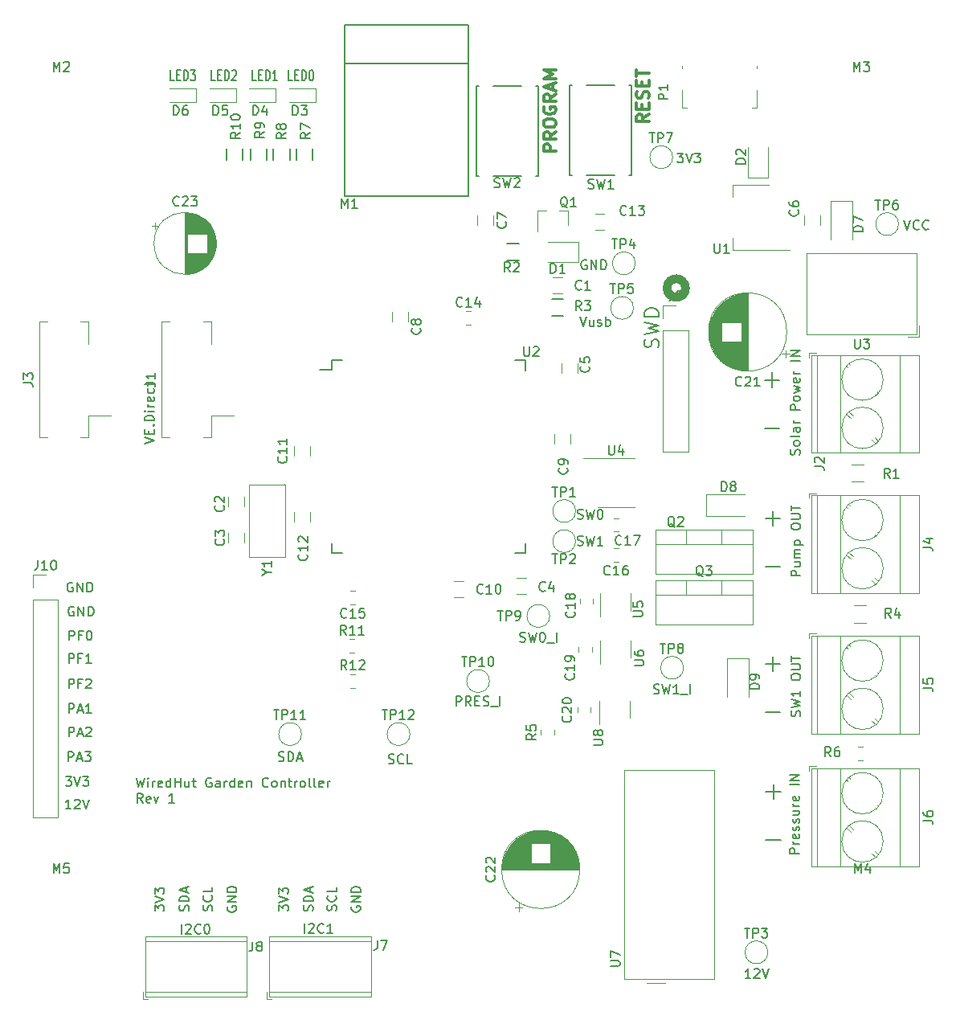
<source format=gbr>
G04 #@! TF.GenerationSoftware,KiCad,Pcbnew,(5.1.0-728-gb5c80fe68)*
G04 #@! TF.CreationDate,2019-05-28T23:33:06+01:00*
G04 #@! TF.ProjectId,garden,67617264-656e-42e6-9b69-6361645f7063,rev?*
G04 #@! TF.SameCoordinates,Original*
G04 #@! TF.FileFunction,Legend,Top*
G04 #@! TF.FilePolarity,Positive*
%FSLAX46Y46*%
G04 Gerber Fmt 4.6, Leading zero omitted, Abs format (unit mm)*
G04 Created by KiCad (PCBNEW (5.1.0-728-gb5c80fe68)) date 2019-05-28 23:33:06*
%MOMM*%
%LPD*%
G04 APERTURE LIST*
%ADD10C,0.150000*%
%ADD11C,0.889000*%
%ADD12C,0.200000*%
%ADD13C,0.300000*%
%ADD14C,0.120000*%
G04 APERTURE END LIST*
D10*
X97996523Y-123086761D02*
X98139380Y-123134380D01*
X98377476Y-123134380D01*
X98472714Y-123086761D01*
X98520333Y-123039142D01*
X98567952Y-122943904D01*
X98567952Y-122848666D01*
X98520333Y-122753428D01*
X98472714Y-122705809D01*
X98377476Y-122658190D01*
X98187000Y-122610571D01*
X98091761Y-122562952D01*
X98044142Y-122515333D01*
X97996523Y-122420095D01*
X97996523Y-122324857D01*
X98044142Y-122229619D01*
X98091761Y-122182000D01*
X98187000Y-122134380D01*
X98425095Y-122134380D01*
X98567952Y-122182000D01*
X99567952Y-123039142D02*
X99520333Y-123086761D01*
X99377476Y-123134380D01*
X99282238Y-123134380D01*
X99139380Y-123086761D01*
X99044142Y-122991523D01*
X98996523Y-122896285D01*
X98948904Y-122705809D01*
X98948904Y-122562952D01*
X98996523Y-122372476D01*
X99044142Y-122277238D01*
X99139380Y-122182000D01*
X99282238Y-122134380D01*
X99377476Y-122134380D01*
X99520333Y-122182000D01*
X99567952Y-122229619D01*
X100472714Y-123134380D02*
X99996523Y-123134380D01*
X99996523Y-122134380D01*
X86415714Y-122832761D02*
X86558571Y-122880380D01*
X86796666Y-122880380D01*
X86891904Y-122832761D01*
X86939523Y-122785142D01*
X86987142Y-122689904D01*
X86987142Y-122594666D01*
X86939523Y-122499428D01*
X86891904Y-122451809D01*
X86796666Y-122404190D01*
X86606190Y-122356571D01*
X86510952Y-122308952D01*
X86463333Y-122261333D01*
X86415714Y-122166095D01*
X86415714Y-122070857D01*
X86463333Y-121975619D01*
X86510952Y-121928000D01*
X86606190Y-121880380D01*
X86844285Y-121880380D01*
X86987142Y-121928000D01*
X87415714Y-122880380D02*
X87415714Y-121880380D01*
X87653809Y-121880380D01*
X87796666Y-121928000D01*
X87891904Y-122023238D01*
X87939523Y-122118476D01*
X87987142Y-122308952D01*
X87987142Y-122451809D01*
X87939523Y-122642285D01*
X87891904Y-122737523D01*
X87796666Y-122832761D01*
X87653809Y-122880380D01*
X87415714Y-122880380D01*
X88368095Y-122594666D02*
X88844285Y-122594666D01*
X88272857Y-122880380D02*
X88606190Y-121880380D01*
X88939523Y-122880380D01*
X105132476Y-117038380D02*
X105132476Y-116038380D01*
X105513428Y-116038380D01*
X105608666Y-116086000D01*
X105656285Y-116133619D01*
X105703904Y-116228857D01*
X105703904Y-116371714D01*
X105656285Y-116466952D01*
X105608666Y-116514571D01*
X105513428Y-116562190D01*
X105132476Y-116562190D01*
X106703904Y-117038380D02*
X106370571Y-116562190D01*
X106132476Y-117038380D02*
X106132476Y-116038380D01*
X106513428Y-116038380D01*
X106608666Y-116086000D01*
X106656285Y-116133619D01*
X106703904Y-116228857D01*
X106703904Y-116371714D01*
X106656285Y-116466952D01*
X106608666Y-116514571D01*
X106513428Y-116562190D01*
X106132476Y-116562190D01*
X107132476Y-116514571D02*
X107465809Y-116514571D01*
X107608666Y-117038380D02*
X107132476Y-117038380D01*
X107132476Y-116038380D01*
X107608666Y-116038380D01*
X107989619Y-116990761D02*
X108132476Y-117038380D01*
X108370571Y-117038380D01*
X108465809Y-116990761D01*
X108513428Y-116943142D01*
X108561047Y-116847904D01*
X108561047Y-116752666D01*
X108513428Y-116657428D01*
X108465809Y-116609809D01*
X108370571Y-116562190D01*
X108180095Y-116514571D01*
X108084857Y-116466952D01*
X108037238Y-116419333D01*
X107989619Y-116324095D01*
X107989619Y-116228857D01*
X108037238Y-116133619D01*
X108084857Y-116086000D01*
X108180095Y-116038380D01*
X108418190Y-116038380D01*
X108561047Y-116086000D01*
X108751523Y-117133619D02*
X109513428Y-117133619D01*
X109751523Y-117038380D02*
X109751523Y-116038380D01*
X136159952Y-145740380D02*
X135588523Y-145740380D01*
X135874238Y-145740380D02*
X135874238Y-144740380D01*
X135779000Y-144883238D01*
X135683761Y-144978476D01*
X135588523Y-145026095D01*
X136540904Y-144835619D02*
X136588523Y-144788000D01*
X136683761Y-144740380D01*
X136921857Y-144740380D01*
X137017095Y-144788000D01*
X137064714Y-144835619D01*
X137112333Y-144930857D01*
X137112333Y-145026095D01*
X137064714Y-145168952D01*
X136493285Y-145740380D01*
X137112333Y-145740380D01*
X137398047Y-144740380D02*
X137731380Y-145740380D01*
X138064714Y-144740380D01*
X111839619Y-110259761D02*
X111982476Y-110307380D01*
X112220571Y-110307380D01*
X112315809Y-110259761D01*
X112363428Y-110212142D01*
X112411047Y-110116904D01*
X112411047Y-110021666D01*
X112363428Y-109926428D01*
X112315809Y-109878809D01*
X112220571Y-109831190D01*
X112030095Y-109783571D01*
X111934857Y-109735952D01*
X111887238Y-109688333D01*
X111839619Y-109593095D01*
X111839619Y-109497857D01*
X111887238Y-109402619D01*
X111934857Y-109355000D01*
X112030095Y-109307380D01*
X112268190Y-109307380D01*
X112411047Y-109355000D01*
X112744380Y-109307380D02*
X112982476Y-110307380D01*
X113172952Y-109593095D01*
X113363428Y-110307380D01*
X113601523Y-109307380D01*
X114172952Y-109307380D02*
X114268190Y-109307380D01*
X114363428Y-109355000D01*
X114411047Y-109402619D01*
X114458666Y-109497857D01*
X114506285Y-109688333D01*
X114506285Y-109926428D01*
X114458666Y-110116904D01*
X114411047Y-110212142D01*
X114363428Y-110259761D01*
X114268190Y-110307380D01*
X114172952Y-110307380D01*
X114077714Y-110259761D01*
X114030095Y-110212142D01*
X113982476Y-110116904D01*
X113934857Y-109926428D01*
X113934857Y-109688333D01*
X113982476Y-109497857D01*
X114030095Y-109402619D01*
X114077714Y-109355000D01*
X114172952Y-109307380D01*
X114696761Y-110402619D02*
X115458666Y-110402619D01*
X115696761Y-110307380D02*
X115696761Y-109307380D01*
X125936619Y-115720761D02*
X126079476Y-115768380D01*
X126317571Y-115768380D01*
X126412809Y-115720761D01*
X126460428Y-115673142D01*
X126508047Y-115577904D01*
X126508047Y-115482666D01*
X126460428Y-115387428D01*
X126412809Y-115339809D01*
X126317571Y-115292190D01*
X126127095Y-115244571D01*
X126031857Y-115196952D01*
X125984238Y-115149333D01*
X125936619Y-115054095D01*
X125936619Y-114958857D01*
X125984238Y-114863619D01*
X126031857Y-114816000D01*
X126127095Y-114768380D01*
X126365190Y-114768380D01*
X126508047Y-114816000D01*
X126841380Y-114768380D02*
X127079476Y-115768380D01*
X127269952Y-115054095D01*
X127460428Y-115768380D01*
X127698523Y-114768380D01*
X128603285Y-115768380D02*
X128031857Y-115768380D01*
X128317571Y-115768380D02*
X128317571Y-114768380D01*
X128222333Y-114911238D01*
X128127095Y-115006476D01*
X128031857Y-115054095D01*
X128793761Y-115863619D02*
X129555666Y-115863619D01*
X129793761Y-115768380D02*
X129793761Y-114768380D01*
X117919666Y-100099761D02*
X118062523Y-100147380D01*
X118300619Y-100147380D01*
X118395857Y-100099761D01*
X118443476Y-100052142D01*
X118491095Y-99956904D01*
X118491095Y-99861666D01*
X118443476Y-99766428D01*
X118395857Y-99718809D01*
X118300619Y-99671190D01*
X118110142Y-99623571D01*
X118014904Y-99575952D01*
X117967285Y-99528333D01*
X117919666Y-99433095D01*
X117919666Y-99337857D01*
X117967285Y-99242619D01*
X118014904Y-99195000D01*
X118110142Y-99147380D01*
X118348238Y-99147380D01*
X118491095Y-99195000D01*
X118824428Y-99147380D02*
X119062523Y-100147380D01*
X119253000Y-99433095D01*
X119443476Y-100147380D01*
X119681571Y-99147380D01*
X120586333Y-100147380D02*
X120014904Y-100147380D01*
X120300619Y-100147380D02*
X120300619Y-99147380D01*
X120205380Y-99290238D01*
X120110142Y-99385476D01*
X120014904Y-99433095D01*
X117919666Y-97305761D02*
X118062523Y-97353380D01*
X118300619Y-97353380D01*
X118395857Y-97305761D01*
X118443476Y-97258142D01*
X118491095Y-97162904D01*
X118491095Y-97067666D01*
X118443476Y-96972428D01*
X118395857Y-96924809D01*
X118300619Y-96877190D01*
X118110142Y-96829571D01*
X118014904Y-96781952D01*
X117967285Y-96734333D01*
X117919666Y-96639095D01*
X117919666Y-96543857D01*
X117967285Y-96448619D01*
X118014904Y-96401000D01*
X118110142Y-96353380D01*
X118348238Y-96353380D01*
X118491095Y-96401000D01*
X118824428Y-96353380D02*
X119062523Y-97353380D01*
X119253000Y-96639095D01*
X119443476Y-97353380D01*
X119681571Y-96353380D01*
X120253000Y-96353380D02*
X120348238Y-96353380D01*
X120443476Y-96401000D01*
X120491095Y-96448619D01*
X120538714Y-96543857D01*
X120586333Y-96734333D01*
X120586333Y-96972428D01*
X120538714Y-97162904D01*
X120491095Y-97258142D01*
X120443476Y-97305761D01*
X120348238Y-97353380D01*
X120253000Y-97353380D01*
X120157761Y-97305761D01*
X120110142Y-97258142D01*
X120062523Y-97162904D01*
X120014904Y-96972428D01*
X120014904Y-96734333D01*
X120062523Y-96543857D01*
X120110142Y-96448619D01*
X120157761Y-96401000D01*
X120253000Y-96353380D01*
X118181642Y-76033380D02*
X118514976Y-77033380D01*
X118848309Y-76033380D01*
X119610214Y-76366714D02*
X119610214Y-77033380D01*
X119181642Y-76366714D02*
X119181642Y-76890523D01*
X119229261Y-76985761D01*
X119324500Y-77033380D01*
X119467357Y-77033380D01*
X119562595Y-76985761D01*
X119610214Y-76938142D01*
X120038785Y-76985761D02*
X120134023Y-77033380D01*
X120324500Y-77033380D01*
X120419738Y-76985761D01*
X120467357Y-76890523D01*
X120467357Y-76842904D01*
X120419738Y-76747666D01*
X120324500Y-76700047D01*
X120181642Y-76700047D01*
X120086404Y-76652428D01*
X120038785Y-76557190D01*
X120038785Y-76509571D01*
X120086404Y-76414333D01*
X120181642Y-76366714D01*
X120324500Y-76366714D01*
X120419738Y-76414333D01*
X120895928Y-77033380D02*
X120895928Y-76033380D01*
X120895928Y-76414333D02*
X120991166Y-76366714D01*
X121181642Y-76366714D01*
X121276880Y-76414333D01*
X121324500Y-76461952D01*
X121372119Y-76557190D01*
X121372119Y-76842904D01*
X121324500Y-76938142D01*
X121276880Y-76985761D01*
X121181642Y-77033380D01*
X120991166Y-77033380D01*
X120895928Y-76985761D01*
X128428904Y-58824880D02*
X129047952Y-58824880D01*
X128714619Y-59205833D01*
X128857476Y-59205833D01*
X128952714Y-59253452D01*
X129000333Y-59301071D01*
X129047952Y-59396309D01*
X129047952Y-59634404D01*
X129000333Y-59729642D01*
X128952714Y-59777261D01*
X128857476Y-59824880D01*
X128571761Y-59824880D01*
X128476523Y-59777261D01*
X128428904Y-59729642D01*
X129333666Y-58824880D02*
X129667000Y-59824880D01*
X130000333Y-58824880D01*
X130238428Y-58824880D02*
X130857476Y-58824880D01*
X130524142Y-59205833D01*
X130667000Y-59205833D01*
X130762238Y-59253452D01*
X130809857Y-59301071D01*
X130857476Y-59396309D01*
X130857476Y-59634404D01*
X130809857Y-59729642D01*
X130762238Y-59777261D01*
X130667000Y-59824880D01*
X130381285Y-59824880D01*
X130286047Y-59777261D01*
X130238428Y-59729642D01*
X118872095Y-70112000D02*
X118776857Y-70064380D01*
X118634000Y-70064380D01*
X118491142Y-70112000D01*
X118395904Y-70207238D01*
X118348285Y-70302476D01*
X118300666Y-70492952D01*
X118300666Y-70635809D01*
X118348285Y-70826285D01*
X118395904Y-70921523D01*
X118491142Y-71016761D01*
X118634000Y-71064380D01*
X118729238Y-71064380D01*
X118872095Y-71016761D01*
X118919714Y-70969142D01*
X118919714Y-70635809D01*
X118729238Y-70635809D01*
X119348285Y-71064380D02*
X119348285Y-70064380D01*
X119919714Y-71064380D01*
X119919714Y-70064380D01*
X120395904Y-71064380D02*
X120395904Y-70064380D01*
X120634000Y-70064380D01*
X120776857Y-70112000D01*
X120872095Y-70207238D01*
X120919714Y-70302476D01*
X120967333Y-70492952D01*
X120967333Y-70635809D01*
X120919714Y-70826285D01*
X120872095Y-70921523D01*
X120776857Y-71016761D01*
X120634000Y-71064380D01*
X120395904Y-71064380D01*
X152336666Y-65873380D02*
X152670000Y-66873380D01*
X153003333Y-65873380D01*
X153908095Y-66778142D02*
X153860476Y-66825761D01*
X153717619Y-66873380D01*
X153622380Y-66873380D01*
X153479523Y-66825761D01*
X153384285Y-66730523D01*
X153336666Y-66635285D01*
X153289047Y-66444809D01*
X153289047Y-66301952D01*
X153336666Y-66111476D01*
X153384285Y-66016238D01*
X153479523Y-65921000D01*
X153622380Y-65873380D01*
X153717619Y-65873380D01*
X153860476Y-65921000D01*
X153908095Y-65968619D01*
X154908095Y-66778142D02*
X154860476Y-66825761D01*
X154717619Y-66873380D01*
X154622380Y-66873380D01*
X154479523Y-66825761D01*
X154384285Y-66730523D01*
X154336666Y-66635285D01*
X154289047Y-66444809D01*
X154289047Y-66301952D01*
X154336666Y-66111476D01*
X154384285Y-66016238D01*
X154479523Y-65921000D01*
X154622380Y-65873380D01*
X154717619Y-65873380D01*
X154860476Y-65921000D01*
X154908095Y-65968619D01*
X71423857Y-124611380D02*
X71661952Y-125611380D01*
X71852428Y-124897095D01*
X72042904Y-125611380D01*
X72281000Y-124611380D01*
X72661952Y-125611380D02*
X72661952Y-124944714D01*
X72661952Y-124611380D02*
X72614333Y-124659000D01*
X72661952Y-124706619D01*
X72709571Y-124659000D01*
X72661952Y-124611380D01*
X72661952Y-124706619D01*
X73138142Y-125611380D02*
X73138142Y-124944714D01*
X73138142Y-125135190D02*
X73185761Y-125039952D01*
X73233380Y-124992333D01*
X73328619Y-124944714D01*
X73423857Y-124944714D01*
X74138142Y-125563761D02*
X74042904Y-125611380D01*
X73852428Y-125611380D01*
X73757190Y-125563761D01*
X73709571Y-125468523D01*
X73709571Y-125087571D01*
X73757190Y-124992333D01*
X73852428Y-124944714D01*
X74042904Y-124944714D01*
X74138142Y-124992333D01*
X74185761Y-125087571D01*
X74185761Y-125182809D01*
X73709571Y-125278047D01*
X75042904Y-125611380D02*
X75042904Y-124611380D01*
X75042904Y-125563761D02*
X74947666Y-125611380D01*
X74757190Y-125611380D01*
X74661952Y-125563761D01*
X74614333Y-125516142D01*
X74566714Y-125420904D01*
X74566714Y-125135190D01*
X74614333Y-125039952D01*
X74661952Y-124992333D01*
X74757190Y-124944714D01*
X74947666Y-124944714D01*
X75042904Y-124992333D01*
X75519095Y-125611380D02*
X75519095Y-124611380D01*
X75519095Y-125087571D02*
X76090523Y-125087571D01*
X76090523Y-125611380D02*
X76090523Y-124611380D01*
X76995285Y-124944714D02*
X76995285Y-125611380D01*
X76566714Y-124944714D02*
X76566714Y-125468523D01*
X76614333Y-125563761D01*
X76709571Y-125611380D01*
X76852428Y-125611380D01*
X76947666Y-125563761D01*
X76995285Y-125516142D01*
X77328619Y-124944714D02*
X77709571Y-124944714D01*
X77471476Y-124611380D02*
X77471476Y-125468523D01*
X77519095Y-125563761D01*
X77614333Y-125611380D01*
X77709571Y-125611380D01*
X79328619Y-124659000D02*
X79233380Y-124611380D01*
X79090523Y-124611380D01*
X78947666Y-124659000D01*
X78852428Y-124754238D01*
X78804809Y-124849476D01*
X78757190Y-125039952D01*
X78757190Y-125182809D01*
X78804809Y-125373285D01*
X78852428Y-125468523D01*
X78947666Y-125563761D01*
X79090523Y-125611380D01*
X79185761Y-125611380D01*
X79328619Y-125563761D01*
X79376238Y-125516142D01*
X79376238Y-125182809D01*
X79185761Y-125182809D01*
X80233380Y-125611380D02*
X80233380Y-125087571D01*
X80185761Y-124992333D01*
X80090523Y-124944714D01*
X79900047Y-124944714D01*
X79804809Y-124992333D01*
X80233380Y-125563761D02*
X80138142Y-125611380D01*
X79900047Y-125611380D01*
X79804809Y-125563761D01*
X79757190Y-125468523D01*
X79757190Y-125373285D01*
X79804809Y-125278047D01*
X79900047Y-125230428D01*
X80138142Y-125230428D01*
X80233380Y-125182809D01*
X80709571Y-125611380D02*
X80709571Y-124944714D01*
X80709571Y-125135190D02*
X80757190Y-125039952D01*
X80804809Y-124992333D01*
X80900047Y-124944714D01*
X80995285Y-124944714D01*
X81757190Y-125611380D02*
X81757190Y-124611380D01*
X81757190Y-125563761D02*
X81661952Y-125611380D01*
X81471476Y-125611380D01*
X81376238Y-125563761D01*
X81328619Y-125516142D01*
X81281000Y-125420904D01*
X81281000Y-125135190D01*
X81328619Y-125039952D01*
X81376238Y-124992333D01*
X81471476Y-124944714D01*
X81661952Y-124944714D01*
X81757190Y-124992333D01*
X82614333Y-125563761D02*
X82519095Y-125611380D01*
X82328619Y-125611380D01*
X82233380Y-125563761D01*
X82185761Y-125468523D01*
X82185761Y-125087571D01*
X82233380Y-124992333D01*
X82328619Y-124944714D01*
X82519095Y-124944714D01*
X82614333Y-124992333D01*
X82661952Y-125087571D01*
X82661952Y-125182809D01*
X82185761Y-125278047D01*
X83090523Y-124944714D02*
X83090523Y-125611380D01*
X83090523Y-125039952D02*
X83138142Y-124992333D01*
X83233380Y-124944714D01*
X83376238Y-124944714D01*
X83471476Y-124992333D01*
X83519095Y-125087571D01*
X83519095Y-125611380D01*
X85328619Y-125516142D02*
X85281000Y-125563761D01*
X85138142Y-125611380D01*
X85042904Y-125611380D01*
X84900047Y-125563761D01*
X84804809Y-125468523D01*
X84757190Y-125373285D01*
X84709571Y-125182809D01*
X84709571Y-125039952D01*
X84757190Y-124849476D01*
X84804809Y-124754238D01*
X84900047Y-124659000D01*
X85042904Y-124611380D01*
X85138142Y-124611380D01*
X85281000Y-124659000D01*
X85328619Y-124706619D01*
X85900047Y-125611380D02*
X85804809Y-125563761D01*
X85757190Y-125516142D01*
X85709571Y-125420904D01*
X85709571Y-125135190D01*
X85757190Y-125039952D01*
X85804809Y-124992333D01*
X85900047Y-124944714D01*
X86042904Y-124944714D01*
X86138142Y-124992333D01*
X86185761Y-125039952D01*
X86233380Y-125135190D01*
X86233380Y-125420904D01*
X86185761Y-125516142D01*
X86138142Y-125563761D01*
X86042904Y-125611380D01*
X85900047Y-125611380D01*
X86661952Y-124944714D02*
X86661952Y-125611380D01*
X86661952Y-125039952D02*
X86709571Y-124992333D01*
X86804809Y-124944714D01*
X86947666Y-124944714D01*
X87042904Y-124992333D01*
X87090523Y-125087571D01*
X87090523Y-125611380D01*
X87423857Y-124944714D02*
X87804809Y-124944714D01*
X87566714Y-124611380D02*
X87566714Y-125468523D01*
X87614333Y-125563761D01*
X87709571Y-125611380D01*
X87804809Y-125611380D01*
X88138142Y-125611380D02*
X88138142Y-124944714D01*
X88138142Y-125135190D02*
X88185761Y-125039952D01*
X88233380Y-124992333D01*
X88328619Y-124944714D01*
X88423857Y-124944714D01*
X88900047Y-125611380D02*
X88804809Y-125563761D01*
X88757190Y-125516142D01*
X88709571Y-125420904D01*
X88709571Y-125135190D01*
X88757190Y-125039952D01*
X88804809Y-124992333D01*
X88900047Y-124944714D01*
X89042904Y-124944714D01*
X89138142Y-124992333D01*
X89185761Y-125039952D01*
X89233380Y-125135190D01*
X89233380Y-125420904D01*
X89185761Y-125516142D01*
X89138142Y-125563761D01*
X89042904Y-125611380D01*
X88900047Y-125611380D01*
X89804809Y-125611380D02*
X89709571Y-125563761D01*
X89661952Y-125468523D01*
X89661952Y-124611380D01*
X90328619Y-125611380D02*
X90233380Y-125563761D01*
X90185761Y-125468523D01*
X90185761Y-124611380D01*
X91090523Y-125563761D02*
X90995285Y-125611380D01*
X90804809Y-125611380D01*
X90709571Y-125563761D01*
X90661952Y-125468523D01*
X90661952Y-125087571D01*
X90709571Y-124992333D01*
X90804809Y-124944714D01*
X90995285Y-124944714D01*
X91090523Y-124992333D01*
X91138142Y-125087571D01*
X91138142Y-125182809D01*
X90661952Y-125278047D01*
X91566714Y-125611380D02*
X91566714Y-124944714D01*
X91566714Y-125135190D02*
X91614333Y-125039952D01*
X91661952Y-124992333D01*
X91757190Y-124944714D01*
X91852428Y-124944714D01*
X72090523Y-127261380D02*
X71757190Y-126785190D01*
X71519095Y-127261380D02*
X71519095Y-126261380D01*
X71900047Y-126261380D01*
X71995285Y-126309000D01*
X72042904Y-126356619D01*
X72090523Y-126451857D01*
X72090523Y-126594714D01*
X72042904Y-126689952D01*
X71995285Y-126737571D01*
X71900047Y-126785190D01*
X71519095Y-126785190D01*
X72900047Y-127213761D02*
X72804809Y-127261380D01*
X72614333Y-127261380D01*
X72519095Y-127213761D01*
X72471476Y-127118523D01*
X72471476Y-126737571D01*
X72519095Y-126642333D01*
X72614333Y-126594714D01*
X72804809Y-126594714D01*
X72900047Y-126642333D01*
X72947666Y-126737571D01*
X72947666Y-126832809D01*
X72471476Y-126928047D01*
X73281000Y-126594714D02*
X73519095Y-127261380D01*
X73757190Y-126594714D01*
X75423857Y-127261380D02*
X74852428Y-127261380D01*
X75138142Y-127261380D02*
X75138142Y-126261380D01*
X75042904Y-126404238D01*
X74947666Y-126499476D01*
X74852428Y-126547095D01*
X64706595Y-104084500D02*
X64611357Y-104036880D01*
X64468500Y-104036880D01*
X64325642Y-104084500D01*
X64230404Y-104179738D01*
X64182785Y-104274976D01*
X64135166Y-104465452D01*
X64135166Y-104608309D01*
X64182785Y-104798785D01*
X64230404Y-104894023D01*
X64325642Y-104989261D01*
X64468500Y-105036880D01*
X64563738Y-105036880D01*
X64706595Y-104989261D01*
X64754214Y-104941642D01*
X64754214Y-104608309D01*
X64563738Y-104608309D01*
X65182785Y-105036880D02*
X65182785Y-104036880D01*
X65754214Y-105036880D01*
X65754214Y-104036880D01*
X66230404Y-105036880D02*
X66230404Y-104036880D01*
X66468500Y-104036880D01*
X66611357Y-104084500D01*
X66706595Y-104179738D01*
X66754214Y-104274976D01*
X66801833Y-104465452D01*
X66801833Y-104608309D01*
X66754214Y-104798785D01*
X66706595Y-104894023D01*
X66611357Y-104989261D01*
X66468500Y-105036880D01*
X66230404Y-105036880D01*
X64833595Y-106624500D02*
X64738357Y-106576880D01*
X64595500Y-106576880D01*
X64452642Y-106624500D01*
X64357404Y-106719738D01*
X64309785Y-106814976D01*
X64262166Y-107005452D01*
X64262166Y-107148309D01*
X64309785Y-107338785D01*
X64357404Y-107434023D01*
X64452642Y-107529261D01*
X64595500Y-107576880D01*
X64690738Y-107576880D01*
X64833595Y-107529261D01*
X64881214Y-107481642D01*
X64881214Y-107148309D01*
X64690738Y-107148309D01*
X65309785Y-107576880D02*
X65309785Y-106576880D01*
X65881214Y-107576880D01*
X65881214Y-106576880D01*
X66357404Y-107576880D02*
X66357404Y-106576880D01*
X66595500Y-106576880D01*
X66738357Y-106624500D01*
X66833595Y-106719738D01*
X66881214Y-106814976D01*
X66928833Y-107005452D01*
X66928833Y-107148309D01*
X66881214Y-107338785D01*
X66833595Y-107434023D01*
X66738357Y-107529261D01*
X66595500Y-107576880D01*
X66357404Y-107576880D01*
X64365333Y-110116880D02*
X64365333Y-109116880D01*
X64746285Y-109116880D01*
X64841523Y-109164500D01*
X64889142Y-109212119D01*
X64936761Y-109307357D01*
X64936761Y-109450214D01*
X64889142Y-109545452D01*
X64841523Y-109593071D01*
X64746285Y-109640690D01*
X64365333Y-109640690D01*
X65698666Y-109593071D02*
X65365333Y-109593071D01*
X65365333Y-110116880D02*
X65365333Y-109116880D01*
X65841523Y-109116880D01*
X66412952Y-109116880D02*
X66508190Y-109116880D01*
X66603428Y-109164500D01*
X66651047Y-109212119D01*
X66698666Y-109307357D01*
X66746285Y-109497833D01*
X66746285Y-109735928D01*
X66698666Y-109926404D01*
X66651047Y-110021642D01*
X66603428Y-110069261D01*
X66508190Y-110116880D01*
X66412952Y-110116880D01*
X66317714Y-110069261D01*
X66270095Y-110021642D01*
X66222476Y-109926404D01*
X66174857Y-109735928D01*
X66174857Y-109497833D01*
X66222476Y-109307357D01*
X66270095Y-109212119D01*
X66317714Y-109164500D01*
X66412952Y-109116880D01*
X64301833Y-112529880D02*
X64301833Y-111529880D01*
X64682785Y-111529880D01*
X64778023Y-111577500D01*
X64825642Y-111625119D01*
X64873261Y-111720357D01*
X64873261Y-111863214D01*
X64825642Y-111958452D01*
X64778023Y-112006071D01*
X64682785Y-112053690D01*
X64301833Y-112053690D01*
X65635166Y-112006071D02*
X65301833Y-112006071D01*
X65301833Y-112529880D02*
X65301833Y-111529880D01*
X65778023Y-111529880D01*
X66682785Y-112529880D02*
X66111357Y-112529880D01*
X66397071Y-112529880D02*
X66397071Y-111529880D01*
X66301833Y-111672738D01*
X66206595Y-111767976D01*
X66111357Y-111815595D01*
X64301833Y-115196880D02*
X64301833Y-114196880D01*
X64682785Y-114196880D01*
X64778023Y-114244500D01*
X64825642Y-114292119D01*
X64873261Y-114387357D01*
X64873261Y-114530214D01*
X64825642Y-114625452D01*
X64778023Y-114673071D01*
X64682785Y-114720690D01*
X64301833Y-114720690D01*
X65635166Y-114673071D02*
X65301833Y-114673071D01*
X65301833Y-115196880D02*
X65301833Y-114196880D01*
X65778023Y-114196880D01*
X66111357Y-114292119D02*
X66158976Y-114244500D01*
X66254214Y-114196880D01*
X66492309Y-114196880D01*
X66587547Y-114244500D01*
X66635166Y-114292119D01*
X66682785Y-114387357D01*
X66682785Y-114482595D01*
X66635166Y-114625452D01*
X66063738Y-115196880D01*
X66682785Y-115196880D01*
X64301833Y-117800380D02*
X64301833Y-116800380D01*
X64682785Y-116800380D01*
X64778023Y-116848000D01*
X64825642Y-116895619D01*
X64873261Y-116990857D01*
X64873261Y-117133714D01*
X64825642Y-117228952D01*
X64778023Y-117276571D01*
X64682785Y-117324190D01*
X64301833Y-117324190D01*
X65254214Y-117514666D02*
X65730404Y-117514666D01*
X65158976Y-117800380D02*
X65492309Y-116800380D01*
X65825642Y-117800380D01*
X66682785Y-117800380D02*
X66111357Y-117800380D01*
X66397071Y-117800380D02*
X66397071Y-116800380D01*
X66301833Y-116943238D01*
X66206595Y-117038476D01*
X66111357Y-117086095D01*
X64301833Y-120276880D02*
X64301833Y-119276880D01*
X64682785Y-119276880D01*
X64778023Y-119324500D01*
X64825642Y-119372119D01*
X64873261Y-119467357D01*
X64873261Y-119610214D01*
X64825642Y-119705452D01*
X64778023Y-119753071D01*
X64682785Y-119800690D01*
X64301833Y-119800690D01*
X65254214Y-119991166D02*
X65730404Y-119991166D01*
X65158976Y-120276880D02*
X65492309Y-119276880D01*
X65825642Y-120276880D01*
X66111357Y-119372119D02*
X66158976Y-119324500D01*
X66254214Y-119276880D01*
X66492309Y-119276880D01*
X66587547Y-119324500D01*
X66635166Y-119372119D01*
X66682785Y-119467357D01*
X66682785Y-119562595D01*
X66635166Y-119705452D01*
X66063738Y-120276880D01*
X66682785Y-120276880D01*
X64238333Y-122880380D02*
X64238333Y-121880380D01*
X64619285Y-121880380D01*
X64714523Y-121928000D01*
X64762142Y-121975619D01*
X64809761Y-122070857D01*
X64809761Y-122213714D01*
X64762142Y-122308952D01*
X64714523Y-122356571D01*
X64619285Y-122404190D01*
X64238333Y-122404190D01*
X65190714Y-122594666D02*
X65666904Y-122594666D01*
X65095476Y-122880380D02*
X65428809Y-121880380D01*
X65762142Y-122880380D01*
X66000238Y-121880380D02*
X66619285Y-121880380D01*
X66285952Y-122261333D01*
X66428809Y-122261333D01*
X66524047Y-122308952D01*
X66571666Y-122356571D01*
X66619285Y-122451809D01*
X66619285Y-122689904D01*
X66571666Y-122785142D01*
X66524047Y-122832761D01*
X66428809Y-122880380D01*
X66143095Y-122880380D01*
X66047857Y-122832761D01*
X66000238Y-122785142D01*
X63976404Y-124483880D02*
X64595452Y-124483880D01*
X64262119Y-124864833D01*
X64404976Y-124864833D01*
X64500214Y-124912452D01*
X64547833Y-124960071D01*
X64595452Y-125055309D01*
X64595452Y-125293404D01*
X64547833Y-125388642D01*
X64500214Y-125436261D01*
X64404976Y-125483880D01*
X64119261Y-125483880D01*
X64024023Y-125436261D01*
X63976404Y-125388642D01*
X64881166Y-124483880D02*
X65214500Y-125483880D01*
X65547833Y-124483880D01*
X65785928Y-124483880D02*
X66404976Y-124483880D01*
X66071642Y-124864833D01*
X66214500Y-124864833D01*
X66309738Y-124912452D01*
X66357357Y-124960071D01*
X66404976Y-125055309D01*
X66404976Y-125293404D01*
X66357357Y-125388642D01*
X66309738Y-125436261D01*
X66214500Y-125483880D01*
X65928785Y-125483880D01*
X65833547Y-125436261D01*
X65785928Y-125388642D01*
X64531952Y-127896880D02*
X63960523Y-127896880D01*
X64246238Y-127896880D02*
X64246238Y-126896880D01*
X64151000Y-127039738D01*
X64055761Y-127134976D01*
X63960523Y-127182595D01*
X64912904Y-126992119D02*
X64960523Y-126944500D01*
X65055761Y-126896880D01*
X65293857Y-126896880D01*
X65389095Y-126944500D01*
X65436714Y-126992119D01*
X65484333Y-127087357D01*
X65484333Y-127182595D01*
X65436714Y-127325452D01*
X64865285Y-127896880D01*
X65484333Y-127896880D01*
X65770047Y-126896880D02*
X66103380Y-127896880D01*
X66436714Y-126896880D01*
X86447380Y-138652095D02*
X86447380Y-138033047D01*
X86828333Y-138366380D01*
X86828333Y-138223523D01*
X86875952Y-138128285D01*
X86923571Y-138080666D01*
X87018809Y-138033047D01*
X87256904Y-138033047D01*
X87352142Y-138080666D01*
X87399761Y-138128285D01*
X87447380Y-138223523D01*
X87447380Y-138509238D01*
X87399761Y-138604476D01*
X87352142Y-138652095D01*
X86447380Y-137747333D02*
X87447380Y-137414000D01*
X86447380Y-137080666D01*
X86447380Y-136842571D02*
X86447380Y-136223523D01*
X86828333Y-136556857D01*
X86828333Y-136414000D01*
X86875952Y-136318761D01*
X86923571Y-136271142D01*
X87018809Y-136223523D01*
X87256904Y-136223523D01*
X87352142Y-136271142D01*
X87399761Y-136318761D01*
X87447380Y-136414000D01*
X87447380Y-136699714D01*
X87399761Y-136794952D01*
X87352142Y-136842571D01*
X94115000Y-138175904D02*
X94067380Y-138271142D01*
X94067380Y-138414000D01*
X94115000Y-138556857D01*
X94210238Y-138652095D01*
X94305476Y-138699714D01*
X94495952Y-138747333D01*
X94638809Y-138747333D01*
X94829285Y-138699714D01*
X94924523Y-138652095D01*
X95019761Y-138556857D01*
X95067380Y-138414000D01*
X95067380Y-138318761D01*
X95019761Y-138175904D01*
X94972142Y-138128285D01*
X94638809Y-138128285D01*
X94638809Y-138318761D01*
X95067380Y-137699714D02*
X94067380Y-137699714D01*
X95067380Y-137128285D01*
X94067380Y-137128285D01*
X95067380Y-136652095D02*
X94067380Y-136652095D01*
X94067380Y-136414000D01*
X94115000Y-136271142D01*
X94210238Y-136175904D01*
X94305476Y-136128285D01*
X94495952Y-136080666D01*
X94638809Y-136080666D01*
X94829285Y-136128285D01*
X94924523Y-136175904D01*
X95019761Y-136271142D01*
X95067380Y-136414000D01*
X95067380Y-136652095D01*
X92479761Y-138604476D02*
X92527380Y-138461619D01*
X92527380Y-138223523D01*
X92479761Y-138128285D01*
X92432142Y-138080666D01*
X92336904Y-138033047D01*
X92241666Y-138033047D01*
X92146428Y-138080666D01*
X92098809Y-138128285D01*
X92051190Y-138223523D01*
X92003571Y-138414000D01*
X91955952Y-138509238D01*
X91908333Y-138556857D01*
X91813095Y-138604476D01*
X91717857Y-138604476D01*
X91622619Y-138556857D01*
X91575000Y-138509238D01*
X91527380Y-138414000D01*
X91527380Y-138175904D01*
X91575000Y-138033047D01*
X92432142Y-137033047D02*
X92479761Y-137080666D01*
X92527380Y-137223523D01*
X92527380Y-137318761D01*
X92479761Y-137461619D01*
X92384523Y-137556857D01*
X92289285Y-137604476D01*
X92098809Y-137652095D01*
X91955952Y-137652095D01*
X91765476Y-137604476D01*
X91670238Y-137556857D01*
X91575000Y-137461619D01*
X91527380Y-137318761D01*
X91527380Y-137223523D01*
X91575000Y-137080666D01*
X91622619Y-137033047D01*
X92527380Y-136128285D02*
X92527380Y-136604476D01*
X91527380Y-136604476D01*
X90003261Y-138628285D02*
X90050880Y-138485428D01*
X90050880Y-138247333D01*
X90003261Y-138152095D01*
X89955642Y-138104476D01*
X89860404Y-138056857D01*
X89765166Y-138056857D01*
X89669928Y-138104476D01*
X89622309Y-138152095D01*
X89574690Y-138247333D01*
X89527071Y-138437809D01*
X89479452Y-138533047D01*
X89431833Y-138580666D01*
X89336595Y-138628285D01*
X89241357Y-138628285D01*
X89146119Y-138580666D01*
X89098500Y-138533047D01*
X89050880Y-138437809D01*
X89050880Y-138199714D01*
X89098500Y-138056857D01*
X90050880Y-137628285D02*
X89050880Y-137628285D01*
X89050880Y-137390190D01*
X89098500Y-137247333D01*
X89193738Y-137152095D01*
X89288976Y-137104476D01*
X89479452Y-137056857D01*
X89622309Y-137056857D01*
X89812785Y-137104476D01*
X89908023Y-137152095D01*
X90003261Y-137247333D01*
X90050880Y-137390190D01*
X90050880Y-137628285D01*
X89765166Y-136675904D02*
X89765166Y-136199714D01*
X90050880Y-136771142D02*
X89050880Y-136437809D01*
X90050880Y-136104476D01*
X81034000Y-138175904D02*
X80986380Y-138271142D01*
X80986380Y-138414000D01*
X81034000Y-138556857D01*
X81129238Y-138652095D01*
X81224476Y-138699714D01*
X81414952Y-138747333D01*
X81557809Y-138747333D01*
X81748285Y-138699714D01*
X81843523Y-138652095D01*
X81938761Y-138556857D01*
X81986380Y-138414000D01*
X81986380Y-138318761D01*
X81938761Y-138175904D01*
X81891142Y-138128285D01*
X81557809Y-138128285D01*
X81557809Y-138318761D01*
X81986380Y-137699714D02*
X80986380Y-137699714D01*
X81986380Y-137128285D01*
X80986380Y-137128285D01*
X81986380Y-136652095D02*
X80986380Y-136652095D01*
X80986380Y-136414000D01*
X81034000Y-136271142D01*
X81129238Y-136175904D01*
X81224476Y-136128285D01*
X81414952Y-136080666D01*
X81557809Y-136080666D01*
X81748285Y-136128285D01*
X81843523Y-136175904D01*
X81938761Y-136271142D01*
X81986380Y-136414000D01*
X81986380Y-136652095D01*
X79398761Y-138604476D02*
X79446380Y-138461619D01*
X79446380Y-138223523D01*
X79398761Y-138128285D01*
X79351142Y-138080666D01*
X79255904Y-138033047D01*
X79160666Y-138033047D01*
X79065428Y-138080666D01*
X79017809Y-138128285D01*
X78970190Y-138223523D01*
X78922571Y-138414000D01*
X78874952Y-138509238D01*
X78827333Y-138556857D01*
X78732095Y-138604476D01*
X78636857Y-138604476D01*
X78541619Y-138556857D01*
X78494000Y-138509238D01*
X78446380Y-138414000D01*
X78446380Y-138175904D01*
X78494000Y-138033047D01*
X79351142Y-137033047D02*
X79398761Y-137080666D01*
X79446380Y-137223523D01*
X79446380Y-137318761D01*
X79398761Y-137461619D01*
X79303523Y-137556857D01*
X79208285Y-137604476D01*
X79017809Y-137652095D01*
X78874952Y-137652095D01*
X78684476Y-137604476D01*
X78589238Y-137556857D01*
X78494000Y-137461619D01*
X78446380Y-137318761D01*
X78446380Y-137223523D01*
X78494000Y-137080666D01*
X78541619Y-137033047D01*
X79446380Y-136128285D02*
X79446380Y-136604476D01*
X78446380Y-136604476D01*
X76922261Y-138628285D02*
X76969880Y-138485428D01*
X76969880Y-138247333D01*
X76922261Y-138152095D01*
X76874642Y-138104476D01*
X76779404Y-138056857D01*
X76684166Y-138056857D01*
X76588928Y-138104476D01*
X76541309Y-138152095D01*
X76493690Y-138247333D01*
X76446071Y-138437809D01*
X76398452Y-138533047D01*
X76350833Y-138580666D01*
X76255595Y-138628285D01*
X76160357Y-138628285D01*
X76065119Y-138580666D01*
X76017500Y-138533047D01*
X75969880Y-138437809D01*
X75969880Y-138199714D01*
X76017500Y-138056857D01*
X76969880Y-137628285D02*
X75969880Y-137628285D01*
X75969880Y-137390190D01*
X76017500Y-137247333D01*
X76112738Y-137152095D01*
X76207976Y-137104476D01*
X76398452Y-137056857D01*
X76541309Y-137056857D01*
X76731785Y-137104476D01*
X76827023Y-137152095D01*
X76922261Y-137247333D01*
X76969880Y-137390190D01*
X76969880Y-137628285D01*
X76684166Y-136675904D02*
X76684166Y-136199714D01*
X76969880Y-136771142D02*
X75969880Y-136437809D01*
X76969880Y-136104476D01*
X73366380Y-138652095D02*
X73366380Y-138033047D01*
X73747333Y-138366380D01*
X73747333Y-138223523D01*
X73794952Y-138128285D01*
X73842571Y-138080666D01*
X73937809Y-138033047D01*
X74175904Y-138033047D01*
X74271142Y-138080666D01*
X74318761Y-138128285D01*
X74366380Y-138223523D01*
X74366380Y-138509238D01*
X74318761Y-138604476D01*
X74271142Y-138652095D01*
X73366380Y-137747333D02*
X74366380Y-137414000D01*
X73366380Y-137080666D01*
X73366380Y-136842571D02*
X73366380Y-136223523D01*
X73747333Y-136556857D01*
X73747333Y-136414000D01*
X73794952Y-136318761D01*
X73842571Y-136271142D01*
X73937809Y-136223523D01*
X74175904Y-136223523D01*
X74271142Y-136271142D01*
X74318761Y-136318761D01*
X74366380Y-136414000D01*
X74366380Y-136699714D01*
X74318761Y-136794952D01*
X74271142Y-136842571D01*
X89162119Y-140977880D02*
X89162119Y-139977880D01*
X89590690Y-140073119D02*
X89638309Y-140025500D01*
X89733547Y-139977880D01*
X89971642Y-139977880D01*
X90066880Y-140025500D01*
X90114500Y-140073119D01*
X90162119Y-140168357D01*
X90162119Y-140263595D01*
X90114500Y-140406452D01*
X89543071Y-140977880D01*
X90162119Y-140977880D01*
X91162119Y-140882642D02*
X91114500Y-140930261D01*
X90971642Y-140977880D01*
X90876404Y-140977880D01*
X90733547Y-140930261D01*
X90638309Y-140835023D01*
X90590690Y-140739785D01*
X90543071Y-140549309D01*
X90543071Y-140406452D01*
X90590690Y-140215976D01*
X90638309Y-140120738D01*
X90733547Y-140025500D01*
X90876404Y-139977880D01*
X90971642Y-139977880D01*
X91114500Y-140025500D01*
X91162119Y-140073119D01*
X92114500Y-140977880D02*
X91543071Y-140977880D01*
X91828785Y-140977880D02*
X91828785Y-139977880D01*
X91733547Y-140120738D01*
X91638309Y-140215976D01*
X91543071Y-140263595D01*
X76208119Y-141041380D02*
X76208119Y-140041380D01*
X76636690Y-140136619D02*
X76684309Y-140089000D01*
X76779547Y-140041380D01*
X77017642Y-140041380D01*
X77112880Y-140089000D01*
X77160500Y-140136619D01*
X77208119Y-140231857D01*
X77208119Y-140327095D01*
X77160500Y-140469952D01*
X76589071Y-141041380D01*
X77208119Y-141041380D01*
X78208119Y-140946142D02*
X78160500Y-140993761D01*
X78017642Y-141041380D01*
X77922404Y-141041380D01*
X77779547Y-140993761D01*
X77684309Y-140898523D01*
X77636690Y-140803285D01*
X77589071Y-140612809D01*
X77589071Y-140469952D01*
X77636690Y-140279476D01*
X77684309Y-140184238D01*
X77779547Y-140089000D01*
X77922404Y-140041380D01*
X78017642Y-140041380D01*
X78160500Y-140089000D01*
X78208119Y-140136619D01*
X78827166Y-140041380D02*
X78922404Y-140041380D01*
X79017642Y-140089000D01*
X79065261Y-140136619D01*
X79112880Y-140231857D01*
X79160500Y-140422333D01*
X79160500Y-140660428D01*
X79112880Y-140850904D01*
X79065261Y-140946142D01*
X79017642Y-140993761D01*
X78922404Y-141041380D01*
X78827166Y-141041380D01*
X78731928Y-140993761D01*
X78684309Y-140946142D01*
X78636690Y-140850904D01*
X78589071Y-140660428D01*
X78589071Y-140422333D01*
X78636690Y-140231857D01*
X78684309Y-140136619D01*
X78731928Y-140089000D01*
X78827166Y-140041380D01*
D11*
X129302785Y-73025000D02*
G75*
G03X129302785Y-73025000I-969285J0D01*
G01*
D10*
X126410357Y-79284285D02*
X126482928Y-79066571D01*
X126482928Y-78703714D01*
X126410357Y-78558571D01*
X126337785Y-78486000D01*
X126192642Y-78413428D01*
X126047500Y-78413428D01*
X125902357Y-78486000D01*
X125829785Y-78558571D01*
X125757214Y-78703714D01*
X125684642Y-78994000D01*
X125612071Y-79139142D01*
X125539500Y-79211714D01*
X125394357Y-79284285D01*
X125249214Y-79284285D01*
X125104071Y-79211714D01*
X125031500Y-79139142D01*
X124958928Y-78994000D01*
X124958928Y-78631142D01*
X125031500Y-78413428D01*
X124958928Y-77905428D02*
X126482928Y-77542571D01*
X125394357Y-77252285D01*
X126482928Y-76962000D01*
X124958928Y-76599142D01*
X126482928Y-76018571D02*
X124958928Y-76018571D01*
X124958928Y-75655714D01*
X125031500Y-75438000D01*
X125176642Y-75292857D01*
X125321785Y-75220285D01*
X125612071Y-75147714D01*
X125829785Y-75147714D01*
X126120071Y-75220285D01*
X126265214Y-75292857D01*
X126410357Y-75438000D01*
X126482928Y-75655714D01*
X126482928Y-76018571D01*
X137782904Y-131145642D02*
X139331095Y-131145642D01*
X141295380Y-132603357D02*
X140295380Y-132603357D01*
X140295380Y-132222404D01*
X140343000Y-132127166D01*
X140390619Y-132079547D01*
X140485857Y-132031928D01*
X140628714Y-132031928D01*
X140723952Y-132079547D01*
X140771571Y-132127166D01*
X140819190Y-132222404D01*
X140819190Y-132603357D01*
X141295380Y-131603357D02*
X140628714Y-131603357D01*
X140819190Y-131603357D02*
X140723952Y-131555738D01*
X140676333Y-131508119D01*
X140628714Y-131412880D01*
X140628714Y-131317642D01*
X141247761Y-130603357D02*
X141295380Y-130698595D01*
X141295380Y-130889071D01*
X141247761Y-130984309D01*
X141152523Y-131031928D01*
X140771571Y-131031928D01*
X140676333Y-130984309D01*
X140628714Y-130889071D01*
X140628714Y-130698595D01*
X140676333Y-130603357D01*
X140771571Y-130555738D01*
X140866809Y-130555738D01*
X140962047Y-131031928D01*
X141247761Y-130174785D02*
X141295380Y-130079547D01*
X141295380Y-129889071D01*
X141247761Y-129793833D01*
X141152523Y-129746214D01*
X141104904Y-129746214D01*
X141009666Y-129793833D01*
X140962047Y-129889071D01*
X140962047Y-130031928D01*
X140914428Y-130127166D01*
X140819190Y-130174785D01*
X140771571Y-130174785D01*
X140676333Y-130127166D01*
X140628714Y-130031928D01*
X140628714Y-129889071D01*
X140676333Y-129793833D01*
X141247761Y-129365261D02*
X141295380Y-129270023D01*
X141295380Y-129079547D01*
X141247761Y-128984309D01*
X141152523Y-128936690D01*
X141104904Y-128936690D01*
X141009666Y-128984309D01*
X140962047Y-129079547D01*
X140962047Y-129222404D01*
X140914428Y-129317642D01*
X140819190Y-129365261D01*
X140771571Y-129365261D01*
X140676333Y-129317642D01*
X140628714Y-129222404D01*
X140628714Y-129079547D01*
X140676333Y-128984309D01*
X140628714Y-128079547D02*
X141295380Y-128079547D01*
X140628714Y-128508119D02*
X141152523Y-128508119D01*
X141247761Y-128460500D01*
X141295380Y-128365261D01*
X141295380Y-128222404D01*
X141247761Y-128127166D01*
X141200142Y-128079547D01*
X141295380Y-127603357D02*
X140628714Y-127603357D01*
X140819190Y-127603357D02*
X140723952Y-127555738D01*
X140676333Y-127508119D01*
X140628714Y-127412880D01*
X140628714Y-127317642D01*
X141247761Y-126603357D02*
X141295380Y-126698595D01*
X141295380Y-126889071D01*
X141247761Y-126984309D01*
X141152523Y-127031928D01*
X140771571Y-127031928D01*
X140676333Y-126984309D01*
X140628714Y-126889071D01*
X140628714Y-126698595D01*
X140676333Y-126603357D01*
X140771571Y-126555738D01*
X140866809Y-126555738D01*
X140962047Y-127031928D01*
X141295380Y-125365261D02*
X140295380Y-125365261D01*
X141295380Y-124889071D02*
X140295380Y-124889071D01*
X141295380Y-124317642D01*
X140295380Y-124317642D01*
X137782904Y-126065642D02*
X139331095Y-126065642D01*
X138557000Y-126839738D02*
X138557000Y-125291547D01*
X137719404Y-112603642D02*
X139267595Y-112603642D01*
X138493500Y-113377738D02*
X138493500Y-111829547D01*
X141374761Y-118141357D02*
X141422380Y-117998500D01*
X141422380Y-117760404D01*
X141374761Y-117665166D01*
X141327142Y-117617547D01*
X141231904Y-117569928D01*
X141136666Y-117569928D01*
X141041428Y-117617547D01*
X140993809Y-117665166D01*
X140946190Y-117760404D01*
X140898571Y-117950880D01*
X140850952Y-118046119D01*
X140803333Y-118093738D01*
X140708095Y-118141357D01*
X140612857Y-118141357D01*
X140517619Y-118093738D01*
X140470000Y-118046119D01*
X140422380Y-117950880D01*
X140422380Y-117712785D01*
X140470000Y-117569928D01*
X140422380Y-117236595D02*
X141422380Y-116998500D01*
X140708095Y-116808023D01*
X141422380Y-116617547D01*
X140422380Y-116379452D01*
X141422380Y-115474690D02*
X141422380Y-116046119D01*
X141422380Y-115760404D02*
X140422380Y-115760404D01*
X140565238Y-115855642D01*
X140660476Y-115950880D01*
X140708095Y-116046119D01*
X140422380Y-114093738D02*
X140422380Y-113903261D01*
X140470000Y-113808023D01*
X140565238Y-113712785D01*
X140755714Y-113665166D01*
X141089047Y-113665166D01*
X141279523Y-113712785D01*
X141374761Y-113808023D01*
X141422380Y-113903261D01*
X141422380Y-114093738D01*
X141374761Y-114188976D01*
X141279523Y-114284214D01*
X141089047Y-114331833D01*
X140755714Y-114331833D01*
X140565238Y-114284214D01*
X140470000Y-114188976D01*
X140422380Y-114093738D01*
X140422380Y-113236595D02*
X141231904Y-113236595D01*
X141327142Y-113188976D01*
X141374761Y-113141357D01*
X141422380Y-113046119D01*
X141422380Y-112855642D01*
X141374761Y-112760404D01*
X141327142Y-112712785D01*
X141231904Y-112665166D01*
X140422380Y-112665166D01*
X140422380Y-112331833D02*
X140422380Y-111760404D01*
X141422380Y-112046119D02*
X140422380Y-112046119D01*
X137719404Y-117683642D02*
X139267595Y-117683642D01*
X137719404Y-102380142D02*
X139267595Y-102380142D01*
X137719404Y-97300142D02*
X139267595Y-97300142D01*
X138493500Y-98074238D02*
X138493500Y-96526047D01*
X141422380Y-103337857D02*
X140422380Y-103337857D01*
X140422380Y-102956904D01*
X140470000Y-102861666D01*
X140517619Y-102814047D01*
X140612857Y-102766428D01*
X140755714Y-102766428D01*
X140850952Y-102814047D01*
X140898571Y-102861666D01*
X140946190Y-102956904D01*
X140946190Y-103337857D01*
X140755714Y-101909285D02*
X141422380Y-101909285D01*
X140755714Y-102337857D02*
X141279523Y-102337857D01*
X141374761Y-102290238D01*
X141422380Y-102195000D01*
X141422380Y-102052142D01*
X141374761Y-101956904D01*
X141327142Y-101909285D01*
X141422380Y-101433095D02*
X140755714Y-101433095D01*
X140850952Y-101433095D02*
X140803333Y-101385476D01*
X140755714Y-101290238D01*
X140755714Y-101147380D01*
X140803333Y-101052142D01*
X140898571Y-101004523D01*
X141422380Y-101004523D01*
X140898571Y-101004523D02*
X140803333Y-100956904D01*
X140755714Y-100861666D01*
X140755714Y-100718809D01*
X140803333Y-100623571D01*
X140898571Y-100575952D01*
X141422380Y-100575952D01*
X140755714Y-100099761D02*
X141755714Y-100099761D01*
X140803333Y-100099761D02*
X140755714Y-100004523D01*
X140755714Y-99814047D01*
X140803333Y-99718809D01*
X140850952Y-99671190D01*
X140946190Y-99623571D01*
X141231904Y-99623571D01*
X141327142Y-99671190D01*
X141374761Y-99718809D01*
X141422380Y-99814047D01*
X141422380Y-100004523D01*
X141374761Y-100099761D01*
X140422380Y-98242619D02*
X140422380Y-98052142D01*
X140470000Y-97956904D01*
X140565238Y-97861666D01*
X140755714Y-97814047D01*
X141089047Y-97814047D01*
X141279523Y-97861666D01*
X141374761Y-97956904D01*
X141422380Y-98052142D01*
X141422380Y-98242619D01*
X141374761Y-98337857D01*
X141279523Y-98433095D01*
X141089047Y-98480714D01*
X140755714Y-98480714D01*
X140565238Y-98433095D01*
X140470000Y-98337857D01*
X140422380Y-98242619D01*
X140422380Y-97385476D02*
X141231904Y-97385476D01*
X141327142Y-97337857D01*
X141374761Y-97290238D01*
X141422380Y-97195000D01*
X141422380Y-97004523D01*
X141374761Y-96909285D01*
X141327142Y-96861666D01*
X141231904Y-96814047D01*
X140422380Y-96814047D01*
X140422380Y-96480714D02*
X140422380Y-95909285D01*
X141422380Y-96195000D02*
X140422380Y-96195000D01*
X137655904Y-87775142D02*
X139204095Y-87775142D01*
X137655904Y-82695142D02*
X139204095Y-82695142D01*
X138430000Y-83469238D02*
X138430000Y-81921047D01*
X141311261Y-90590000D02*
X141358880Y-90447142D01*
X141358880Y-90209047D01*
X141311261Y-90113809D01*
X141263642Y-90066190D01*
X141168404Y-90018571D01*
X141073166Y-90018571D01*
X140977928Y-90066190D01*
X140930309Y-90113809D01*
X140882690Y-90209047D01*
X140835071Y-90399523D01*
X140787452Y-90494761D01*
X140739833Y-90542380D01*
X140644595Y-90590000D01*
X140549357Y-90590000D01*
X140454119Y-90542380D01*
X140406500Y-90494761D01*
X140358880Y-90399523D01*
X140358880Y-90161428D01*
X140406500Y-90018571D01*
X141358880Y-89447142D02*
X141311261Y-89542380D01*
X141263642Y-89590000D01*
X141168404Y-89637619D01*
X140882690Y-89637619D01*
X140787452Y-89590000D01*
X140739833Y-89542380D01*
X140692214Y-89447142D01*
X140692214Y-89304285D01*
X140739833Y-89209047D01*
X140787452Y-89161428D01*
X140882690Y-89113809D01*
X141168404Y-89113809D01*
X141263642Y-89161428D01*
X141311261Y-89209047D01*
X141358880Y-89304285D01*
X141358880Y-89447142D01*
X141358880Y-88542380D02*
X141311261Y-88637619D01*
X141216023Y-88685238D01*
X140358880Y-88685238D01*
X141358880Y-87732857D02*
X140835071Y-87732857D01*
X140739833Y-87780476D01*
X140692214Y-87875714D01*
X140692214Y-88066190D01*
X140739833Y-88161428D01*
X141311261Y-87732857D02*
X141358880Y-87828095D01*
X141358880Y-88066190D01*
X141311261Y-88161428D01*
X141216023Y-88209047D01*
X141120785Y-88209047D01*
X141025547Y-88161428D01*
X140977928Y-88066190D01*
X140977928Y-87828095D01*
X140930309Y-87732857D01*
X141358880Y-87256666D02*
X140692214Y-87256666D01*
X140882690Y-87256666D02*
X140787452Y-87209047D01*
X140739833Y-87161428D01*
X140692214Y-87066190D01*
X140692214Y-86970952D01*
X141358880Y-85875714D02*
X140358880Y-85875714D01*
X140358880Y-85494761D01*
X140406500Y-85399523D01*
X140454119Y-85351904D01*
X140549357Y-85304285D01*
X140692214Y-85304285D01*
X140787452Y-85351904D01*
X140835071Y-85399523D01*
X140882690Y-85494761D01*
X140882690Y-85875714D01*
X141358880Y-84732857D02*
X141311261Y-84828095D01*
X141263642Y-84875714D01*
X141168404Y-84923333D01*
X140882690Y-84923333D01*
X140787452Y-84875714D01*
X140739833Y-84828095D01*
X140692214Y-84732857D01*
X140692214Y-84590000D01*
X140739833Y-84494761D01*
X140787452Y-84447142D01*
X140882690Y-84399523D01*
X141168404Y-84399523D01*
X141263642Y-84447142D01*
X141311261Y-84494761D01*
X141358880Y-84590000D01*
X141358880Y-84732857D01*
X140692214Y-84066190D02*
X141358880Y-83875714D01*
X140882690Y-83685238D01*
X141358880Y-83494761D01*
X140692214Y-83304285D01*
X141311261Y-82542380D02*
X141358880Y-82637619D01*
X141358880Y-82828095D01*
X141311261Y-82923333D01*
X141216023Y-82970952D01*
X140835071Y-82970952D01*
X140739833Y-82923333D01*
X140692214Y-82828095D01*
X140692214Y-82637619D01*
X140739833Y-82542380D01*
X140835071Y-82494761D01*
X140930309Y-82494761D01*
X141025547Y-82970952D01*
X141358880Y-82066190D02*
X140692214Y-82066190D01*
X140882690Y-82066190D02*
X140787452Y-82018571D01*
X140739833Y-81970952D01*
X140692214Y-81875714D01*
X140692214Y-81780476D01*
X141358880Y-80685238D02*
X140358880Y-80685238D01*
X141358880Y-80209047D02*
X140358880Y-80209047D01*
X141358880Y-79637619D01*
X140358880Y-79637619D01*
X72286880Y-89383785D02*
X73286880Y-89050452D01*
X72286880Y-88717119D01*
X72763071Y-88383785D02*
X72763071Y-88050452D01*
X73286880Y-87907595D02*
X73286880Y-88383785D01*
X72286880Y-88383785D01*
X72286880Y-87907595D01*
X73191642Y-87479023D02*
X73239261Y-87431404D01*
X73286880Y-87479023D01*
X73239261Y-87526642D01*
X73191642Y-87479023D01*
X73286880Y-87479023D01*
X73286880Y-87002833D02*
X72286880Y-87002833D01*
X72286880Y-86764738D01*
X72334500Y-86621880D01*
X72429738Y-86526642D01*
X72524976Y-86479023D01*
X72715452Y-86431404D01*
X72858309Y-86431404D01*
X73048785Y-86479023D01*
X73144023Y-86526642D01*
X73239261Y-86621880D01*
X73286880Y-86764738D01*
X73286880Y-87002833D01*
X73286880Y-86002833D02*
X72620214Y-86002833D01*
X72286880Y-86002833D02*
X72334500Y-86050452D01*
X72382119Y-86002833D01*
X72334500Y-85955214D01*
X72286880Y-86002833D01*
X72382119Y-86002833D01*
X73286880Y-85526642D02*
X72620214Y-85526642D01*
X72810690Y-85526642D02*
X72715452Y-85479023D01*
X72667833Y-85431404D01*
X72620214Y-85336166D01*
X72620214Y-85240928D01*
X73239261Y-84526642D02*
X73286880Y-84621880D01*
X73286880Y-84812357D01*
X73239261Y-84907595D01*
X73144023Y-84955214D01*
X72763071Y-84955214D01*
X72667833Y-84907595D01*
X72620214Y-84812357D01*
X72620214Y-84621880D01*
X72667833Y-84526642D01*
X72763071Y-84479023D01*
X72858309Y-84479023D01*
X72953547Y-84955214D01*
X73239261Y-83621880D02*
X73286880Y-83717119D01*
X73286880Y-83907595D01*
X73239261Y-84002833D01*
X73191642Y-84050452D01*
X73096404Y-84098071D01*
X72810690Y-84098071D01*
X72715452Y-84050452D01*
X72667833Y-84002833D01*
X72620214Y-83907595D01*
X72620214Y-83717119D01*
X72667833Y-83621880D01*
X72620214Y-83336166D02*
X72620214Y-82955214D01*
X72286880Y-83193309D02*
X73144023Y-83193309D01*
X73239261Y-83145690D01*
X73286880Y-83050452D01*
X73286880Y-82955214D01*
D12*
X75431761Y-51170619D02*
X75050809Y-51170619D01*
X75050809Y-50070619D01*
X75698428Y-50594428D02*
X75965095Y-50594428D01*
X76079380Y-51170619D02*
X75698428Y-51170619D01*
X75698428Y-50070619D01*
X76079380Y-50070619D01*
X76422238Y-51170619D02*
X76422238Y-50070619D01*
X76612714Y-50070619D01*
X76727000Y-50123000D01*
X76803190Y-50227761D01*
X76841285Y-50332523D01*
X76879380Y-50542047D01*
X76879380Y-50699190D01*
X76841285Y-50908714D01*
X76803190Y-51013476D01*
X76727000Y-51118238D01*
X76612714Y-51170619D01*
X76422238Y-51170619D01*
X77146047Y-50070619D02*
X77641285Y-50070619D01*
X77374619Y-50489666D01*
X77488904Y-50489666D01*
X77565095Y-50542047D01*
X77603190Y-50594428D01*
X77641285Y-50699190D01*
X77641285Y-50961095D01*
X77603190Y-51065857D01*
X77565095Y-51118238D01*
X77488904Y-51170619D01*
X77260333Y-51170619D01*
X77184142Y-51118238D01*
X77146047Y-51065857D01*
X79749761Y-51170619D02*
X79368809Y-51170619D01*
X79368809Y-50070619D01*
X80016428Y-50594428D02*
X80283095Y-50594428D01*
X80397380Y-51170619D02*
X80016428Y-51170619D01*
X80016428Y-50070619D01*
X80397380Y-50070619D01*
X80740238Y-51170619D02*
X80740238Y-50070619D01*
X80930714Y-50070619D01*
X81045000Y-50123000D01*
X81121190Y-50227761D01*
X81159285Y-50332523D01*
X81197380Y-50542047D01*
X81197380Y-50699190D01*
X81159285Y-50908714D01*
X81121190Y-51013476D01*
X81045000Y-51118238D01*
X80930714Y-51170619D01*
X80740238Y-51170619D01*
X81502142Y-50175380D02*
X81540238Y-50123000D01*
X81616428Y-50070619D01*
X81806904Y-50070619D01*
X81883095Y-50123000D01*
X81921190Y-50175380D01*
X81959285Y-50280142D01*
X81959285Y-50384904D01*
X81921190Y-50542047D01*
X81464047Y-51170619D01*
X81959285Y-51170619D01*
X84067761Y-51170619D02*
X83686809Y-51170619D01*
X83686809Y-50070619D01*
X84334428Y-50594428D02*
X84601095Y-50594428D01*
X84715380Y-51170619D02*
X84334428Y-51170619D01*
X84334428Y-50070619D01*
X84715380Y-50070619D01*
X85058238Y-51170619D02*
X85058238Y-50070619D01*
X85248714Y-50070619D01*
X85363000Y-50123000D01*
X85439190Y-50227761D01*
X85477285Y-50332523D01*
X85515380Y-50542047D01*
X85515380Y-50699190D01*
X85477285Y-50908714D01*
X85439190Y-51013476D01*
X85363000Y-51118238D01*
X85248714Y-51170619D01*
X85058238Y-51170619D01*
X86277285Y-51170619D02*
X85820142Y-51170619D01*
X86048714Y-51170619D02*
X86048714Y-50070619D01*
X85972523Y-50227761D01*
X85896333Y-50332523D01*
X85820142Y-50384904D01*
X87877761Y-51170619D02*
X87496809Y-51170619D01*
X87496809Y-50070619D01*
X88144428Y-50594428D02*
X88411095Y-50594428D01*
X88525380Y-51170619D02*
X88144428Y-51170619D01*
X88144428Y-50070619D01*
X88525380Y-50070619D01*
X88868238Y-51170619D02*
X88868238Y-50070619D01*
X89058714Y-50070619D01*
X89173000Y-50123000D01*
X89249190Y-50227761D01*
X89287285Y-50332523D01*
X89325380Y-50542047D01*
X89325380Y-50699190D01*
X89287285Y-50908714D01*
X89249190Y-51013476D01*
X89173000Y-51118238D01*
X89058714Y-51170619D01*
X88868238Y-51170619D01*
X89820619Y-50070619D02*
X89896809Y-50070619D01*
X89973000Y-50123000D01*
X90011095Y-50175380D01*
X90049190Y-50280142D01*
X90087285Y-50489666D01*
X90087285Y-50751571D01*
X90049190Y-50961095D01*
X90011095Y-51065857D01*
X89973000Y-51118238D01*
X89896809Y-51170619D01*
X89820619Y-51170619D01*
X89744428Y-51118238D01*
X89706333Y-51065857D01*
X89668238Y-50961095D01*
X89630142Y-50751571D01*
X89630142Y-50489666D01*
X89668238Y-50280142D01*
X89706333Y-50175380D01*
X89744428Y-50123000D01*
X89820619Y-50070619D01*
D13*
X115650095Y-58627428D02*
X114350095Y-58627428D01*
X114350095Y-58132190D01*
X114412000Y-58008380D01*
X114473904Y-57946476D01*
X114597714Y-57884571D01*
X114783428Y-57884571D01*
X114907238Y-57946476D01*
X114969142Y-58008380D01*
X115031047Y-58132190D01*
X115031047Y-58627428D01*
X115650095Y-56584571D02*
X115031047Y-57017904D01*
X115650095Y-57327428D02*
X114350095Y-57327428D01*
X114350095Y-56832190D01*
X114412000Y-56708380D01*
X114473904Y-56646476D01*
X114597714Y-56584571D01*
X114783428Y-56584571D01*
X114907238Y-56646476D01*
X114969142Y-56708380D01*
X115031047Y-56832190D01*
X115031047Y-57327428D01*
X114350095Y-55779809D02*
X114350095Y-55532190D01*
X114412000Y-55408380D01*
X114535809Y-55284571D01*
X114783428Y-55222666D01*
X115216761Y-55222666D01*
X115464380Y-55284571D01*
X115588190Y-55408380D01*
X115650095Y-55532190D01*
X115650095Y-55779809D01*
X115588190Y-55903619D01*
X115464380Y-56027428D01*
X115216761Y-56089333D01*
X114783428Y-56089333D01*
X114535809Y-56027428D01*
X114412000Y-55903619D01*
X114350095Y-55779809D01*
X114412000Y-53984571D02*
X114350095Y-54108380D01*
X114350095Y-54294095D01*
X114412000Y-54479809D01*
X114535809Y-54603619D01*
X114659619Y-54665523D01*
X114907238Y-54727428D01*
X115092952Y-54727428D01*
X115340571Y-54665523D01*
X115464380Y-54603619D01*
X115588190Y-54479809D01*
X115650095Y-54294095D01*
X115650095Y-54170285D01*
X115588190Y-53984571D01*
X115526285Y-53922666D01*
X115092952Y-53922666D01*
X115092952Y-54170285D01*
X115650095Y-52622666D02*
X115031047Y-53056000D01*
X115650095Y-53365523D02*
X114350095Y-53365523D01*
X114350095Y-52870285D01*
X114412000Y-52746476D01*
X114473904Y-52684571D01*
X114597714Y-52622666D01*
X114783428Y-52622666D01*
X114907238Y-52684571D01*
X114969142Y-52746476D01*
X115031047Y-52870285D01*
X115031047Y-53365523D01*
X115278666Y-52127428D02*
X115278666Y-51508380D01*
X115650095Y-52251238D02*
X114350095Y-51817904D01*
X115650095Y-51384571D01*
X115650095Y-50951238D02*
X114350095Y-50951238D01*
X115278666Y-50517904D01*
X114350095Y-50084571D01*
X115650095Y-50084571D01*
X125429095Y-54720095D02*
X124810047Y-55153428D01*
X125429095Y-55462952D02*
X124129095Y-55462952D01*
X124129095Y-54967714D01*
X124191000Y-54843904D01*
X124252904Y-54782000D01*
X124376714Y-54720095D01*
X124562428Y-54720095D01*
X124686238Y-54782000D01*
X124748142Y-54843904D01*
X124810047Y-54967714D01*
X124810047Y-55462952D01*
X124748142Y-54162952D02*
X124748142Y-53729619D01*
X125429095Y-53543904D02*
X125429095Y-54162952D01*
X124129095Y-54162952D01*
X124129095Y-53543904D01*
X125367190Y-53048666D02*
X125429095Y-52862952D01*
X125429095Y-52553428D01*
X125367190Y-52429619D01*
X125305285Y-52367714D01*
X125181476Y-52305809D01*
X125057666Y-52305809D01*
X124933857Y-52367714D01*
X124871952Y-52429619D01*
X124810047Y-52553428D01*
X124748142Y-52801047D01*
X124686238Y-52924857D01*
X124624333Y-52986761D01*
X124500523Y-53048666D01*
X124376714Y-53048666D01*
X124252904Y-52986761D01*
X124191000Y-52924857D01*
X124129095Y-52801047D01*
X124129095Y-52491523D01*
X124191000Y-52305809D01*
X124748142Y-51748666D02*
X124748142Y-51315333D01*
X125429095Y-51129619D02*
X125429095Y-51748666D01*
X124129095Y-51748666D01*
X124129095Y-51129619D01*
X124129095Y-50758190D02*
X124129095Y-50015333D01*
X125429095Y-50386761D02*
X124129095Y-50386761D01*
D14*
X100260000Y-120015000D02*
G75*
G03X100260000Y-120015000I-1200000J0D01*
G01*
X88830000Y-120015000D02*
G75*
G03X88830000Y-120015000I-1200000J0D01*
G01*
X108642000Y-114427000D02*
G75*
G03X108642000Y-114427000I-1200000J0D01*
G01*
X114992000Y-107569000D02*
G75*
G03X114992000Y-107569000I-1200000J0D01*
G01*
X129089000Y-113030000D02*
G75*
G03X129089000Y-113030000I-1200000J0D01*
G01*
X127946000Y-59245500D02*
G75*
G03X127946000Y-59245500I-1200000J0D01*
G01*
X151758500Y-66294000D02*
G75*
G03X151758500Y-66294000I-1200000J0D01*
G01*
X123818500Y-75120500D02*
G75*
G03X123818500Y-75120500I-1200000J0D01*
G01*
X124009000Y-70421500D02*
G75*
G03X124009000Y-70421500I-1200000J0D01*
G01*
X137979000Y-143002000D02*
G75*
G03X137979000Y-143002000I-1200000J0D01*
G01*
X117722500Y-99695000D02*
G75*
G03X117722500Y-99695000I-1200000J0D01*
G01*
X117722500Y-96520000D02*
G75*
G03X117722500Y-96520000I-1200000J0D01*
G01*
X133675500Y-112030500D02*
X133675500Y-116090500D01*
X135945500Y-112030500D02*
X133675500Y-112030500D01*
X135945500Y-116090500D02*
X135945500Y-112030500D01*
X131461500Y-97020000D02*
X135521500Y-97020000D01*
X131461500Y-94750000D02*
X131461500Y-97020000D01*
X135521500Y-94750000D02*
X131461500Y-94750000D01*
X73375759Y-66172000D02*
X73375759Y-66802000D01*
X73060759Y-66487000D02*
X73690759Y-66487000D01*
X79802000Y-67924000D02*
X79802000Y-68728000D01*
X79762000Y-67693000D02*
X79762000Y-68959000D01*
X79722000Y-67524000D02*
X79722000Y-69128000D01*
X79682000Y-67386000D02*
X79682000Y-69266000D01*
X79642000Y-67267000D02*
X79642000Y-69385000D01*
X79602000Y-67161000D02*
X79602000Y-69491000D01*
X79562000Y-67064000D02*
X79562000Y-69588000D01*
X79522000Y-66976000D02*
X79522000Y-69676000D01*
X79482000Y-66894000D02*
X79482000Y-69758000D01*
X79442000Y-66817000D02*
X79442000Y-69835000D01*
X79402000Y-66745000D02*
X79402000Y-69907000D01*
X79362000Y-66676000D02*
X79362000Y-69976000D01*
X79322000Y-66612000D02*
X79322000Y-70040000D01*
X79282000Y-66550000D02*
X79282000Y-70102000D01*
X79242000Y-66492000D02*
X79242000Y-70160000D01*
X79202000Y-66436000D02*
X79202000Y-70216000D01*
X79162000Y-66382000D02*
X79162000Y-70270000D01*
X79122000Y-66331000D02*
X79122000Y-70321000D01*
X79082000Y-66282000D02*
X79082000Y-70370000D01*
X79042000Y-66234000D02*
X79042000Y-70418000D01*
X79002000Y-66189000D02*
X79002000Y-70463000D01*
X78962000Y-66144000D02*
X78962000Y-70508000D01*
X78922000Y-66102000D02*
X78922000Y-70550000D01*
X78882000Y-66061000D02*
X78882000Y-70591000D01*
X78842000Y-69366000D02*
X78842000Y-70631000D01*
X78842000Y-66021000D02*
X78842000Y-67286000D01*
X78802000Y-69366000D02*
X78802000Y-70669000D01*
X78802000Y-65983000D02*
X78802000Y-67286000D01*
X78762000Y-69366000D02*
X78762000Y-70706000D01*
X78762000Y-65946000D02*
X78762000Y-67286000D01*
X78722000Y-69366000D02*
X78722000Y-70742000D01*
X78722000Y-65910000D02*
X78722000Y-67286000D01*
X78682000Y-69366000D02*
X78682000Y-70776000D01*
X78682000Y-65876000D02*
X78682000Y-67286000D01*
X78642000Y-69366000D02*
X78642000Y-70810000D01*
X78642000Y-65842000D02*
X78642000Y-67286000D01*
X78602000Y-69366000D02*
X78602000Y-70842000D01*
X78602000Y-65810000D02*
X78602000Y-67286000D01*
X78562000Y-69366000D02*
X78562000Y-70874000D01*
X78562000Y-65778000D02*
X78562000Y-67286000D01*
X78522000Y-69366000D02*
X78522000Y-70904000D01*
X78522000Y-65748000D02*
X78522000Y-67286000D01*
X78482000Y-69366000D02*
X78482000Y-70933000D01*
X78482000Y-65719000D02*
X78482000Y-67286000D01*
X78442000Y-69366000D02*
X78442000Y-70962000D01*
X78442000Y-65690000D02*
X78442000Y-67286000D01*
X78402000Y-69366000D02*
X78402000Y-70990000D01*
X78402000Y-65662000D02*
X78402000Y-67286000D01*
X78362000Y-69366000D02*
X78362000Y-71016000D01*
X78362000Y-65636000D02*
X78362000Y-67286000D01*
X78322000Y-69366000D02*
X78322000Y-71042000D01*
X78322000Y-65610000D02*
X78322000Y-67286000D01*
X78282000Y-69366000D02*
X78282000Y-71068000D01*
X78282000Y-65584000D02*
X78282000Y-67286000D01*
X78242000Y-69366000D02*
X78242000Y-71092000D01*
X78242000Y-65560000D02*
X78242000Y-67286000D01*
X78202000Y-69366000D02*
X78202000Y-71116000D01*
X78202000Y-65536000D02*
X78202000Y-67286000D01*
X78162000Y-69366000D02*
X78162000Y-71138000D01*
X78162000Y-65514000D02*
X78162000Y-67286000D01*
X78122000Y-69366000D02*
X78122000Y-71160000D01*
X78122000Y-65492000D02*
X78122000Y-67286000D01*
X78082000Y-69366000D02*
X78082000Y-71182000D01*
X78082000Y-65470000D02*
X78082000Y-67286000D01*
X78042000Y-69366000D02*
X78042000Y-71202000D01*
X78042000Y-65450000D02*
X78042000Y-67286000D01*
X78002000Y-69366000D02*
X78002000Y-71222000D01*
X78002000Y-65430000D02*
X78002000Y-67286000D01*
X77962000Y-69366000D02*
X77962000Y-71242000D01*
X77962000Y-65410000D02*
X77962000Y-67286000D01*
X77922000Y-69366000D02*
X77922000Y-71260000D01*
X77922000Y-65392000D02*
X77922000Y-67286000D01*
X77882000Y-69366000D02*
X77882000Y-71278000D01*
X77882000Y-65374000D02*
X77882000Y-67286000D01*
X77842000Y-69366000D02*
X77842000Y-71296000D01*
X77842000Y-65356000D02*
X77842000Y-67286000D01*
X77802000Y-69366000D02*
X77802000Y-71312000D01*
X77802000Y-65340000D02*
X77802000Y-67286000D01*
X77762000Y-69366000D02*
X77762000Y-71328000D01*
X77762000Y-65324000D02*
X77762000Y-67286000D01*
X77722000Y-69366000D02*
X77722000Y-71344000D01*
X77722000Y-65308000D02*
X77722000Y-67286000D01*
X77682000Y-69366000D02*
X77682000Y-71359000D01*
X77682000Y-65293000D02*
X77682000Y-67286000D01*
X77642000Y-69366000D02*
X77642000Y-71373000D01*
X77642000Y-65279000D02*
X77642000Y-67286000D01*
X77602000Y-69366000D02*
X77602000Y-71387000D01*
X77602000Y-65265000D02*
X77602000Y-67286000D01*
X77562000Y-69366000D02*
X77562000Y-71400000D01*
X77562000Y-65252000D02*
X77562000Y-67286000D01*
X77522000Y-69366000D02*
X77522000Y-71412000D01*
X77522000Y-65240000D02*
X77522000Y-67286000D01*
X77482000Y-69366000D02*
X77482000Y-71424000D01*
X77482000Y-65228000D02*
X77482000Y-67286000D01*
X77442000Y-69366000D02*
X77442000Y-71436000D01*
X77442000Y-65216000D02*
X77442000Y-67286000D01*
X77402000Y-69366000D02*
X77402000Y-71447000D01*
X77402000Y-65205000D02*
X77402000Y-67286000D01*
X77362000Y-69366000D02*
X77362000Y-71457000D01*
X77362000Y-65195000D02*
X77362000Y-67286000D01*
X77322000Y-69366000D02*
X77322000Y-71467000D01*
X77322000Y-65185000D02*
X77322000Y-67286000D01*
X77282000Y-69366000D02*
X77282000Y-71476000D01*
X77282000Y-65176000D02*
X77282000Y-67286000D01*
X77241000Y-69366000D02*
X77241000Y-71485000D01*
X77241000Y-65167000D02*
X77241000Y-67286000D01*
X77201000Y-69366000D02*
X77201000Y-71493000D01*
X77201000Y-65159000D02*
X77201000Y-67286000D01*
X77161000Y-69366000D02*
X77161000Y-71501000D01*
X77161000Y-65151000D02*
X77161000Y-67286000D01*
X77121000Y-69366000D02*
X77121000Y-71508000D01*
X77121000Y-65144000D02*
X77121000Y-67286000D01*
X77081000Y-69366000D02*
X77081000Y-71515000D01*
X77081000Y-65137000D02*
X77081000Y-67286000D01*
X77041000Y-69366000D02*
X77041000Y-71521000D01*
X77041000Y-65131000D02*
X77041000Y-67286000D01*
X77001000Y-69366000D02*
X77001000Y-71527000D01*
X77001000Y-65125000D02*
X77001000Y-67286000D01*
X76961000Y-69366000D02*
X76961000Y-71532000D01*
X76961000Y-65120000D02*
X76961000Y-67286000D01*
X76921000Y-69366000D02*
X76921000Y-71537000D01*
X76921000Y-65115000D02*
X76921000Y-67286000D01*
X76881000Y-69366000D02*
X76881000Y-71541000D01*
X76881000Y-65111000D02*
X76881000Y-67286000D01*
X76841000Y-69366000D02*
X76841000Y-71544000D01*
X76841000Y-65108000D02*
X76841000Y-67286000D01*
X76801000Y-69366000D02*
X76801000Y-71548000D01*
X76801000Y-65104000D02*
X76801000Y-67286000D01*
X76761000Y-65102000D02*
X76761000Y-71550000D01*
X76721000Y-65099000D02*
X76721000Y-71553000D01*
X76681000Y-65098000D02*
X76681000Y-71554000D01*
X76641000Y-65096000D02*
X76641000Y-71556000D01*
X76601000Y-65096000D02*
X76601000Y-71556000D01*
X76561000Y-65096000D02*
X76561000Y-71556000D01*
X79831000Y-68326000D02*
G75*
G03X79831000Y-68326000I-3270000J0D01*
G01*
X111331000Y-138276698D02*
X112131000Y-138276698D01*
X111731000Y-138676698D02*
X111731000Y-137876698D01*
X113513000Y-130186000D02*
X114579000Y-130186000D01*
X113278000Y-130226000D02*
X114814000Y-130226000D01*
X113098000Y-130266000D02*
X114994000Y-130266000D01*
X112948000Y-130306000D02*
X115144000Y-130306000D01*
X112817000Y-130346000D02*
X115275000Y-130346000D01*
X112700000Y-130386000D02*
X115392000Y-130386000D01*
X112593000Y-130426000D02*
X115499000Y-130426000D01*
X112494000Y-130466000D02*
X115598000Y-130466000D01*
X112401000Y-130506000D02*
X115691000Y-130506000D01*
X112315000Y-130546000D02*
X115777000Y-130546000D01*
X112233000Y-130586000D02*
X115859000Y-130586000D01*
X112156000Y-130626000D02*
X115936000Y-130626000D01*
X112082000Y-130666000D02*
X116010000Y-130666000D01*
X112012000Y-130706000D02*
X116080000Y-130706000D01*
X111944000Y-130746000D02*
X116148000Y-130746000D01*
X111880000Y-130786000D02*
X116212000Y-130786000D01*
X111818000Y-130826000D02*
X116274000Y-130826000D01*
X111759000Y-130866000D02*
X116333000Y-130866000D01*
X111701000Y-130906000D02*
X116391000Y-130906000D01*
X111646000Y-130946000D02*
X116446000Y-130946000D01*
X111592000Y-130986000D02*
X116500000Y-130986000D01*
X111541000Y-131026000D02*
X116551000Y-131026000D01*
X111490000Y-131066000D02*
X116602000Y-131066000D01*
X111442000Y-131106000D02*
X116650000Y-131106000D01*
X111395000Y-131146000D02*
X116697000Y-131146000D01*
X111349000Y-131186000D02*
X116743000Y-131186000D01*
X111305000Y-131226000D02*
X116787000Y-131226000D01*
X111262000Y-131266000D02*
X116830000Y-131266000D01*
X111220000Y-131306000D02*
X116872000Y-131306000D01*
X111179000Y-131346000D02*
X116913000Y-131346000D01*
X111139000Y-131386000D02*
X116953000Y-131386000D01*
X111101000Y-131426000D02*
X116991000Y-131426000D01*
X111063000Y-131466000D02*
X117029000Y-131466000D01*
X115086000Y-131506000D02*
X117065000Y-131506000D01*
X111027000Y-131506000D02*
X113006000Y-131506000D01*
X115086000Y-131546000D02*
X117101000Y-131546000D01*
X110991000Y-131546000D02*
X113006000Y-131546000D01*
X115086000Y-131586000D02*
X117136000Y-131586000D01*
X110956000Y-131586000D02*
X113006000Y-131586000D01*
X115086000Y-131626000D02*
X117170000Y-131626000D01*
X110922000Y-131626000D02*
X113006000Y-131626000D01*
X115086000Y-131666000D02*
X117202000Y-131666000D01*
X110890000Y-131666000D02*
X113006000Y-131666000D01*
X115086000Y-131706000D02*
X117235000Y-131706000D01*
X110857000Y-131706000D02*
X113006000Y-131706000D01*
X115086000Y-131746000D02*
X117266000Y-131746000D01*
X110826000Y-131746000D02*
X113006000Y-131746000D01*
X115086000Y-131786000D02*
X117296000Y-131786000D01*
X110796000Y-131786000D02*
X113006000Y-131786000D01*
X115086000Y-131826000D02*
X117326000Y-131826000D01*
X110766000Y-131826000D02*
X113006000Y-131826000D01*
X115086000Y-131866000D02*
X117355000Y-131866000D01*
X110737000Y-131866000D02*
X113006000Y-131866000D01*
X115086000Y-131906000D02*
X117384000Y-131906000D01*
X110708000Y-131906000D02*
X113006000Y-131906000D01*
X115086000Y-131946000D02*
X117411000Y-131946000D01*
X110681000Y-131946000D02*
X113006000Y-131946000D01*
X115086000Y-131986000D02*
X117438000Y-131986000D01*
X110654000Y-131986000D02*
X113006000Y-131986000D01*
X115086000Y-132026000D02*
X117464000Y-132026000D01*
X110628000Y-132026000D02*
X113006000Y-132026000D01*
X115086000Y-132066000D02*
X117490000Y-132066000D01*
X110602000Y-132066000D02*
X113006000Y-132066000D01*
X115086000Y-132106000D02*
X117515000Y-132106000D01*
X110577000Y-132106000D02*
X113006000Y-132106000D01*
X115086000Y-132146000D02*
X117539000Y-132146000D01*
X110553000Y-132146000D02*
X113006000Y-132146000D01*
X115086000Y-132186000D02*
X117563000Y-132186000D01*
X110529000Y-132186000D02*
X113006000Y-132186000D01*
X115086000Y-132226000D02*
X117586000Y-132226000D01*
X110506000Y-132226000D02*
X113006000Y-132226000D01*
X115086000Y-132266000D02*
X117608000Y-132266000D01*
X110484000Y-132266000D02*
X113006000Y-132266000D01*
X115086000Y-132306000D02*
X117630000Y-132306000D01*
X110462000Y-132306000D02*
X113006000Y-132306000D01*
X115086000Y-132346000D02*
X117652000Y-132346000D01*
X110440000Y-132346000D02*
X113006000Y-132346000D01*
X115086000Y-132386000D02*
X117673000Y-132386000D01*
X110419000Y-132386000D02*
X113006000Y-132386000D01*
X115086000Y-132426000D02*
X117693000Y-132426000D01*
X110399000Y-132426000D02*
X113006000Y-132426000D01*
X115086000Y-132466000D02*
X117712000Y-132466000D01*
X110380000Y-132466000D02*
X113006000Y-132466000D01*
X115086000Y-132506000D02*
X117732000Y-132506000D01*
X110360000Y-132506000D02*
X113006000Y-132506000D01*
X115086000Y-132546000D02*
X117750000Y-132546000D01*
X110342000Y-132546000D02*
X113006000Y-132546000D01*
X115086000Y-132586000D02*
X117768000Y-132586000D01*
X110324000Y-132586000D02*
X113006000Y-132586000D01*
X115086000Y-132626000D02*
X117786000Y-132626000D01*
X110306000Y-132626000D02*
X113006000Y-132626000D01*
X115086000Y-132666000D02*
X117803000Y-132666000D01*
X110289000Y-132666000D02*
X113006000Y-132666000D01*
X115086000Y-132706000D02*
X117820000Y-132706000D01*
X110272000Y-132706000D02*
X113006000Y-132706000D01*
X115086000Y-132746000D02*
X117836000Y-132746000D01*
X110256000Y-132746000D02*
X113006000Y-132746000D01*
X115086000Y-132786000D02*
X117851000Y-132786000D01*
X110241000Y-132786000D02*
X113006000Y-132786000D01*
X115086000Y-132826000D02*
X117867000Y-132826000D01*
X110225000Y-132826000D02*
X113006000Y-132826000D01*
X115086000Y-132866000D02*
X117881000Y-132866000D01*
X110211000Y-132866000D02*
X113006000Y-132866000D01*
X115086000Y-132906000D02*
X117896000Y-132906000D01*
X110196000Y-132906000D02*
X113006000Y-132906000D01*
X115086000Y-132946000D02*
X117909000Y-132946000D01*
X110183000Y-132946000D02*
X113006000Y-132946000D01*
X115086000Y-132986000D02*
X117923000Y-132986000D01*
X110169000Y-132986000D02*
X113006000Y-132986000D01*
X115086000Y-133026000D02*
X117935000Y-133026000D01*
X110157000Y-133026000D02*
X113006000Y-133026000D01*
X115086000Y-133066000D02*
X117948000Y-133066000D01*
X110144000Y-133066000D02*
X113006000Y-133066000D01*
X115086000Y-133106000D02*
X117960000Y-133106000D01*
X110132000Y-133106000D02*
X113006000Y-133106000D01*
X115086000Y-133146000D02*
X117971000Y-133146000D01*
X110121000Y-133146000D02*
X113006000Y-133146000D01*
X115086000Y-133186000D02*
X117982000Y-133186000D01*
X110110000Y-133186000D02*
X113006000Y-133186000D01*
X115086000Y-133226000D02*
X117993000Y-133226000D01*
X110099000Y-133226000D02*
X113006000Y-133226000D01*
X115086000Y-133266000D02*
X118003000Y-133266000D01*
X110089000Y-133266000D02*
X113006000Y-133266000D01*
X115086000Y-133306000D02*
X118013000Y-133306000D01*
X110079000Y-133306000D02*
X113006000Y-133306000D01*
X115086000Y-133346000D02*
X118022000Y-133346000D01*
X110070000Y-133346000D02*
X113006000Y-133346000D01*
X115086000Y-133386000D02*
X118031000Y-133386000D01*
X110061000Y-133386000D02*
X113006000Y-133386000D01*
X115086000Y-133426000D02*
X118040000Y-133426000D01*
X110052000Y-133426000D02*
X113006000Y-133426000D01*
X115086000Y-133466000D02*
X118048000Y-133466000D01*
X110044000Y-133466000D02*
X113006000Y-133466000D01*
X115086000Y-133506000D02*
X118056000Y-133506000D01*
X110036000Y-133506000D02*
X113006000Y-133506000D01*
X115086000Y-133546000D02*
X118063000Y-133546000D01*
X110029000Y-133546000D02*
X113006000Y-133546000D01*
X110022000Y-133587000D02*
X118070000Y-133587000D01*
X110016000Y-133627000D02*
X118076000Y-133627000D01*
X110009000Y-133667000D02*
X118083000Y-133667000D01*
X110004000Y-133707000D02*
X118088000Y-133707000D01*
X109998000Y-133747000D02*
X118094000Y-133747000D01*
X109994000Y-133787000D02*
X118098000Y-133787000D01*
X109989000Y-133827000D02*
X118103000Y-133827000D01*
X109985000Y-133867000D02*
X118107000Y-133867000D01*
X109981000Y-133907000D02*
X118111000Y-133907000D01*
X109978000Y-133947000D02*
X118114000Y-133947000D01*
X109975000Y-133987000D02*
X118117000Y-133987000D01*
X109972000Y-134027000D02*
X118120000Y-134027000D01*
X109970000Y-134067000D02*
X118122000Y-134067000D01*
X109969000Y-134107000D02*
X118123000Y-134107000D01*
X109967000Y-134147000D02*
X118125000Y-134147000D01*
X109966000Y-134187000D02*
X118126000Y-134187000D01*
X109966000Y-134227000D02*
X118126000Y-134227000D01*
X109966000Y-134267000D02*
X118126000Y-134267000D01*
X118166000Y-134267000D02*
G75*
G03X118166000Y-134267000I-4120000J0D01*
G01*
X139864198Y-80375500D02*
X139864198Y-79575500D01*
X140264198Y-79975500D02*
X139464198Y-79975500D01*
X131773500Y-78193500D02*
X131773500Y-77127500D01*
X131813500Y-78428500D02*
X131813500Y-76892500D01*
X131853500Y-78608500D02*
X131853500Y-76712500D01*
X131893500Y-78758500D02*
X131893500Y-76562500D01*
X131933500Y-78889500D02*
X131933500Y-76431500D01*
X131973500Y-79006500D02*
X131973500Y-76314500D01*
X132013500Y-79113500D02*
X132013500Y-76207500D01*
X132053500Y-79212500D02*
X132053500Y-76108500D01*
X132093500Y-79305500D02*
X132093500Y-76015500D01*
X132133500Y-79391500D02*
X132133500Y-75929500D01*
X132173500Y-79473500D02*
X132173500Y-75847500D01*
X132213500Y-79550500D02*
X132213500Y-75770500D01*
X132253500Y-79624500D02*
X132253500Y-75696500D01*
X132293500Y-79694500D02*
X132293500Y-75626500D01*
X132333500Y-79762500D02*
X132333500Y-75558500D01*
X132373500Y-79826500D02*
X132373500Y-75494500D01*
X132413500Y-79888500D02*
X132413500Y-75432500D01*
X132453500Y-79947500D02*
X132453500Y-75373500D01*
X132493500Y-80005500D02*
X132493500Y-75315500D01*
X132533500Y-80060500D02*
X132533500Y-75260500D01*
X132573500Y-80114500D02*
X132573500Y-75206500D01*
X132613500Y-80165500D02*
X132613500Y-75155500D01*
X132653500Y-80216500D02*
X132653500Y-75104500D01*
X132693500Y-80264500D02*
X132693500Y-75056500D01*
X132733500Y-80311500D02*
X132733500Y-75009500D01*
X132773500Y-80357500D02*
X132773500Y-74963500D01*
X132813500Y-80401500D02*
X132813500Y-74919500D01*
X132853500Y-80444500D02*
X132853500Y-74876500D01*
X132893500Y-80486500D02*
X132893500Y-74834500D01*
X132933500Y-80527500D02*
X132933500Y-74793500D01*
X132973500Y-80567500D02*
X132973500Y-74753500D01*
X133013500Y-80605500D02*
X133013500Y-74715500D01*
X133053500Y-80643500D02*
X133053500Y-74677500D01*
X133093500Y-76620500D02*
X133093500Y-74641500D01*
X133093500Y-80679500D02*
X133093500Y-78700500D01*
X133133500Y-76620500D02*
X133133500Y-74605500D01*
X133133500Y-80715500D02*
X133133500Y-78700500D01*
X133173500Y-76620500D02*
X133173500Y-74570500D01*
X133173500Y-80750500D02*
X133173500Y-78700500D01*
X133213500Y-76620500D02*
X133213500Y-74536500D01*
X133213500Y-80784500D02*
X133213500Y-78700500D01*
X133253500Y-76620500D02*
X133253500Y-74504500D01*
X133253500Y-80816500D02*
X133253500Y-78700500D01*
X133293500Y-76620500D02*
X133293500Y-74471500D01*
X133293500Y-80849500D02*
X133293500Y-78700500D01*
X133333500Y-76620500D02*
X133333500Y-74440500D01*
X133333500Y-80880500D02*
X133333500Y-78700500D01*
X133373500Y-76620500D02*
X133373500Y-74410500D01*
X133373500Y-80910500D02*
X133373500Y-78700500D01*
X133413500Y-76620500D02*
X133413500Y-74380500D01*
X133413500Y-80940500D02*
X133413500Y-78700500D01*
X133453500Y-76620500D02*
X133453500Y-74351500D01*
X133453500Y-80969500D02*
X133453500Y-78700500D01*
X133493500Y-76620500D02*
X133493500Y-74322500D01*
X133493500Y-80998500D02*
X133493500Y-78700500D01*
X133533500Y-76620500D02*
X133533500Y-74295500D01*
X133533500Y-81025500D02*
X133533500Y-78700500D01*
X133573500Y-76620500D02*
X133573500Y-74268500D01*
X133573500Y-81052500D02*
X133573500Y-78700500D01*
X133613500Y-76620500D02*
X133613500Y-74242500D01*
X133613500Y-81078500D02*
X133613500Y-78700500D01*
X133653500Y-76620500D02*
X133653500Y-74216500D01*
X133653500Y-81104500D02*
X133653500Y-78700500D01*
X133693500Y-76620500D02*
X133693500Y-74191500D01*
X133693500Y-81129500D02*
X133693500Y-78700500D01*
X133733500Y-76620500D02*
X133733500Y-74167500D01*
X133733500Y-81153500D02*
X133733500Y-78700500D01*
X133773500Y-76620500D02*
X133773500Y-74143500D01*
X133773500Y-81177500D02*
X133773500Y-78700500D01*
X133813500Y-76620500D02*
X133813500Y-74120500D01*
X133813500Y-81200500D02*
X133813500Y-78700500D01*
X133853500Y-76620500D02*
X133853500Y-74098500D01*
X133853500Y-81222500D02*
X133853500Y-78700500D01*
X133893500Y-76620500D02*
X133893500Y-74076500D01*
X133893500Y-81244500D02*
X133893500Y-78700500D01*
X133933500Y-76620500D02*
X133933500Y-74054500D01*
X133933500Y-81266500D02*
X133933500Y-78700500D01*
X133973500Y-76620500D02*
X133973500Y-74033500D01*
X133973500Y-81287500D02*
X133973500Y-78700500D01*
X134013500Y-76620500D02*
X134013500Y-74013500D01*
X134013500Y-81307500D02*
X134013500Y-78700500D01*
X134053500Y-76620500D02*
X134053500Y-73994500D01*
X134053500Y-81326500D02*
X134053500Y-78700500D01*
X134093500Y-76620500D02*
X134093500Y-73974500D01*
X134093500Y-81346500D02*
X134093500Y-78700500D01*
X134133500Y-76620500D02*
X134133500Y-73956500D01*
X134133500Y-81364500D02*
X134133500Y-78700500D01*
X134173500Y-76620500D02*
X134173500Y-73938500D01*
X134173500Y-81382500D02*
X134173500Y-78700500D01*
X134213500Y-76620500D02*
X134213500Y-73920500D01*
X134213500Y-81400500D02*
X134213500Y-78700500D01*
X134253500Y-76620500D02*
X134253500Y-73903500D01*
X134253500Y-81417500D02*
X134253500Y-78700500D01*
X134293500Y-76620500D02*
X134293500Y-73886500D01*
X134293500Y-81434500D02*
X134293500Y-78700500D01*
X134333500Y-76620500D02*
X134333500Y-73870500D01*
X134333500Y-81450500D02*
X134333500Y-78700500D01*
X134373500Y-76620500D02*
X134373500Y-73855500D01*
X134373500Y-81465500D02*
X134373500Y-78700500D01*
X134413500Y-76620500D02*
X134413500Y-73839500D01*
X134413500Y-81481500D02*
X134413500Y-78700500D01*
X134453500Y-76620500D02*
X134453500Y-73825500D01*
X134453500Y-81495500D02*
X134453500Y-78700500D01*
X134493500Y-76620500D02*
X134493500Y-73810500D01*
X134493500Y-81510500D02*
X134493500Y-78700500D01*
X134533500Y-76620500D02*
X134533500Y-73797500D01*
X134533500Y-81523500D02*
X134533500Y-78700500D01*
X134573500Y-76620500D02*
X134573500Y-73783500D01*
X134573500Y-81537500D02*
X134573500Y-78700500D01*
X134613500Y-76620500D02*
X134613500Y-73771500D01*
X134613500Y-81549500D02*
X134613500Y-78700500D01*
X134653500Y-76620500D02*
X134653500Y-73758500D01*
X134653500Y-81562500D02*
X134653500Y-78700500D01*
X134693500Y-76620500D02*
X134693500Y-73746500D01*
X134693500Y-81574500D02*
X134693500Y-78700500D01*
X134733500Y-76620500D02*
X134733500Y-73735500D01*
X134733500Y-81585500D02*
X134733500Y-78700500D01*
X134773500Y-76620500D02*
X134773500Y-73724500D01*
X134773500Y-81596500D02*
X134773500Y-78700500D01*
X134813500Y-76620500D02*
X134813500Y-73713500D01*
X134813500Y-81607500D02*
X134813500Y-78700500D01*
X134853500Y-76620500D02*
X134853500Y-73703500D01*
X134853500Y-81617500D02*
X134853500Y-78700500D01*
X134893500Y-76620500D02*
X134893500Y-73693500D01*
X134893500Y-81627500D02*
X134893500Y-78700500D01*
X134933500Y-76620500D02*
X134933500Y-73684500D01*
X134933500Y-81636500D02*
X134933500Y-78700500D01*
X134973500Y-76620500D02*
X134973500Y-73675500D01*
X134973500Y-81645500D02*
X134973500Y-78700500D01*
X135013500Y-76620500D02*
X135013500Y-73666500D01*
X135013500Y-81654500D02*
X135013500Y-78700500D01*
X135053500Y-76620500D02*
X135053500Y-73658500D01*
X135053500Y-81662500D02*
X135053500Y-78700500D01*
X135093500Y-76620500D02*
X135093500Y-73650500D01*
X135093500Y-81670500D02*
X135093500Y-78700500D01*
X135133500Y-76620500D02*
X135133500Y-73643500D01*
X135133500Y-81677500D02*
X135133500Y-78700500D01*
X135174500Y-81684500D02*
X135174500Y-73636500D01*
X135214500Y-81690500D02*
X135214500Y-73630500D01*
X135254500Y-81697500D02*
X135254500Y-73623500D01*
X135294500Y-81702500D02*
X135294500Y-73618500D01*
X135334500Y-81708500D02*
X135334500Y-73612500D01*
X135374500Y-81712500D02*
X135374500Y-73608500D01*
X135414500Y-81717500D02*
X135414500Y-73603500D01*
X135454500Y-81721500D02*
X135454500Y-73599500D01*
X135494500Y-81725500D02*
X135494500Y-73595500D01*
X135534500Y-81728500D02*
X135534500Y-73592500D01*
X135574500Y-81731500D02*
X135574500Y-73589500D01*
X135614500Y-81734500D02*
X135614500Y-73586500D01*
X135654500Y-81736500D02*
X135654500Y-73584500D01*
X135694500Y-81737500D02*
X135694500Y-73583500D01*
X135734500Y-81739500D02*
X135734500Y-73581500D01*
X135774500Y-81740500D02*
X135774500Y-73580500D01*
X135814500Y-81740500D02*
X135814500Y-73580500D01*
X135854500Y-81740500D02*
X135854500Y-73580500D01*
X139974500Y-77660500D02*
G75*
G03X139974500Y-77660500I-4120000J0D01*
G01*
X60519000Y-103254500D02*
X61849000Y-103254500D01*
X60519000Y-104584500D02*
X60519000Y-103254500D01*
X60519000Y-105854500D02*
X63179000Y-105854500D01*
X63179000Y-105854500D02*
X63179000Y-128774500D01*
X60519000Y-105854500D02*
X60519000Y-128774500D01*
X60519000Y-128774500D02*
X63179000Y-128774500D01*
X85195000Y-147926000D02*
X85695000Y-147926000D01*
X85195000Y-147186000D02*
X85195000Y-147926000D01*
X96175000Y-141366000D02*
X96175000Y-147686000D01*
X85435000Y-141366000D02*
X85435000Y-147686000D01*
X85435000Y-147686000D02*
X96175000Y-147686000D01*
X85435000Y-141366000D02*
X96175000Y-141366000D01*
X85435000Y-141826000D02*
X96175000Y-141826000D01*
X85435000Y-147126000D02*
X96175000Y-147126000D01*
X93972748Y-115137000D02*
X94495252Y-115137000D01*
X93972748Y-113717000D02*
X94495252Y-113717000D01*
X93909248Y-111454000D02*
X94431752Y-111454000D01*
X93909248Y-110034000D02*
X94431752Y-110034000D01*
X72114000Y-147926000D02*
X72614000Y-147926000D01*
X72114000Y-147186000D02*
X72114000Y-147926000D01*
X83094000Y-141366000D02*
X83094000Y-147686000D01*
X72354000Y-141366000D02*
X72354000Y-147686000D01*
X72354000Y-147686000D02*
X83094000Y-147686000D01*
X72354000Y-141366000D02*
X83094000Y-141366000D01*
X72354000Y-141826000D02*
X83094000Y-141826000D01*
X72354000Y-147126000D02*
X83094000Y-147126000D01*
X61172000Y-76592000D02*
X62022000Y-76592000D01*
X61172000Y-88762000D02*
X61172000Y-76592000D01*
X62022000Y-88762000D02*
X61172000Y-88762000D01*
X66392000Y-76592000D02*
X66392000Y-78917000D01*
X65542000Y-76592000D02*
X66392000Y-76592000D01*
X66392000Y-86437000D02*
X68782000Y-86437000D01*
X66392000Y-88762000D02*
X66392000Y-86437000D01*
X65542000Y-88762000D02*
X66392000Y-88762000D01*
X74070500Y-76576500D02*
X74920500Y-76576500D01*
X74070500Y-88746500D02*
X74070500Y-76576500D01*
X74920500Y-88746500D02*
X74070500Y-88746500D01*
X79290500Y-76576500D02*
X79290500Y-78901500D01*
X78440500Y-76576500D02*
X79290500Y-76576500D01*
X79290500Y-86421500D02*
X81680500Y-86421500D01*
X79290500Y-88746500D02*
X79290500Y-86421500D01*
X78440500Y-88746500D02*
X79290500Y-88746500D01*
X120249000Y-116532000D02*
X120249000Y-118982000D01*
X123469000Y-118332000D02*
X123469000Y-116532000D01*
X125174500Y-146200500D02*
X127174500Y-146200500D01*
X122854500Y-145820500D02*
X122854500Y-123780500D01*
X122854500Y-123780500D02*
X132294500Y-123780500D01*
X132294500Y-123780500D02*
X132294500Y-145820500D01*
X132294500Y-145820500D02*
X122854500Y-145820500D01*
X148025752Y-121337000D02*
X147503248Y-121337000D01*
X148025752Y-122757000D02*
X147503248Y-122757000D01*
X115454500Y-120085752D02*
X115454500Y-119563248D01*
X114034500Y-120085752D02*
X114034500Y-119563248D01*
X142355000Y-123398000D02*
X142355000Y-123898000D01*
X143095000Y-123398000D02*
X142355000Y-123398000D01*
X146963000Y-130060000D02*
X146567000Y-129665000D01*
X149609000Y-132706000D02*
X149229000Y-132326000D01*
X146681000Y-130311000D02*
X146301000Y-129931000D01*
X149343000Y-132972000D02*
X148947000Y-132577000D01*
X146674000Y-124690000D02*
X146567000Y-124584000D01*
X149609000Y-127626000D02*
X149502000Y-127519000D01*
X146408000Y-124956000D02*
X146301000Y-124850000D01*
X149343000Y-127892000D02*
X149236000Y-127785000D01*
X153915000Y-133918000D02*
X142595000Y-133918000D01*
X153915000Y-123638000D02*
X142595000Y-123638000D01*
X142595000Y-123638000D02*
X142595000Y-133918000D01*
X153915000Y-123638000D02*
X153915000Y-133918000D01*
X151855000Y-123638000D02*
X151855000Y-133918000D01*
X145655000Y-123638000D02*
X145655000Y-133918000D01*
X143155000Y-123638000D02*
X143155000Y-133918000D01*
X150135000Y-131318000D02*
G75*
G03X150135000Y-131318000I-2180000J0D01*
G01*
X150135000Y-126238000D02*
G75*
G03X150135000Y-126238000I-2180000J0D01*
G01*
X117908000Y-117222748D02*
X117908000Y-117745252D01*
X119328000Y-117222748D02*
X119328000Y-117745252D01*
X147098936Y-108288500D02*
X148303064Y-108288500D01*
X147098936Y-106468500D02*
X148303064Y-106468500D01*
X146844936Y-93429500D02*
X148049064Y-93429500D01*
X146844936Y-91609500D02*
X148049064Y-91609500D01*
X118035000Y-110854748D02*
X118035000Y-111377252D01*
X119455000Y-110854748D02*
X119455000Y-111377252D01*
X118162000Y-105783748D02*
X118162000Y-106306252D01*
X119582000Y-105783748D02*
X119582000Y-106306252D01*
X120310000Y-110161500D02*
X120310000Y-112611500D01*
X123530000Y-111961500D02*
X123530000Y-110161500D01*
X120310000Y-105208500D02*
X120310000Y-107658500D01*
X123530000Y-107008500D02*
X123530000Y-105208500D01*
X133105500Y-103854500D02*
X133105500Y-105364500D01*
X129404500Y-103854500D02*
X129404500Y-105364500D01*
X126134500Y-105364500D02*
X136374500Y-105364500D01*
X136374500Y-103854500D02*
X136374500Y-108495500D01*
X126134500Y-103854500D02*
X126134500Y-108495500D01*
X126134500Y-108495500D02*
X136374500Y-108495500D01*
X126134500Y-103854500D02*
X136374500Y-103854500D01*
X142355000Y-109428000D02*
X142355000Y-109928000D01*
X143095000Y-109428000D02*
X142355000Y-109428000D01*
X146963000Y-116090000D02*
X146567000Y-115695000D01*
X149609000Y-118736000D02*
X149229000Y-118356000D01*
X146681000Y-116341000D02*
X146301000Y-115961000D01*
X149343000Y-119002000D02*
X148947000Y-118607000D01*
X146674000Y-110720000D02*
X146567000Y-110614000D01*
X149609000Y-113656000D02*
X149502000Y-113549000D01*
X146408000Y-110986000D02*
X146301000Y-110880000D01*
X149343000Y-113922000D02*
X149236000Y-113815000D01*
X153915000Y-119948000D02*
X142595000Y-119948000D01*
X153915000Y-109668000D02*
X142595000Y-109668000D01*
X142595000Y-109668000D02*
X142595000Y-119948000D01*
X153915000Y-109668000D02*
X153915000Y-119948000D01*
X151855000Y-109668000D02*
X151855000Y-119948000D01*
X145655000Y-109668000D02*
X145655000Y-119948000D01*
X143155000Y-109668000D02*
X143155000Y-119948000D01*
X150135000Y-117348000D02*
G75*
G03X150135000Y-117348000I-2180000J0D01*
G01*
X150135000Y-112268000D02*
G75*
G03X150135000Y-112268000I-2180000J0D01*
G01*
X142355000Y-94632500D02*
X142355000Y-95132500D01*
X143095000Y-94632500D02*
X142355000Y-94632500D01*
X146963000Y-101294500D02*
X146567000Y-100899500D01*
X149609000Y-103940500D02*
X149229000Y-103560500D01*
X146681000Y-101545500D02*
X146301000Y-101165500D01*
X149343000Y-104206500D02*
X148947000Y-103811500D01*
X146674000Y-95924500D02*
X146567000Y-95818500D01*
X149609000Y-98860500D02*
X149502000Y-98753500D01*
X146408000Y-96190500D02*
X146301000Y-96084500D01*
X149343000Y-99126500D02*
X149236000Y-99019500D01*
X153915000Y-105152500D02*
X142595000Y-105152500D01*
X153915000Y-94872500D02*
X142595000Y-94872500D01*
X142595000Y-94872500D02*
X142595000Y-105152500D01*
X153915000Y-94872500D02*
X153915000Y-105152500D01*
X151855000Y-94872500D02*
X151855000Y-105152500D01*
X145655000Y-94872500D02*
X145655000Y-105152500D01*
X143155000Y-94872500D02*
X143155000Y-105152500D01*
X150135000Y-102552500D02*
G75*
G03X150135000Y-102552500I-2180000J0D01*
G01*
X150135000Y-97472500D02*
G75*
G03X150135000Y-97472500I-2180000J0D01*
G01*
X133105500Y-98520500D02*
X133105500Y-100030500D01*
X129404500Y-98520500D02*
X129404500Y-100030500D01*
X126134500Y-100030500D02*
X136374500Y-100030500D01*
X136374500Y-98520500D02*
X136374500Y-103161500D01*
X126134500Y-98520500D02*
X126134500Y-103161500D01*
X126134500Y-103161500D02*
X136374500Y-103161500D01*
X126134500Y-98520500D02*
X136374500Y-98520500D01*
X121983500Y-90975500D02*
X118533500Y-90975500D01*
X121983500Y-90975500D02*
X123933500Y-90975500D01*
X121983500Y-96095500D02*
X120033500Y-96095500D01*
X121983500Y-96095500D02*
X123933500Y-96095500D01*
X122244752Y-97270500D02*
X121722248Y-97270500D01*
X122244752Y-98690500D02*
X121722248Y-98690500D01*
X122244752Y-100445500D02*
X121722248Y-100445500D01*
X122244752Y-101865500D02*
X121722248Y-101865500D01*
X153941500Y-78182500D02*
X152701500Y-78182500D01*
X153941500Y-76942500D02*
X153941500Y-78182500D01*
X142081500Y-77942500D02*
X142081500Y-69322500D01*
X153701500Y-77942500D02*
X153701500Y-69322500D01*
X153701500Y-69322500D02*
X142081500Y-69322500D01*
X153701500Y-77942500D02*
X142081500Y-77942500D01*
X142355000Y-79837000D02*
X142355000Y-80337000D01*
X143095000Y-79837000D02*
X142355000Y-79837000D01*
X146963000Y-86499000D02*
X146567000Y-86104000D01*
X149609000Y-89145000D02*
X149229000Y-88765000D01*
X146681000Y-86750000D02*
X146301000Y-86370000D01*
X149343000Y-89411000D02*
X148947000Y-89016000D01*
X146674000Y-81129000D02*
X146567000Y-81023000D01*
X149609000Y-84065000D02*
X149502000Y-83958000D01*
X146408000Y-81395000D02*
X146301000Y-81289000D01*
X149343000Y-84331000D02*
X149236000Y-84224000D01*
X153915000Y-90357000D02*
X142595000Y-90357000D01*
X153915000Y-80077000D02*
X142595000Y-80077000D01*
X142595000Y-80077000D02*
X142595000Y-90357000D01*
X153915000Y-80077000D02*
X153915000Y-90357000D01*
X151855000Y-80077000D02*
X151855000Y-90357000D01*
X145655000Y-80077000D02*
X145655000Y-90357000D01*
X143155000Y-80077000D02*
X143155000Y-90357000D01*
X150135000Y-87757000D02*
G75*
G03X150135000Y-87757000I-2180000J0D01*
G01*
X150135000Y-82677000D02*
G75*
G03X150135000Y-82677000I-2180000J0D01*
G01*
X144597500Y-63861000D02*
X144597500Y-67921000D01*
X146867500Y-63861000D02*
X144597500Y-63861000D01*
X146867500Y-67921000D02*
X146867500Y-63861000D01*
X106164748Y-76910000D02*
X106687252Y-76910000D01*
X106164748Y-75490000D02*
X106687252Y-75490000D01*
X94495252Y-104954000D02*
X93972748Y-104954000D01*
X94495252Y-106374000D02*
X93972748Y-106374000D01*
X87122000Y-101346000D02*
X87122000Y-93726000D01*
X87017010Y-93726723D02*
G75*
G02X87122000Y-93726000I104990J-7619277D01*
G01*
X83312000Y-93726000D02*
X83417000Y-93726000D01*
X83312000Y-101346000D02*
X83312000Y-93726000D01*
X87122000Y-101346000D02*
X83312000Y-101346000D01*
X87017000Y-93726000D02*
X83417000Y-93726000D01*
X116896000Y-64899000D02*
X116896000Y-66359000D01*
X113736000Y-64899000D02*
X113736000Y-67059000D01*
X113736000Y-64899000D02*
X114666000Y-64899000D01*
X116896000Y-64899000D02*
X115966000Y-64899000D01*
D10*
X92060000Y-81605000D02*
X90760000Y-81605000D01*
X112410000Y-80630000D02*
X111360000Y-80630000D01*
X112410000Y-100980000D02*
X111360000Y-100980000D01*
X92060000Y-100980000D02*
X93110000Y-100980000D01*
X92060000Y-80630000D02*
X93110000Y-80630000D01*
X92060000Y-100980000D02*
X92060000Y-99930000D01*
X112410000Y-100980000D02*
X112410000Y-99930000D01*
X112410000Y-80630000D02*
X112410000Y-81680000D01*
X92060000Y-80630000D02*
X92060000Y-81605000D01*
D14*
X136782000Y-49594000D02*
X136782000Y-49854000D01*
X136782000Y-52134000D02*
X136782000Y-54044000D01*
X136782000Y-54044000D02*
X136272000Y-54044000D01*
X128902000Y-54044000D02*
X128902000Y-52134000D01*
X128902000Y-49854000D02*
X128902000Y-49594000D01*
X128902000Y-54044000D02*
X129412000Y-54044000D01*
D10*
X93385500Y-63339000D02*
X93385500Y-45339000D01*
X106385500Y-63339000D02*
X93385500Y-63339000D01*
X106385500Y-45339000D02*
X106385500Y-63339000D01*
X93385500Y-45339000D02*
X106385500Y-45339000D01*
X93385500Y-49339000D02*
X106385500Y-49339000D01*
D14*
X138029500Y-61382000D02*
X138029500Y-58182000D01*
X135909500Y-58182000D02*
X135909500Y-61382000D01*
X135909500Y-61382000D02*
X138029500Y-61382000D01*
X118024000Y-70275000D02*
X118024000Y-68155000D01*
X114824000Y-70275000D02*
X118024000Y-70275000D01*
X118024000Y-68155000D02*
X114824000Y-68155000D01*
D10*
X115224000Y-74182000D02*
X116424000Y-74182000D01*
X116424000Y-75932000D02*
X115224000Y-75932000D01*
D14*
X115324000Y-73621000D02*
X116324000Y-73621000D01*
X116324000Y-71921000D02*
X115324000Y-71921000D01*
X81065000Y-95004000D02*
X81065000Y-96004000D01*
X82765000Y-96004000D02*
X82765000Y-95004000D01*
X82765000Y-99814000D02*
X82765000Y-98814000D01*
X81065000Y-98814000D02*
X81065000Y-99814000D01*
X111514000Y-105244000D02*
X112514000Y-105244000D01*
X112514000Y-103544000D02*
X111514000Y-103544000D01*
X117944000Y-81970500D02*
X117944000Y-80970500D01*
X116244000Y-80970500D02*
X116244000Y-81970500D01*
X141834500Y-65413000D02*
X141834500Y-66413000D01*
X143534500Y-66413000D02*
X143534500Y-65413000D01*
X107354000Y-65413000D02*
X107354000Y-66413000D01*
X109054000Y-66413000D02*
X109054000Y-65413000D01*
D10*
X110525000Y-68340000D02*
X111725000Y-68340000D01*
X111725000Y-70090000D02*
X110525000Y-70090000D01*
X117090000Y-51678000D02*
X117340000Y-51678000D01*
X117090000Y-61178000D02*
X117090000Y-51678000D01*
X117340000Y-61178000D02*
X117090000Y-61178000D01*
X118840000Y-51678000D02*
X121840000Y-51678000D01*
X123590000Y-61178000D02*
X123340000Y-61178000D01*
X123590000Y-51678000D02*
X123590000Y-61178000D01*
X123340000Y-51678000D02*
X123590000Y-51678000D01*
X121840000Y-61178000D02*
X118840000Y-61178000D01*
X113796000Y-61225000D02*
X113546000Y-61225000D01*
X113796000Y-51725000D02*
X113796000Y-61225000D01*
X113546000Y-51725000D02*
X113796000Y-51725000D01*
X112046000Y-61225000D02*
X109046000Y-61225000D01*
X107296000Y-51725000D02*
X107546000Y-51725000D01*
X107296000Y-61225000D02*
X107296000Y-51725000D01*
X107546000Y-61225000D02*
X107296000Y-61225000D01*
X109046000Y-51725000D02*
X112046000Y-51725000D01*
D14*
X100037000Y-76573000D02*
X100037000Y-75573000D01*
X98337000Y-75573000D02*
X98337000Y-76573000D01*
X115482000Y-88400000D02*
X115482000Y-89400000D01*
X117182000Y-89400000D02*
X117182000Y-88400000D01*
X105910000Y-103925000D02*
X104910000Y-103925000D01*
X104910000Y-105625000D02*
X105910000Y-105625000D01*
X89750000Y-90670000D02*
X89750000Y-89670000D01*
X88050000Y-89670000D02*
X88050000Y-90670000D01*
X89750000Y-97655000D02*
X89750000Y-96655000D01*
X88050000Y-96655000D02*
X88050000Y-97655000D01*
X119769000Y-66890000D02*
X120769000Y-66890000D01*
X120769000Y-65190000D02*
X119769000Y-65190000D01*
X90319000Y-53405000D02*
X87519000Y-53405000D01*
X90319000Y-52005000D02*
X87519000Y-52005000D01*
X90319000Y-53405000D02*
X90319000Y-52005000D01*
X86128000Y-53405000D02*
X83328000Y-53405000D01*
X86128000Y-52005000D02*
X83328000Y-52005000D01*
X86128000Y-53405000D02*
X86128000Y-52005000D01*
X81937000Y-53405000D02*
X79137000Y-53405000D01*
X81937000Y-52005000D02*
X79137000Y-52005000D01*
X81937000Y-53405000D02*
X81937000Y-52005000D01*
X77746000Y-53405000D02*
X74946000Y-53405000D01*
X77746000Y-52005000D02*
X74946000Y-52005000D01*
X77746000Y-53405000D02*
X77746000Y-52005000D01*
D10*
X88279000Y-59528000D02*
X88279000Y-58328000D01*
X90029000Y-58328000D02*
X90029000Y-59528000D01*
X85866000Y-59528000D02*
X85866000Y-58328000D01*
X87616000Y-58328000D02*
X87616000Y-59528000D01*
X83453000Y-59528000D02*
X83453000Y-58328000D01*
X85203000Y-58328000D02*
X85203000Y-59528000D01*
X80913000Y-59528000D02*
X80913000Y-58328000D01*
X82663000Y-58328000D02*
X82663000Y-59528000D01*
D14*
X140307500Y-69005500D02*
X134297500Y-69005500D01*
X138057500Y-62185500D02*
X134297500Y-62185500D01*
X134297500Y-69005500D02*
X134297500Y-67745500D01*
X134297500Y-62185500D02*
X134297500Y-63445500D01*
X126940000Y-90230000D02*
X129600000Y-90230000D01*
X126940000Y-77470000D02*
X126940000Y-90230000D01*
X129600000Y-77470000D02*
X129600000Y-90230000D01*
X126940000Y-77470000D02*
X129600000Y-77470000D01*
X126940000Y-76200000D02*
X126940000Y-74870000D01*
X126940000Y-74870000D02*
X128270000Y-74870000D01*
D10*
X97321904Y-117469380D02*
X97893333Y-117469380D01*
X97607619Y-118469380D02*
X97607619Y-117469380D01*
X98226666Y-118469380D02*
X98226666Y-117469380D01*
X98607619Y-117469380D01*
X98702857Y-117517000D01*
X98750476Y-117564619D01*
X98798095Y-117659857D01*
X98798095Y-117802714D01*
X98750476Y-117897952D01*
X98702857Y-117945571D01*
X98607619Y-117993190D01*
X98226666Y-117993190D01*
X99750476Y-118469380D02*
X99179047Y-118469380D01*
X99464761Y-118469380D02*
X99464761Y-117469380D01*
X99369523Y-117612238D01*
X99274285Y-117707476D01*
X99179047Y-117755095D01*
X100131428Y-117564619D02*
X100179047Y-117517000D01*
X100274285Y-117469380D01*
X100512380Y-117469380D01*
X100607619Y-117517000D01*
X100655238Y-117564619D01*
X100702857Y-117659857D01*
X100702857Y-117755095D01*
X100655238Y-117897952D01*
X100083809Y-118469380D01*
X100702857Y-118469380D01*
X85891904Y-117469380D02*
X86463333Y-117469380D01*
X86177619Y-118469380D02*
X86177619Y-117469380D01*
X86796666Y-118469380D02*
X86796666Y-117469380D01*
X87177619Y-117469380D01*
X87272857Y-117517000D01*
X87320476Y-117564619D01*
X87368095Y-117659857D01*
X87368095Y-117802714D01*
X87320476Y-117897952D01*
X87272857Y-117945571D01*
X87177619Y-117993190D01*
X86796666Y-117993190D01*
X88320476Y-118469380D02*
X87749047Y-118469380D01*
X88034761Y-118469380D02*
X88034761Y-117469380D01*
X87939523Y-117612238D01*
X87844285Y-117707476D01*
X87749047Y-117755095D01*
X89272857Y-118469380D02*
X88701428Y-118469380D01*
X88987142Y-118469380D02*
X88987142Y-117469380D01*
X88891904Y-117612238D01*
X88796666Y-117707476D01*
X88701428Y-117755095D01*
X105703904Y-111881380D02*
X106275333Y-111881380D01*
X105989619Y-112881380D02*
X105989619Y-111881380D01*
X106608666Y-112881380D02*
X106608666Y-111881380D01*
X106989619Y-111881380D01*
X107084857Y-111929000D01*
X107132476Y-111976619D01*
X107180095Y-112071857D01*
X107180095Y-112214714D01*
X107132476Y-112309952D01*
X107084857Y-112357571D01*
X106989619Y-112405190D01*
X106608666Y-112405190D01*
X108132476Y-112881380D02*
X107561047Y-112881380D01*
X107846761Y-112881380D02*
X107846761Y-111881380D01*
X107751523Y-112024238D01*
X107656285Y-112119476D01*
X107561047Y-112167095D01*
X108751523Y-111881380D02*
X108846761Y-111881380D01*
X108942000Y-111929000D01*
X108989619Y-111976619D01*
X109037238Y-112071857D01*
X109084857Y-112262333D01*
X109084857Y-112500428D01*
X109037238Y-112690904D01*
X108989619Y-112786142D01*
X108942000Y-112833761D01*
X108846761Y-112881380D01*
X108751523Y-112881380D01*
X108656285Y-112833761D01*
X108608666Y-112786142D01*
X108561047Y-112690904D01*
X108513428Y-112500428D01*
X108513428Y-112262333D01*
X108561047Y-112071857D01*
X108608666Y-111976619D01*
X108656285Y-111929000D01*
X108751523Y-111881380D01*
X109482095Y-107021380D02*
X110053523Y-107021380D01*
X109767809Y-108021380D02*
X109767809Y-107021380D01*
X110386857Y-108021380D02*
X110386857Y-107021380D01*
X110767809Y-107021380D01*
X110863047Y-107069000D01*
X110910666Y-107116619D01*
X110958285Y-107211857D01*
X110958285Y-107354714D01*
X110910666Y-107449952D01*
X110863047Y-107497571D01*
X110767809Y-107545190D01*
X110386857Y-107545190D01*
X111434476Y-108021380D02*
X111624952Y-108021380D01*
X111720190Y-107973761D01*
X111767809Y-107926142D01*
X111863047Y-107783285D01*
X111910666Y-107592809D01*
X111910666Y-107211857D01*
X111863047Y-107116619D01*
X111815428Y-107069000D01*
X111720190Y-107021380D01*
X111529714Y-107021380D01*
X111434476Y-107069000D01*
X111386857Y-107116619D01*
X111339238Y-107211857D01*
X111339238Y-107449952D01*
X111386857Y-107545190D01*
X111434476Y-107592809D01*
X111529714Y-107640428D01*
X111720190Y-107640428D01*
X111815428Y-107592809D01*
X111863047Y-107545190D01*
X111910666Y-107449952D01*
X126627095Y-110484380D02*
X127198523Y-110484380D01*
X126912809Y-111484380D02*
X126912809Y-110484380D01*
X127531857Y-111484380D02*
X127531857Y-110484380D01*
X127912809Y-110484380D01*
X128008047Y-110532000D01*
X128055666Y-110579619D01*
X128103285Y-110674857D01*
X128103285Y-110817714D01*
X128055666Y-110912952D01*
X128008047Y-110960571D01*
X127912809Y-111008190D01*
X127531857Y-111008190D01*
X128674714Y-110912952D02*
X128579476Y-110865333D01*
X128531857Y-110817714D01*
X128484238Y-110722476D01*
X128484238Y-110674857D01*
X128531857Y-110579619D01*
X128579476Y-110532000D01*
X128674714Y-110484380D01*
X128865190Y-110484380D01*
X128960428Y-110532000D01*
X129008047Y-110579619D01*
X129055666Y-110674857D01*
X129055666Y-110722476D01*
X129008047Y-110817714D01*
X128960428Y-110865333D01*
X128865190Y-110912952D01*
X128674714Y-110912952D01*
X128579476Y-110960571D01*
X128531857Y-111008190D01*
X128484238Y-111103428D01*
X128484238Y-111293904D01*
X128531857Y-111389142D01*
X128579476Y-111436761D01*
X128674714Y-111484380D01*
X128865190Y-111484380D01*
X128960428Y-111436761D01*
X129008047Y-111389142D01*
X129055666Y-111293904D01*
X129055666Y-111103428D01*
X129008047Y-111008190D01*
X128960428Y-110960571D01*
X128865190Y-110912952D01*
X125484095Y-56699880D02*
X126055523Y-56699880D01*
X125769809Y-57699880D02*
X125769809Y-56699880D01*
X126388857Y-57699880D02*
X126388857Y-56699880D01*
X126769809Y-56699880D01*
X126865047Y-56747500D01*
X126912666Y-56795119D01*
X126960285Y-56890357D01*
X126960285Y-57033214D01*
X126912666Y-57128452D01*
X126865047Y-57176071D01*
X126769809Y-57223690D01*
X126388857Y-57223690D01*
X127293619Y-56699880D02*
X127960285Y-56699880D01*
X127531714Y-57699880D01*
X149296595Y-63748380D02*
X149868023Y-63748380D01*
X149582309Y-64748380D02*
X149582309Y-63748380D01*
X150201357Y-64748380D02*
X150201357Y-63748380D01*
X150582309Y-63748380D01*
X150677547Y-63796000D01*
X150725166Y-63843619D01*
X150772785Y-63938857D01*
X150772785Y-64081714D01*
X150725166Y-64176952D01*
X150677547Y-64224571D01*
X150582309Y-64272190D01*
X150201357Y-64272190D01*
X151629928Y-63748380D02*
X151439452Y-63748380D01*
X151344214Y-63796000D01*
X151296595Y-63843619D01*
X151201357Y-63986476D01*
X151153738Y-64176952D01*
X151153738Y-64557904D01*
X151201357Y-64653142D01*
X151248976Y-64700761D01*
X151344214Y-64748380D01*
X151534690Y-64748380D01*
X151629928Y-64700761D01*
X151677547Y-64653142D01*
X151725166Y-64557904D01*
X151725166Y-64319809D01*
X151677547Y-64224571D01*
X151629928Y-64176952D01*
X151534690Y-64129333D01*
X151344214Y-64129333D01*
X151248976Y-64176952D01*
X151201357Y-64224571D01*
X151153738Y-64319809D01*
X121356595Y-72574880D02*
X121928023Y-72574880D01*
X121642309Y-73574880D02*
X121642309Y-72574880D01*
X122261357Y-73574880D02*
X122261357Y-72574880D01*
X122642309Y-72574880D01*
X122737547Y-72622500D01*
X122785166Y-72670119D01*
X122832785Y-72765357D01*
X122832785Y-72908214D01*
X122785166Y-73003452D01*
X122737547Y-73051071D01*
X122642309Y-73098690D01*
X122261357Y-73098690D01*
X123737547Y-72574880D02*
X123261357Y-72574880D01*
X123213738Y-73051071D01*
X123261357Y-73003452D01*
X123356595Y-72955833D01*
X123594690Y-72955833D01*
X123689928Y-73003452D01*
X123737547Y-73051071D01*
X123785166Y-73146309D01*
X123785166Y-73384404D01*
X123737547Y-73479642D01*
X123689928Y-73527261D01*
X123594690Y-73574880D01*
X123356595Y-73574880D01*
X123261357Y-73527261D01*
X123213738Y-73479642D01*
X121547095Y-67875880D02*
X122118523Y-67875880D01*
X121832809Y-68875880D02*
X121832809Y-67875880D01*
X122451857Y-68875880D02*
X122451857Y-67875880D01*
X122832809Y-67875880D01*
X122928047Y-67923500D01*
X122975666Y-67971119D01*
X123023285Y-68066357D01*
X123023285Y-68209214D01*
X122975666Y-68304452D01*
X122928047Y-68352071D01*
X122832809Y-68399690D01*
X122451857Y-68399690D01*
X123880428Y-68209214D02*
X123880428Y-68875880D01*
X123642333Y-67828261D02*
X123404238Y-68542547D01*
X124023285Y-68542547D01*
X135517095Y-140456380D02*
X136088523Y-140456380D01*
X135802809Y-141456380D02*
X135802809Y-140456380D01*
X136421857Y-141456380D02*
X136421857Y-140456380D01*
X136802809Y-140456380D01*
X136898047Y-140504000D01*
X136945666Y-140551619D01*
X136993285Y-140646857D01*
X136993285Y-140789714D01*
X136945666Y-140884952D01*
X136898047Y-140932571D01*
X136802809Y-140980190D01*
X136421857Y-140980190D01*
X137326619Y-140456380D02*
X137945666Y-140456380D01*
X137612333Y-140837333D01*
X137755190Y-140837333D01*
X137850428Y-140884952D01*
X137898047Y-140932571D01*
X137945666Y-141027809D01*
X137945666Y-141265904D01*
X137898047Y-141361142D01*
X137850428Y-141408761D01*
X137755190Y-141456380D01*
X137469476Y-141456380D01*
X137374238Y-141408761D01*
X137326619Y-141361142D01*
X115260595Y-101052380D02*
X115832023Y-101052380D01*
X115546309Y-102052380D02*
X115546309Y-101052380D01*
X116165357Y-102052380D02*
X116165357Y-101052380D01*
X116546309Y-101052380D01*
X116641547Y-101100000D01*
X116689166Y-101147619D01*
X116736785Y-101242857D01*
X116736785Y-101385714D01*
X116689166Y-101480952D01*
X116641547Y-101528571D01*
X116546309Y-101576190D01*
X116165357Y-101576190D01*
X117117738Y-101147619D02*
X117165357Y-101100000D01*
X117260595Y-101052380D01*
X117498690Y-101052380D01*
X117593928Y-101100000D01*
X117641547Y-101147619D01*
X117689166Y-101242857D01*
X117689166Y-101338095D01*
X117641547Y-101480952D01*
X117070119Y-102052380D01*
X117689166Y-102052380D01*
X115260595Y-93974380D02*
X115832023Y-93974380D01*
X115546309Y-94974380D02*
X115546309Y-93974380D01*
X116165357Y-94974380D02*
X116165357Y-93974380D01*
X116546309Y-93974380D01*
X116641547Y-94022000D01*
X116689166Y-94069619D01*
X116736785Y-94164857D01*
X116736785Y-94307714D01*
X116689166Y-94402952D01*
X116641547Y-94450571D01*
X116546309Y-94498190D01*
X116165357Y-94498190D01*
X117689166Y-94974380D02*
X117117738Y-94974380D01*
X117403452Y-94974380D02*
X117403452Y-93974380D01*
X117308214Y-94117238D01*
X117212976Y-94212476D01*
X117117738Y-94260095D01*
X137082880Y-115228595D02*
X136082880Y-115228595D01*
X136082880Y-114990500D01*
X136130500Y-114847642D01*
X136225738Y-114752404D01*
X136320976Y-114704785D01*
X136511452Y-114657166D01*
X136654309Y-114657166D01*
X136844785Y-114704785D01*
X136940023Y-114752404D01*
X137035261Y-114847642D01*
X137082880Y-114990500D01*
X137082880Y-115228595D01*
X137082880Y-114180976D02*
X137082880Y-113990500D01*
X137035261Y-113895261D01*
X136987642Y-113847642D01*
X136844785Y-113752404D01*
X136654309Y-113704785D01*
X136273357Y-113704785D01*
X136178119Y-113752404D01*
X136130500Y-113800023D01*
X136082880Y-113895261D01*
X136082880Y-114085738D01*
X136130500Y-114180976D01*
X136178119Y-114228595D01*
X136273357Y-114276214D01*
X136511452Y-114276214D01*
X136606690Y-114228595D01*
X136654309Y-114180976D01*
X136701928Y-114085738D01*
X136701928Y-113895261D01*
X136654309Y-113800023D01*
X136606690Y-113752404D01*
X136511452Y-113704785D01*
X133092904Y-94432380D02*
X133092904Y-93432380D01*
X133331000Y-93432380D01*
X133473857Y-93480000D01*
X133569095Y-93575238D01*
X133616714Y-93670476D01*
X133664333Y-93860952D01*
X133664333Y-94003809D01*
X133616714Y-94194285D01*
X133569095Y-94289523D01*
X133473857Y-94384761D01*
X133331000Y-94432380D01*
X133092904Y-94432380D01*
X134235761Y-93860952D02*
X134140523Y-93813333D01*
X134092904Y-93765714D01*
X134045285Y-93670476D01*
X134045285Y-93622857D01*
X134092904Y-93527619D01*
X134140523Y-93480000D01*
X134235761Y-93432380D01*
X134426238Y-93432380D01*
X134521476Y-93480000D01*
X134569095Y-93527619D01*
X134616714Y-93622857D01*
X134616714Y-93670476D01*
X134569095Y-93765714D01*
X134521476Y-93813333D01*
X134426238Y-93860952D01*
X134235761Y-93860952D01*
X134140523Y-93908571D01*
X134092904Y-93956190D01*
X134045285Y-94051428D01*
X134045285Y-94241904D01*
X134092904Y-94337142D01*
X134140523Y-94384761D01*
X134235761Y-94432380D01*
X134426238Y-94432380D01*
X134521476Y-94384761D01*
X134569095Y-94337142D01*
X134616714Y-94241904D01*
X134616714Y-94051428D01*
X134569095Y-93956190D01*
X134521476Y-93908571D01*
X134426238Y-93860952D01*
X75918142Y-64283142D02*
X75870523Y-64330761D01*
X75727666Y-64378380D01*
X75632428Y-64378380D01*
X75489571Y-64330761D01*
X75394333Y-64235523D01*
X75346714Y-64140285D01*
X75299095Y-63949809D01*
X75299095Y-63806952D01*
X75346714Y-63616476D01*
X75394333Y-63521238D01*
X75489571Y-63426000D01*
X75632428Y-63378380D01*
X75727666Y-63378380D01*
X75870523Y-63426000D01*
X75918142Y-63473619D01*
X76299095Y-63473619D02*
X76346714Y-63426000D01*
X76441952Y-63378380D01*
X76680047Y-63378380D01*
X76775285Y-63426000D01*
X76822904Y-63473619D01*
X76870523Y-63568857D01*
X76870523Y-63664095D01*
X76822904Y-63806952D01*
X76251476Y-64378380D01*
X76870523Y-64378380D01*
X77203857Y-63378380D02*
X77822904Y-63378380D01*
X77489571Y-63759333D01*
X77632428Y-63759333D01*
X77727666Y-63806952D01*
X77775285Y-63854571D01*
X77822904Y-63949809D01*
X77822904Y-64187904D01*
X77775285Y-64283142D01*
X77727666Y-64330761D01*
X77632428Y-64378380D01*
X77346714Y-64378380D01*
X77251476Y-64330761D01*
X77203857Y-64283142D01*
X109153142Y-134909857D02*
X109200761Y-134957476D01*
X109248380Y-135100333D01*
X109248380Y-135195571D01*
X109200761Y-135338428D01*
X109105523Y-135433666D01*
X109010285Y-135481285D01*
X108819809Y-135528904D01*
X108676952Y-135528904D01*
X108486476Y-135481285D01*
X108391238Y-135433666D01*
X108296000Y-135338428D01*
X108248380Y-135195571D01*
X108248380Y-135100333D01*
X108296000Y-134957476D01*
X108343619Y-134909857D01*
X108343619Y-134528904D02*
X108296000Y-134481285D01*
X108248380Y-134386047D01*
X108248380Y-134147952D01*
X108296000Y-134052714D01*
X108343619Y-134005095D01*
X108438857Y-133957476D01*
X108534095Y-133957476D01*
X108676952Y-134005095D01*
X109248380Y-134576523D01*
X109248380Y-133957476D01*
X108343619Y-133576523D02*
X108296000Y-133528904D01*
X108248380Y-133433666D01*
X108248380Y-133195571D01*
X108296000Y-133100333D01*
X108343619Y-133052714D01*
X108438857Y-133005095D01*
X108534095Y-133005095D01*
X108676952Y-133052714D01*
X109248380Y-133624142D01*
X109248380Y-133005095D01*
X135211642Y-83267642D02*
X135164023Y-83315261D01*
X135021166Y-83362880D01*
X134925928Y-83362880D01*
X134783071Y-83315261D01*
X134687833Y-83220023D01*
X134640214Y-83124785D01*
X134592595Y-82934309D01*
X134592595Y-82791452D01*
X134640214Y-82600976D01*
X134687833Y-82505738D01*
X134783071Y-82410500D01*
X134925928Y-82362880D01*
X135021166Y-82362880D01*
X135164023Y-82410500D01*
X135211642Y-82458119D01*
X135592595Y-82458119D02*
X135640214Y-82410500D01*
X135735452Y-82362880D01*
X135973547Y-82362880D01*
X136068785Y-82410500D01*
X136116404Y-82458119D01*
X136164023Y-82553357D01*
X136164023Y-82648595D01*
X136116404Y-82791452D01*
X135544976Y-83362880D01*
X136164023Y-83362880D01*
X137116404Y-83362880D02*
X136544976Y-83362880D01*
X136830690Y-83362880D02*
X136830690Y-82362880D01*
X136735452Y-82505738D01*
X136640214Y-82600976D01*
X136544976Y-82648595D01*
X61039476Y-101706880D02*
X61039476Y-102421166D01*
X60991857Y-102564023D01*
X60896619Y-102659261D01*
X60753761Y-102706880D01*
X60658523Y-102706880D01*
X62039476Y-102706880D02*
X61468047Y-102706880D01*
X61753761Y-102706880D02*
X61753761Y-101706880D01*
X61658523Y-101849738D01*
X61563285Y-101944976D01*
X61468047Y-101992595D01*
X62658523Y-101706880D02*
X62753761Y-101706880D01*
X62849000Y-101754500D01*
X62896619Y-101802119D01*
X62944238Y-101897357D01*
X62991857Y-102087833D01*
X62991857Y-102325928D01*
X62944238Y-102516404D01*
X62896619Y-102611642D01*
X62849000Y-102659261D01*
X62753761Y-102706880D01*
X62658523Y-102706880D01*
X62563285Y-102659261D01*
X62515666Y-102611642D01*
X62468047Y-102516404D01*
X62420428Y-102325928D01*
X62420428Y-102087833D01*
X62468047Y-101897357D01*
X62515666Y-101802119D01*
X62563285Y-101754500D01*
X62658523Y-101706880D01*
X96821666Y-141755880D02*
X96821666Y-142470166D01*
X96774047Y-142613023D01*
X96678809Y-142708261D01*
X96535952Y-142755880D01*
X96440714Y-142755880D01*
X97202619Y-141755880D02*
X97869285Y-141755880D01*
X97440714Y-142755880D01*
X93591142Y-113229380D02*
X93257809Y-112753190D01*
X93019714Y-113229380D02*
X93019714Y-112229380D01*
X93400666Y-112229380D01*
X93495904Y-112277000D01*
X93543523Y-112324619D01*
X93591142Y-112419857D01*
X93591142Y-112562714D01*
X93543523Y-112657952D01*
X93495904Y-112705571D01*
X93400666Y-112753190D01*
X93019714Y-112753190D01*
X94543523Y-113229380D02*
X93972095Y-113229380D01*
X94257809Y-113229380D02*
X94257809Y-112229380D01*
X94162571Y-112372238D01*
X94067333Y-112467476D01*
X93972095Y-112515095D01*
X94924476Y-112324619D02*
X94972095Y-112277000D01*
X95067333Y-112229380D01*
X95305428Y-112229380D01*
X95400666Y-112277000D01*
X95448285Y-112324619D01*
X95495904Y-112419857D01*
X95495904Y-112515095D01*
X95448285Y-112657952D01*
X94876857Y-113229380D01*
X95495904Y-113229380D01*
X93527642Y-109546380D02*
X93194309Y-109070190D01*
X92956214Y-109546380D02*
X92956214Y-108546380D01*
X93337166Y-108546380D01*
X93432404Y-108594000D01*
X93480023Y-108641619D01*
X93527642Y-108736857D01*
X93527642Y-108879714D01*
X93480023Y-108974952D01*
X93432404Y-109022571D01*
X93337166Y-109070190D01*
X92956214Y-109070190D01*
X94480023Y-109546380D02*
X93908595Y-109546380D01*
X94194309Y-109546380D02*
X94194309Y-108546380D01*
X94099071Y-108689238D01*
X94003833Y-108784476D01*
X93908595Y-108832095D01*
X95432404Y-109546380D02*
X94860976Y-109546380D01*
X95146690Y-109546380D02*
X95146690Y-108546380D01*
X95051452Y-108689238D01*
X94956214Y-108784476D01*
X94860976Y-108832095D01*
X83677166Y-141882880D02*
X83677166Y-142597166D01*
X83629547Y-142740023D01*
X83534309Y-142835261D01*
X83391452Y-142882880D01*
X83296214Y-142882880D01*
X84296214Y-142311452D02*
X84200976Y-142263833D01*
X84153357Y-142216214D01*
X84105738Y-142120976D01*
X84105738Y-142073357D01*
X84153357Y-141978119D01*
X84200976Y-141930500D01*
X84296214Y-141882880D01*
X84486690Y-141882880D01*
X84581928Y-141930500D01*
X84629547Y-141978119D01*
X84677166Y-142073357D01*
X84677166Y-142120976D01*
X84629547Y-142216214D01*
X84581928Y-142263833D01*
X84486690Y-142311452D01*
X84296214Y-142311452D01*
X84200976Y-142359071D01*
X84153357Y-142406690D01*
X84105738Y-142501928D01*
X84105738Y-142692404D01*
X84153357Y-142787642D01*
X84200976Y-142835261D01*
X84296214Y-142882880D01*
X84486690Y-142882880D01*
X84581928Y-142835261D01*
X84629547Y-142787642D01*
X84677166Y-142692404D01*
X84677166Y-142501928D01*
X84629547Y-142406690D01*
X84581928Y-142359071D01*
X84486690Y-142311452D01*
X59534380Y-83010333D02*
X60248666Y-83010333D01*
X60391523Y-83057952D01*
X60486761Y-83153190D01*
X60534380Y-83296047D01*
X60534380Y-83391285D01*
X59534380Y-82629380D02*
X59534380Y-82010333D01*
X59915333Y-82343666D01*
X59915333Y-82200809D01*
X59962952Y-82105571D01*
X60010571Y-82057952D01*
X60105809Y-82010333D01*
X60343904Y-82010333D01*
X60439142Y-82057952D01*
X60486761Y-82105571D01*
X60534380Y-82200809D01*
X60534380Y-82486523D01*
X60486761Y-82581761D01*
X60439142Y-82629380D01*
X72432880Y-82994833D02*
X73147166Y-82994833D01*
X73290023Y-83042452D01*
X73385261Y-83137690D01*
X73432880Y-83280547D01*
X73432880Y-83375785D01*
X73432880Y-81994833D02*
X73432880Y-82566261D01*
X73432880Y-82280547D02*
X72432880Y-82280547D01*
X72575738Y-82375785D01*
X72670976Y-82471023D01*
X72718595Y-82566261D01*
X119594380Y-121157904D02*
X120403904Y-121157904D01*
X120499142Y-121110285D01*
X120546761Y-121062666D01*
X120594380Y-120967428D01*
X120594380Y-120776952D01*
X120546761Y-120681714D01*
X120499142Y-120634095D01*
X120403904Y-120586476D01*
X119594380Y-120586476D01*
X120022952Y-119967428D02*
X119975333Y-120062666D01*
X119927714Y-120110285D01*
X119832476Y-120157904D01*
X119784857Y-120157904D01*
X119689619Y-120110285D01*
X119642000Y-120062666D01*
X119594380Y-119967428D01*
X119594380Y-119776952D01*
X119642000Y-119681714D01*
X119689619Y-119634095D01*
X119784857Y-119586476D01*
X119832476Y-119586476D01*
X119927714Y-119634095D01*
X119975333Y-119681714D01*
X120022952Y-119776952D01*
X120022952Y-119967428D01*
X120070571Y-120062666D01*
X120118190Y-120110285D01*
X120213428Y-120157904D01*
X120403904Y-120157904D01*
X120499142Y-120110285D01*
X120546761Y-120062666D01*
X120594380Y-119967428D01*
X120594380Y-119776952D01*
X120546761Y-119681714D01*
X120499142Y-119634095D01*
X120403904Y-119586476D01*
X120213428Y-119586476D01*
X120118190Y-119634095D01*
X120070571Y-119681714D01*
X120022952Y-119776952D01*
X121386880Y-144462404D02*
X122196404Y-144462404D01*
X122291642Y-144414785D01*
X122339261Y-144367166D01*
X122386880Y-144271928D01*
X122386880Y-144081452D01*
X122339261Y-143986214D01*
X122291642Y-143938595D01*
X122196404Y-143890976D01*
X121386880Y-143890976D01*
X121386880Y-143510023D02*
X121386880Y-142843357D01*
X122386880Y-143271928D01*
X144613333Y-122372380D02*
X144280000Y-121896190D01*
X144041904Y-122372380D02*
X144041904Y-121372380D01*
X144422857Y-121372380D01*
X144518095Y-121420000D01*
X144565714Y-121467619D01*
X144613333Y-121562857D01*
X144613333Y-121705714D01*
X144565714Y-121800952D01*
X144518095Y-121848571D01*
X144422857Y-121896190D01*
X144041904Y-121896190D01*
X145470476Y-121372380D02*
X145280000Y-121372380D01*
X145184761Y-121420000D01*
X145137142Y-121467619D01*
X145041904Y-121610476D01*
X144994285Y-121800952D01*
X144994285Y-122181904D01*
X145041904Y-122277142D01*
X145089523Y-122324761D01*
X145184761Y-122372380D01*
X145375238Y-122372380D01*
X145470476Y-122324761D01*
X145518095Y-122277142D01*
X145565714Y-122181904D01*
X145565714Y-121943809D01*
X145518095Y-121848571D01*
X145470476Y-121800952D01*
X145375238Y-121753333D01*
X145184761Y-121753333D01*
X145089523Y-121800952D01*
X145041904Y-121848571D01*
X144994285Y-121943809D01*
X113546880Y-119991166D02*
X113070690Y-120324500D01*
X113546880Y-120562595D02*
X112546880Y-120562595D01*
X112546880Y-120181642D01*
X112594500Y-120086404D01*
X112642119Y-120038785D01*
X112737357Y-119991166D01*
X112880214Y-119991166D01*
X112975452Y-120038785D01*
X113023071Y-120086404D01*
X113070690Y-120181642D01*
X113070690Y-120562595D01*
X112546880Y-119086404D02*
X112546880Y-119562595D01*
X113023071Y-119610214D01*
X112975452Y-119562595D01*
X112927833Y-119467357D01*
X112927833Y-119229261D01*
X112975452Y-119134023D01*
X113023071Y-119086404D01*
X113118309Y-119038785D01*
X113356404Y-119038785D01*
X113451642Y-119086404D01*
X113499261Y-119134023D01*
X113546880Y-119229261D01*
X113546880Y-119467357D01*
X113499261Y-119562595D01*
X113451642Y-119610214D01*
X154367380Y-129111333D02*
X155081666Y-129111333D01*
X155224523Y-129158952D01*
X155319761Y-129254190D01*
X155367380Y-129397047D01*
X155367380Y-129492285D01*
X154367380Y-128206571D02*
X154367380Y-128397047D01*
X154415000Y-128492285D01*
X154462619Y-128539904D01*
X154605476Y-128635142D01*
X154795952Y-128682761D01*
X155176904Y-128682761D01*
X155272142Y-128635142D01*
X155319761Y-128587523D01*
X155367380Y-128492285D01*
X155367380Y-128301809D01*
X155319761Y-128206571D01*
X155272142Y-128158952D01*
X155176904Y-128111333D01*
X154938809Y-128111333D01*
X154843571Y-128158952D01*
X154795952Y-128206571D01*
X154748333Y-128301809D01*
X154748333Y-128492285D01*
X154795952Y-128587523D01*
X154843571Y-128635142D01*
X154938809Y-128682761D01*
X117197142Y-118126857D02*
X117244761Y-118174476D01*
X117292380Y-118317333D01*
X117292380Y-118412571D01*
X117244761Y-118555428D01*
X117149523Y-118650666D01*
X117054285Y-118698285D01*
X116863809Y-118745904D01*
X116720952Y-118745904D01*
X116530476Y-118698285D01*
X116435238Y-118650666D01*
X116340000Y-118555428D01*
X116292380Y-118412571D01*
X116292380Y-118317333D01*
X116340000Y-118174476D01*
X116387619Y-118126857D01*
X116387619Y-117745904D02*
X116340000Y-117698285D01*
X116292380Y-117603047D01*
X116292380Y-117364952D01*
X116340000Y-117269714D01*
X116387619Y-117222095D01*
X116482857Y-117174476D01*
X116578095Y-117174476D01*
X116720952Y-117222095D01*
X117292380Y-117793523D01*
X117292380Y-117174476D01*
X116292380Y-116555428D02*
X116292380Y-116460190D01*
X116340000Y-116364952D01*
X116387619Y-116317333D01*
X116482857Y-116269714D01*
X116673333Y-116222095D01*
X116911428Y-116222095D01*
X117101904Y-116269714D01*
X117197142Y-116317333D01*
X117244761Y-116364952D01*
X117292380Y-116460190D01*
X117292380Y-116555428D01*
X117244761Y-116650666D01*
X117197142Y-116698285D01*
X117101904Y-116745904D01*
X116911428Y-116793523D01*
X116673333Y-116793523D01*
X116482857Y-116745904D01*
X116387619Y-116698285D01*
X116340000Y-116650666D01*
X116292380Y-116555428D01*
X150963333Y-107767380D02*
X150630000Y-107291190D01*
X150391904Y-107767380D02*
X150391904Y-106767380D01*
X150772857Y-106767380D01*
X150868095Y-106815000D01*
X150915714Y-106862619D01*
X150963333Y-106957857D01*
X150963333Y-107100714D01*
X150915714Y-107195952D01*
X150868095Y-107243571D01*
X150772857Y-107291190D01*
X150391904Y-107291190D01*
X151820476Y-107100714D02*
X151820476Y-107767380D01*
X151582380Y-106719761D02*
X151344285Y-107434047D01*
X151963333Y-107434047D01*
X150836333Y-93035380D02*
X150503000Y-92559190D01*
X150264904Y-93035380D02*
X150264904Y-92035380D01*
X150645857Y-92035380D01*
X150741095Y-92083000D01*
X150788714Y-92130619D01*
X150836333Y-92225857D01*
X150836333Y-92368714D01*
X150788714Y-92463952D01*
X150741095Y-92511571D01*
X150645857Y-92559190D01*
X150264904Y-92559190D01*
X151788714Y-93035380D02*
X151217285Y-93035380D01*
X151503000Y-93035380D02*
X151503000Y-92035380D01*
X151407761Y-92178238D01*
X151312523Y-92273476D01*
X151217285Y-92321095D01*
X117514642Y-113672857D02*
X117562261Y-113720476D01*
X117609880Y-113863333D01*
X117609880Y-113958571D01*
X117562261Y-114101428D01*
X117467023Y-114196666D01*
X117371785Y-114244285D01*
X117181309Y-114291904D01*
X117038452Y-114291904D01*
X116847976Y-114244285D01*
X116752738Y-114196666D01*
X116657500Y-114101428D01*
X116609880Y-113958571D01*
X116609880Y-113863333D01*
X116657500Y-113720476D01*
X116705119Y-113672857D01*
X117609880Y-112720476D02*
X117609880Y-113291904D01*
X117609880Y-113006190D02*
X116609880Y-113006190D01*
X116752738Y-113101428D01*
X116847976Y-113196666D01*
X116895595Y-113291904D01*
X117609880Y-112244285D02*
X117609880Y-112053809D01*
X117562261Y-111958571D01*
X117514642Y-111910952D01*
X117371785Y-111815714D01*
X117181309Y-111768095D01*
X116800357Y-111768095D01*
X116705119Y-111815714D01*
X116657500Y-111863333D01*
X116609880Y-111958571D01*
X116609880Y-112149047D01*
X116657500Y-112244285D01*
X116705119Y-112291904D01*
X116800357Y-112339523D01*
X117038452Y-112339523D01*
X117133690Y-112291904D01*
X117181309Y-112244285D01*
X117228928Y-112149047D01*
X117228928Y-111958571D01*
X117181309Y-111863333D01*
X117133690Y-111815714D01*
X117038452Y-111768095D01*
X117578142Y-107132357D02*
X117625761Y-107179976D01*
X117673380Y-107322833D01*
X117673380Y-107418071D01*
X117625761Y-107560928D01*
X117530523Y-107656166D01*
X117435285Y-107703785D01*
X117244809Y-107751404D01*
X117101952Y-107751404D01*
X116911476Y-107703785D01*
X116816238Y-107656166D01*
X116721000Y-107560928D01*
X116673380Y-107418071D01*
X116673380Y-107322833D01*
X116721000Y-107179976D01*
X116768619Y-107132357D01*
X117673380Y-106179976D02*
X117673380Y-106751404D01*
X117673380Y-106465690D02*
X116673380Y-106465690D01*
X116816238Y-106560928D01*
X116911476Y-106656166D01*
X116959095Y-106751404D01*
X117101952Y-105608547D02*
X117054333Y-105703785D01*
X117006714Y-105751404D01*
X116911476Y-105799023D01*
X116863857Y-105799023D01*
X116768619Y-105751404D01*
X116721000Y-105703785D01*
X116673380Y-105608547D01*
X116673380Y-105418071D01*
X116721000Y-105322833D01*
X116768619Y-105275214D01*
X116863857Y-105227595D01*
X116911476Y-105227595D01*
X117006714Y-105275214D01*
X117054333Y-105322833D01*
X117101952Y-105418071D01*
X117101952Y-105608547D01*
X117149571Y-105703785D01*
X117197190Y-105751404D01*
X117292428Y-105799023D01*
X117482904Y-105799023D01*
X117578142Y-105751404D01*
X117625761Y-105703785D01*
X117673380Y-105608547D01*
X117673380Y-105418071D01*
X117625761Y-105322833D01*
X117578142Y-105275214D01*
X117482904Y-105227595D01*
X117292428Y-105227595D01*
X117197190Y-105275214D01*
X117149571Y-105322833D01*
X117101952Y-105418071D01*
X123912380Y-112775904D02*
X124721904Y-112775904D01*
X124817142Y-112728285D01*
X124864761Y-112680666D01*
X124912380Y-112585428D01*
X124912380Y-112394952D01*
X124864761Y-112299714D01*
X124817142Y-112252095D01*
X124721904Y-112204476D01*
X123912380Y-112204476D01*
X123912380Y-111299714D02*
X123912380Y-111490190D01*
X123960000Y-111585428D01*
X124007619Y-111633047D01*
X124150476Y-111728285D01*
X124340952Y-111775904D01*
X124721904Y-111775904D01*
X124817142Y-111728285D01*
X124864761Y-111680666D01*
X124912380Y-111585428D01*
X124912380Y-111394952D01*
X124864761Y-111299714D01*
X124817142Y-111252095D01*
X124721904Y-111204476D01*
X124483809Y-111204476D01*
X124388571Y-111252095D01*
X124340952Y-111299714D01*
X124293333Y-111394952D01*
X124293333Y-111585428D01*
X124340952Y-111680666D01*
X124388571Y-111728285D01*
X124483809Y-111775904D01*
X123785380Y-107632404D02*
X124594904Y-107632404D01*
X124690142Y-107584785D01*
X124737761Y-107537166D01*
X124785380Y-107441928D01*
X124785380Y-107251452D01*
X124737761Y-107156214D01*
X124690142Y-107108595D01*
X124594904Y-107060976D01*
X123785380Y-107060976D01*
X123785380Y-106108595D02*
X123785380Y-106584785D01*
X124261571Y-106632404D01*
X124213952Y-106584785D01*
X124166333Y-106489547D01*
X124166333Y-106251452D01*
X124213952Y-106156214D01*
X124261571Y-106108595D01*
X124356809Y-106060976D01*
X124594904Y-106060976D01*
X124690142Y-106108595D01*
X124737761Y-106156214D01*
X124785380Y-106251452D01*
X124785380Y-106489547D01*
X124737761Y-106584785D01*
X124690142Y-106632404D01*
X131159261Y-103402119D02*
X131064023Y-103354500D01*
X130968785Y-103259261D01*
X130825928Y-103116404D01*
X130730690Y-103068785D01*
X130635452Y-103068785D01*
X130683071Y-103306880D02*
X130587833Y-103259261D01*
X130492595Y-103164023D01*
X130444976Y-102973547D01*
X130444976Y-102640214D01*
X130492595Y-102449738D01*
X130587833Y-102354500D01*
X130683071Y-102306880D01*
X130873547Y-102306880D01*
X130968785Y-102354500D01*
X131064023Y-102449738D01*
X131111642Y-102640214D01*
X131111642Y-102973547D01*
X131064023Y-103164023D01*
X130968785Y-103259261D01*
X130873547Y-103306880D01*
X130683071Y-103306880D01*
X131444976Y-102306880D02*
X132064023Y-102306880D01*
X131730690Y-102687833D01*
X131873547Y-102687833D01*
X131968785Y-102735452D01*
X132016404Y-102783071D01*
X132064023Y-102878309D01*
X132064023Y-103116404D01*
X132016404Y-103211642D01*
X131968785Y-103259261D01*
X131873547Y-103306880D01*
X131587833Y-103306880D01*
X131492595Y-103259261D01*
X131444976Y-103211642D01*
X154367380Y-115141333D02*
X155081666Y-115141333D01*
X155224523Y-115188952D01*
X155319761Y-115284190D01*
X155367380Y-115427047D01*
X155367380Y-115522285D01*
X154367380Y-114188952D02*
X154367380Y-114665142D01*
X154843571Y-114712761D01*
X154795952Y-114665142D01*
X154748333Y-114569904D01*
X154748333Y-114331809D01*
X154795952Y-114236571D01*
X154843571Y-114188952D01*
X154938809Y-114141333D01*
X155176904Y-114141333D01*
X155272142Y-114188952D01*
X155319761Y-114236571D01*
X155367380Y-114331809D01*
X155367380Y-114569904D01*
X155319761Y-114665142D01*
X155272142Y-114712761D01*
X154367380Y-100345833D02*
X155081666Y-100345833D01*
X155224523Y-100393452D01*
X155319761Y-100488690D01*
X155367380Y-100631547D01*
X155367380Y-100726785D01*
X154700714Y-99441071D02*
X155367380Y-99441071D01*
X154319761Y-99679166D02*
X155034047Y-99917261D01*
X155034047Y-99298214D01*
X128174761Y-98210619D02*
X128079523Y-98163000D01*
X127984285Y-98067761D01*
X127841428Y-97924904D01*
X127746190Y-97877285D01*
X127650952Y-97877285D01*
X127698571Y-98115380D02*
X127603333Y-98067761D01*
X127508095Y-97972523D01*
X127460476Y-97782047D01*
X127460476Y-97448714D01*
X127508095Y-97258238D01*
X127603333Y-97163000D01*
X127698571Y-97115380D01*
X127889047Y-97115380D01*
X127984285Y-97163000D01*
X128079523Y-97258238D01*
X128127142Y-97448714D01*
X128127142Y-97782047D01*
X128079523Y-97972523D01*
X127984285Y-98067761D01*
X127889047Y-98115380D01*
X127698571Y-98115380D01*
X128508095Y-97210619D02*
X128555714Y-97163000D01*
X128650952Y-97115380D01*
X128889047Y-97115380D01*
X128984285Y-97163000D01*
X129031904Y-97210619D01*
X129079523Y-97305857D01*
X129079523Y-97401095D01*
X129031904Y-97543952D01*
X128460476Y-98115380D01*
X129079523Y-98115380D01*
X121221595Y-89587880D02*
X121221595Y-90397404D01*
X121269214Y-90492642D01*
X121316833Y-90540261D01*
X121412071Y-90587880D01*
X121602547Y-90587880D01*
X121697785Y-90540261D01*
X121745404Y-90492642D01*
X121793023Y-90397404D01*
X121793023Y-89587880D01*
X122697785Y-89921214D02*
X122697785Y-90587880D01*
X122459690Y-89540261D02*
X122221595Y-90254547D01*
X122840642Y-90254547D01*
X122547142Y-99987642D02*
X122499523Y-100035261D01*
X122356666Y-100082880D01*
X122261428Y-100082880D01*
X122118571Y-100035261D01*
X122023333Y-99940023D01*
X121975714Y-99844785D01*
X121928095Y-99654309D01*
X121928095Y-99511452D01*
X121975714Y-99320976D01*
X122023333Y-99225738D01*
X122118571Y-99130500D01*
X122261428Y-99082880D01*
X122356666Y-99082880D01*
X122499523Y-99130500D01*
X122547142Y-99178119D01*
X123499523Y-100082880D02*
X122928095Y-100082880D01*
X123213809Y-100082880D02*
X123213809Y-99082880D01*
X123118571Y-99225738D01*
X123023333Y-99320976D01*
X122928095Y-99368595D01*
X123832857Y-99082880D02*
X124499523Y-99082880D01*
X124070952Y-100082880D01*
X121340642Y-103162642D02*
X121293023Y-103210261D01*
X121150166Y-103257880D01*
X121054928Y-103257880D01*
X120912071Y-103210261D01*
X120816833Y-103115023D01*
X120769214Y-103019785D01*
X120721595Y-102829309D01*
X120721595Y-102686452D01*
X120769214Y-102495976D01*
X120816833Y-102400738D01*
X120912071Y-102305500D01*
X121054928Y-102257880D01*
X121150166Y-102257880D01*
X121293023Y-102305500D01*
X121340642Y-102353119D01*
X122293023Y-103257880D02*
X121721595Y-103257880D01*
X122007309Y-103257880D02*
X122007309Y-102257880D01*
X121912071Y-102400738D01*
X121816833Y-102495976D01*
X121721595Y-102543595D01*
X123150166Y-102257880D02*
X122959690Y-102257880D01*
X122864452Y-102305500D01*
X122816833Y-102353119D01*
X122721595Y-102495976D01*
X122673976Y-102686452D01*
X122673976Y-103067404D01*
X122721595Y-103162642D01*
X122769214Y-103210261D01*
X122864452Y-103257880D01*
X123054928Y-103257880D01*
X123150166Y-103210261D01*
X123197785Y-103162642D01*
X123245404Y-103067404D01*
X123245404Y-102829309D01*
X123197785Y-102734071D01*
X123150166Y-102686452D01*
X123054928Y-102638833D01*
X122864452Y-102638833D01*
X122769214Y-102686452D01*
X122721595Y-102734071D01*
X122673976Y-102829309D01*
X147129595Y-78394880D02*
X147129595Y-79204404D01*
X147177214Y-79299642D01*
X147224833Y-79347261D01*
X147320071Y-79394880D01*
X147510547Y-79394880D01*
X147605785Y-79347261D01*
X147653404Y-79299642D01*
X147701023Y-79204404D01*
X147701023Y-78394880D01*
X148081976Y-78394880D02*
X148701023Y-78394880D01*
X148367690Y-78775833D01*
X148510547Y-78775833D01*
X148605785Y-78823452D01*
X148653404Y-78871071D01*
X148701023Y-78966309D01*
X148701023Y-79204404D01*
X148653404Y-79299642D01*
X148605785Y-79347261D01*
X148510547Y-79394880D01*
X148224833Y-79394880D01*
X148129595Y-79347261D01*
X148081976Y-79299642D01*
X142898880Y-91836833D02*
X143613166Y-91836833D01*
X143756023Y-91884452D01*
X143851261Y-91979690D01*
X143898880Y-92122547D01*
X143898880Y-92217785D01*
X142994119Y-91408261D02*
X142946500Y-91360642D01*
X142898880Y-91265404D01*
X142898880Y-91027309D01*
X142946500Y-90932071D01*
X142994119Y-90884452D01*
X143089357Y-90836833D01*
X143184595Y-90836833D01*
X143327452Y-90884452D01*
X143898880Y-91455880D01*
X143898880Y-90836833D01*
X148004880Y-67059095D02*
X147004880Y-67059095D01*
X147004880Y-66821000D01*
X147052500Y-66678142D01*
X147147738Y-66582904D01*
X147242976Y-66535285D01*
X147433452Y-66487666D01*
X147576309Y-66487666D01*
X147766785Y-66535285D01*
X147862023Y-66582904D01*
X147957261Y-66678142D01*
X148004880Y-66821000D01*
X148004880Y-67059095D01*
X147004880Y-66154333D02*
X147004880Y-65487666D01*
X148004880Y-65916238D01*
X62690476Y-134657380D02*
X62690476Y-133657380D01*
X63023809Y-134371666D01*
X63357142Y-133657380D01*
X63357142Y-134657380D01*
X64309523Y-133657380D02*
X63833333Y-133657380D01*
X63785714Y-134133571D01*
X63833333Y-134085952D01*
X63928571Y-134038333D01*
X64166666Y-134038333D01*
X64261904Y-134085952D01*
X64309523Y-134133571D01*
X64357142Y-134228809D01*
X64357142Y-134466904D01*
X64309523Y-134562142D01*
X64261904Y-134609761D01*
X64166666Y-134657380D01*
X63928571Y-134657380D01*
X63833333Y-134609761D01*
X63785714Y-134562142D01*
X147145476Y-134657380D02*
X147145476Y-133657380D01*
X147478809Y-134371666D01*
X147812142Y-133657380D01*
X147812142Y-134657380D01*
X148716904Y-133990714D02*
X148716904Y-134657380D01*
X148478809Y-133609761D02*
X148240714Y-134324047D01*
X148859761Y-134324047D01*
X147018476Y-50202380D02*
X147018476Y-49202380D01*
X147351809Y-49916666D01*
X147685142Y-49202380D01*
X147685142Y-50202380D01*
X148066095Y-49202380D02*
X148685142Y-49202380D01*
X148351809Y-49583333D01*
X148494666Y-49583333D01*
X148589904Y-49630952D01*
X148637523Y-49678571D01*
X148685142Y-49773809D01*
X148685142Y-50011904D01*
X148637523Y-50107142D01*
X148589904Y-50154761D01*
X148494666Y-50202380D01*
X148208952Y-50202380D01*
X148113714Y-50154761D01*
X148066095Y-50107142D01*
X62690476Y-50202380D02*
X62690476Y-49202380D01*
X63023809Y-49916666D01*
X63357142Y-49202380D01*
X63357142Y-50202380D01*
X63785714Y-49297619D02*
X63833333Y-49250000D01*
X63928571Y-49202380D01*
X64166666Y-49202380D01*
X64261904Y-49250000D01*
X64309523Y-49297619D01*
X64357142Y-49392857D01*
X64357142Y-49488095D01*
X64309523Y-49630952D01*
X63738095Y-50202380D01*
X64357142Y-50202380D01*
X105783142Y-74907142D02*
X105735523Y-74954761D01*
X105592666Y-75002380D01*
X105497428Y-75002380D01*
X105354571Y-74954761D01*
X105259333Y-74859523D01*
X105211714Y-74764285D01*
X105164095Y-74573809D01*
X105164095Y-74430952D01*
X105211714Y-74240476D01*
X105259333Y-74145238D01*
X105354571Y-74050000D01*
X105497428Y-74002380D01*
X105592666Y-74002380D01*
X105735523Y-74050000D01*
X105783142Y-74097619D01*
X106735523Y-75002380D02*
X106164095Y-75002380D01*
X106449809Y-75002380D02*
X106449809Y-74002380D01*
X106354571Y-74145238D01*
X106259333Y-74240476D01*
X106164095Y-74288095D01*
X107592666Y-74335714D02*
X107592666Y-75002380D01*
X107354571Y-73954761D02*
X107116476Y-74669047D01*
X107735523Y-74669047D01*
X93591142Y-107671142D02*
X93543523Y-107718761D01*
X93400666Y-107766380D01*
X93305428Y-107766380D01*
X93162571Y-107718761D01*
X93067333Y-107623523D01*
X93019714Y-107528285D01*
X92972095Y-107337809D01*
X92972095Y-107194952D01*
X93019714Y-107004476D01*
X93067333Y-106909238D01*
X93162571Y-106814000D01*
X93305428Y-106766380D01*
X93400666Y-106766380D01*
X93543523Y-106814000D01*
X93591142Y-106861619D01*
X94543523Y-107766380D02*
X93972095Y-107766380D01*
X94257809Y-107766380D02*
X94257809Y-106766380D01*
X94162571Y-106909238D01*
X94067333Y-107004476D01*
X93972095Y-107052095D01*
X95448285Y-106766380D02*
X94972095Y-106766380D01*
X94924476Y-107242571D01*
X94972095Y-107194952D01*
X95067333Y-107147333D01*
X95305428Y-107147333D01*
X95400666Y-107194952D01*
X95448285Y-107242571D01*
X95495904Y-107337809D01*
X95495904Y-107575904D01*
X95448285Y-107671142D01*
X95400666Y-107718761D01*
X95305428Y-107766380D01*
X95067333Y-107766380D01*
X94972095Y-107718761D01*
X94924476Y-107671142D01*
X85193190Y-102965190D02*
X85669380Y-102965190D01*
X84669380Y-103298523D02*
X85193190Y-102965190D01*
X84669380Y-102631857D01*
X85669380Y-101774714D02*
X85669380Y-102346142D01*
X85669380Y-102060428D02*
X84669380Y-102060428D01*
X84812238Y-102155666D01*
X84907476Y-102250904D01*
X84955095Y-102346142D01*
X116871761Y-64555619D02*
X116776523Y-64508000D01*
X116681285Y-64412761D01*
X116538428Y-64269904D01*
X116443190Y-64222285D01*
X116347952Y-64222285D01*
X116395571Y-64460380D02*
X116300333Y-64412761D01*
X116205095Y-64317523D01*
X116157476Y-64127047D01*
X116157476Y-63793714D01*
X116205095Y-63603238D01*
X116300333Y-63508000D01*
X116395571Y-63460380D01*
X116586047Y-63460380D01*
X116681285Y-63508000D01*
X116776523Y-63603238D01*
X116824142Y-63793714D01*
X116824142Y-64127047D01*
X116776523Y-64317523D01*
X116681285Y-64412761D01*
X116586047Y-64460380D01*
X116395571Y-64460380D01*
X117776523Y-64460380D02*
X117205095Y-64460380D01*
X117490809Y-64460380D02*
X117490809Y-63460380D01*
X117395571Y-63603238D01*
X117300333Y-63698476D01*
X117205095Y-63746095D01*
X112268095Y-79208380D02*
X112268095Y-80017904D01*
X112315714Y-80113142D01*
X112363333Y-80160761D01*
X112458571Y-80208380D01*
X112649047Y-80208380D01*
X112744285Y-80160761D01*
X112791904Y-80113142D01*
X112839523Y-80017904D01*
X112839523Y-79208380D01*
X113268095Y-79303619D02*
X113315714Y-79256000D01*
X113410952Y-79208380D01*
X113649047Y-79208380D01*
X113744285Y-79256000D01*
X113791904Y-79303619D01*
X113839523Y-79398857D01*
X113839523Y-79494095D01*
X113791904Y-79636952D01*
X113220476Y-80208380D01*
X113839523Y-80208380D01*
X127454380Y-53132095D02*
X126454380Y-53132095D01*
X126454380Y-52751142D01*
X126502000Y-52655904D01*
X126549619Y-52608285D01*
X126644857Y-52560666D01*
X126787714Y-52560666D01*
X126882952Y-52608285D01*
X126930571Y-52655904D01*
X126978190Y-52751142D01*
X126978190Y-53132095D01*
X127454380Y-51608285D02*
X127454380Y-52179714D01*
X127454380Y-51894000D02*
X126454380Y-51894000D01*
X126597238Y-51989238D01*
X126692476Y-52084476D01*
X126740095Y-52179714D01*
X93043476Y-64587380D02*
X93043476Y-63587380D01*
X93376809Y-64301666D01*
X93710142Y-63587380D01*
X93710142Y-64587380D01*
X94710142Y-64587380D02*
X94138714Y-64587380D01*
X94424428Y-64587380D02*
X94424428Y-63587380D01*
X94329190Y-63730238D01*
X94233952Y-63825476D01*
X94138714Y-63873095D01*
X135621880Y-59920095D02*
X134621880Y-59920095D01*
X134621880Y-59682000D01*
X134669500Y-59539142D01*
X134764738Y-59443904D01*
X134859976Y-59396285D01*
X135050452Y-59348666D01*
X135193309Y-59348666D01*
X135383785Y-59396285D01*
X135479023Y-59443904D01*
X135574261Y-59539142D01*
X135621880Y-59682000D01*
X135621880Y-59920095D01*
X134717119Y-58967714D02*
X134669500Y-58920095D01*
X134621880Y-58824857D01*
X134621880Y-58586761D01*
X134669500Y-58491523D01*
X134717119Y-58443904D01*
X134812357Y-58396285D01*
X134907595Y-58396285D01*
X135050452Y-58443904D01*
X135621880Y-59015333D01*
X135621880Y-58396285D01*
X115085904Y-71445380D02*
X115085904Y-70445380D01*
X115324000Y-70445380D01*
X115466857Y-70493000D01*
X115562095Y-70588238D01*
X115609714Y-70683476D01*
X115657333Y-70873952D01*
X115657333Y-71016809D01*
X115609714Y-71207285D01*
X115562095Y-71302523D01*
X115466857Y-71397761D01*
X115324000Y-71445380D01*
X115085904Y-71445380D01*
X116609714Y-71445380D02*
X116038285Y-71445380D01*
X116324000Y-71445380D02*
X116324000Y-70445380D01*
X116228761Y-70588238D01*
X116133523Y-70683476D01*
X116038285Y-70731095D01*
X118324333Y-75382380D02*
X117991000Y-74906190D01*
X117752904Y-75382380D02*
X117752904Y-74382380D01*
X118133857Y-74382380D01*
X118229095Y-74430000D01*
X118276714Y-74477619D01*
X118324333Y-74572857D01*
X118324333Y-74715714D01*
X118276714Y-74810952D01*
X118229095Y-74858571D01*
X118133857Y-74906190D01*
X117752904Y-74906190D01*
X118657666Y-74382380D02*
X119276714Y-74382380D01*
X118943380Y-74763333D01*
X119086238Y-74763333D01*
X119181476Y-74810952D01*
X119229095Y-74858571D01*
X119276714Y-74953809D01*
X119276714Y-75191904D01*
X119229095Y-75287142D01*
X119181476Y-75334761D01*
X119086238Y-75382380D01*
X118800523Y-75382380D01*
X118705285Y-75334761D01*
X118657666Y-75287142D01*
X118324333Y-73128142D02*
X118276714Y-73175761D01*
X118133857Y-73223380D01*
X118038619Y-73223380D01*
X117895761Y-73175761D01*
X117800523Y-73080523D01*
X117752904Y-72985285D01*
X117705285Y-72794809D01*
X117705285Y-72651952D01*
X117752904Y-72461476D01*
X117800523Y-72366238D01*
X117895761Y-72271000D01*
X118038619Y-72223380D01*
X118133857Y-72223380D01*
X118276714Y-72271000D01*
X118324333Y-72318619D01*
X119276714Y-73223380D02*
X118705285Y-73223380D01*
X118991000Y-73223380D02*
X118991000Y-72223380D01*
X118895761Y-72366238D01*
X118800523Y-72461476D01*
X118705285Y-72509095D01*
X80595742Y-95924666D02*
X80643361Y-95972285D01*
X80690980Y-96115142D01*
X80690980Y-96210380D01*
X80643361Y-96353238D01*
X80548123Y-96448476D01*
X80452885Y-96496095D01*
X80262409Y-96543714D01*
X80119552Y-96543714D01*
X79929076Y-96496095D01*
X79833838Y-96448476D01*
X79738600Y-96353238D01*
X79690980Y-96210380D01*
X79690980Y-96115142D01*
X79738600Y-95972285D01*
X79786219Y-95924666D01*
X79786219Y-95543714D02*
X79738600Y-95496095D01*
X79690980Y-95400857D01*
X79690980Y-95162761D01*
X79738600Y-95067523D01*
X79786219Y-95019904D01*
X79881457Y-94972285D01*
X79976695Y-94972285D01*
X80119552Y-95019904D01*
X80690980Y-95591333D01*
X80690980Y-94972285D01*
X80621142Y-99480666D02*
X80668761Y-99528285D01*
X80716380Y-99671142D01*
X80716380Y-99766380D01*
X80668761Y-99909238D01*
X80573523Y-100004476D01*
X80478285Y-100052095D01*
X80287809Y-100099714D01*
X80144952Y-100099714D01*
X79954476Y-100052095D01*
X79859238Y-100004476D01*
X79764000Y-99909238D01*
X79716380Y-99766380D01*
X79716380Y-99671142D01*
X79764000Y-99528285D01*
X79811619Y-99480666D01*
X79716380Y-99147333D02*
X79716380Y-98528285D01*
X80097333Y-98861619D01*
X80097333Y-98718761D01*
X80144952Y-98623523D01*
X80192571Y-98575904D01*
X80287809Y-98528285D01*
X80525904Y-98528285D01*
X80621142Y-98575904D01*
X80668761Y-98623523D01*
X80716380Y-98718761D01*
X80716380Y-99004476D01*
X80668761Y-99099714D01*
X80621142Y-99147333D01*
X114514333Y-104878142D02*
X114466714Y-104925761D01*
X114323857Y-104973380D01*
X114228619Y-104973380D01*
X114085761Y-104925761D01*
X113990523Y-104830523D01*
X113942904Y-104735285D01*
X113895285Y-104544809D01*
X113895285Y-104401952D01*
X113942904Y-104211476D01*
X113990523Y-104116238D01*
X114085761Y-104021000D01*
X114228619Y-103973380D01*
X114323857Y-103973380D01*
X114466714Y-104021000D01*
X114514333Y-104068619D01*
X115371476Y-104306714D02*
X115371476Y-104973380D01*
X115133380Y-103925761D02*
X114895285Y-104640047D01*
X115514333Y-104640047D01*
X119102142Y-81256166D02*
X119149761Y-81303785D01*
X119197380Y-81446642D01*
X119197380Y-81541880D01*
X119149761Y-81684738D01*
X119054523Y-81779976D01*
X118959285Y-81827595D01*
X118768809Y-81875214D01*
X118625952Y-81875214D01*
X118435476Y-81827595D01*
X118340238Y-81779976D01*
X118245000Y-81684738D01*
X118197380Y-81541880D01*
X118197380Y-81446642D01*
X118245000Y-81303785D01*
X118292619Y-81256166D01*
X118197380Y-80351404D02*
X118197380Y-80827595D01*
X118673571Y-80875214D01*
X118625952Y-80827595D01*
X118578333Y-80732357D01*
X118578333Y-80494261D01*
X118625952Y-80399023D01*
X118673571Y-80351404D01*
X118768809Y-80303785D01*
X119006904Y-80303785D01*
X119102142Y-80351404D01*
X119149761Y-80399023D01*
X119197380Y-80494261D01*
X119197380Y-80732357D01*
X119149761Y-80827595D01*
X119102142Y-80875214D01*
X141136642Y-64809666D02*
X141184261Y-64857285D01*
X141231880Y-65000142D01*
X141231880Y-65095380D01*
X141184261Y-65238238D01*
X141089023Y-65333476D01*
X140993785Y-65381095D01*
X140803309Y-65428714D01*
X140660452Y-65428714D01*
X140469976Y-65381095D01*
X140374738Y-65333476D01*
X140279500Y-65238238D01*
X140231880Y-65095380D01*
X140231880Y-65000142D01*
X140279500Y-64857285D01*
X140327119Y-64809666D01*
X140231880Y-63952523D02*
X140231880Y-64143000D01*
X140279500Y-64238238D01*
X140327119Y-64285857D01*
X140469976Y-64381095D01*
X140660452Y-64428714D01*
X141041404Y-64428714D01*
X141136642Y-64381095D01*
X141184261Y-64333476D01*
X141231880Y-64238238D01*
X141231880Y-64047761D01*
X141184261Y-63952523D01*
X141136642Y-63904904D01*
X141041404Y-63857285D01*
X140803309Y-63857285D01*
X140708071Y-63904904D01*
X140660452Y-63952523D01*
X140612833Y-64047761D01*
X140612833Y-64238238D01*
X140660452Y-64333476D01*
X140708071Y-64381095D01*
X140803309Y-64428714D01*
X110339142Y-66079666D02*
X110386761Y-66127285D01*
X110434380Y-66270142D01*
X110434380Y-66365380D01*
X110386761Y-66508238D01*
X110291523Y-66603476D01*
X110196285Y-66651095D01*
X110005809Y-66698714D01*
X109862952Y-66698714D01*
X109672476Y-66651095D01*
X109577238Y-66603476D01*
X109482000Y-66508238D01*
X109434380Y-66365380D01*
X109434380Y-66270142D01*
X109482000Y-66127285D01*
X109529619Y-66079666D01*
X109434380Y-65746333D02*
X109434380Y-65079666D01*
X110434380Y-65508238D01*
X110831333Y-71318380D02*
X110498000Y-70842190D01*
X110259904Y-71318380D02*
X110259904Y-70318380D01*
X110640857Y-70318380D01*
X110736095Y-70366000D01*
X110783714Y-70413619D01*
X110831333Y-70508857D01*
X110831333Y-70651714D01*
X110783714Y-70746952D01*
X110736095Y-70794571D01*
X110640857Y-70842190D01*
X110259904Y-70842190D01*
X111212285Y-70413619D02*
X111259904Y-70366000D01*
X111355142Y-70318380D01*
X111593238Y-70318380D01*
X111688476Y-70366000D01*
X111736095Y-70413619D01*
X111783714Y-70508857D01*
X111783714Y-70604095D01*
X111736095Y-70746952D01*
X111164666Y-71318380D01*
X111783714Y-71318380D01*
X119062666Y-62507761D02*
X119205523Y-62555380D01*
X119443619Y-62555380D01*
X119538857Y-62507761D01*
X119586476Y-62460142D01*
X119634095Y-62364904D01*
X119634095Y-62269666D01*
X119586476Y-62174428D01*
X119538857Y-62126809D01*
X119443619Y-62079190D01*
X119253142Y-62031571D01*
X119157904Y-61983952D01*
X119110285Y-61936333D01*
X119062666Y-61841095D01*
X119062666Y-61745857D01*
X119110285Y-61650619D01*
X119157904Y-61603000D01*
X119253142Y-61555380D01*
X119491238Y-61555380D01*
X119634095Y-61603000D01*
X119967428Y-61555380D02*
X120205523Y-62555380D01*
X120396000Y-61841095D01*
X120586476Y-62555380D01*
X120824571Y-61555380D01*
X121729333Y-62555380D02*
X121157904Y-62555380D01*
X121443619Y-62555380D02*
X121443619Y-61555380D01*
X121348380Y-61698238D01*
X121253142Y-61793476D01*
X121157904Y-61841095D01*
X109156666Y-62380761D02*
X109299523Y-62428380D01*
X109537619Y-62428380D01*
X109632857Y-62380761D01*
X109680476Y-62333142D01*
X109728095Y-62237904D01*
X109728095Y-62142666D01*
X109680476Y-62047428D01*
X109632857Y-61999809D01*
X109537619Y-61952190D01*
X109347142Y-61904571D01*
X109251904Y-61856952D01*
X109204285Y-61809333D01*
X109156666Y-61714095D01*
X109156666Y-61618857D01*
X109204285Y-61523619D01*
X109251904Y-61476000D01*
X109347142Y-61428380D01*
X109585238Y-61428380D01*
X109728095Y-61476000D01*
X110061428Y-61428380D02*
X110299523Y-62428380D01*
X110490000Y-61714095D01*
X110680476Y-62428380D01*
X110918571Y-61428380D01*
X111251904Y-61523619D02*
X111299523Y-61476000D01*
X111394761Y-61428380D01*
X111632857Y-61428380D01*
X111728095Y-61476000D01*
X111775714Y-61523619D01*
X111823333Y-61618857D01*
X111823333Y-61714095D01*
X111775714Y-61856952D01*
X111204285Y-62428380D01*
X111823333Y-62428380D01*
X101322142Y-77255666D02*
X101369761Y-77303285D01*
X101417380Y-77446142D01*
X101417380Y-77541380D01*
X101369761Y-77684238D01*
X101274523Y-77779476D01*
X101179285Y-77827095D01*
X100988809Y-77874714D01*
X100845952Y-77874714D01*
X100655476Y-77827095D01*
X100560238Y-77779476D01*
X100465000Y-77684238D01*
X100417380Y-77541380D01*
X100417380Y-77446142D01*
X100465000Y-77303285D01*
X100512619Y-77255666D01*
X100845952Y-76684238D02*
X100798333Y-76779476D01*
X100750714Y-76827095D01*
X100655476Y-76874714D01*
X100607857Y-76874714D01*
X100512619Y-76827095D01*
X100465000Y-76779476D01*
X100417380Y-76684238D01*
X100417380Y-76493761D01*
X100465000Y-76398523D01*
X100512619Y-76350904D01*
X100607857Y-76303285D01*
X100655476Y-76303285D01*
X100750714Y-76350904D01*
X100798333Y-76398523D01*
X100845952Y-76493761D01*
X100845952Y-76684238D01*
X100893571Y-76779476D01*
X100941190Y-76827095D01*
X101036428Y-76874714D01*
X101226904Y-76874714D01*
X101322142Y-76827095D01*
X101369761Y-76779476D01*
X101417380Y-76684238D01*
X101417380Y-76493761D01*
X101369761Y-76398523D01*
X101322142Y-76350904D01*
X101226904Y-76303285D01*
X101036428Y-76303285D01*
X100941190Y-76350904D01*
X100893571Y-76398523D01*
X100845952Y-76493761D01*
X116816142Y-91987666D02*
X116863761Y-92035285D01*
X116911380Y-92178142D01*
X116911380Y-92273380D01*
X116863761Y-92416238D01*
X116768523Y-92511476D01*
X116673285Y-92559095D01*
X116482809Y-92606714D01*
X116339952Y-92606714D01*
X116149476Y-92559095D01*
X116054238Y-92511476D01*
X115959000Y-92416238D01*
X115911380Y-92273380D01*
X115911380Y-92178142D01*
X115959000Y-92035285D01*
X116006619Y-91987666D01*
X116911380Y-91511476D02*
X116911380Y-91321000D01*
X116863761Y-91225761D01*
X116816142Y-91178142D01*
X116673285Y-91082904D01*
X116482809Y-91035285D01*
X116101857Y-91035285D01*
X116006619Y-91082904D01*
X115959000Y-91130523D01*
X115911380Y-91225761D01*
X115911380Y-91416238D01*
X115959000Y-91511476D01*
X116006619Y-91559095D01*
X116101857Y-91606714D01*
X116339952Y-91606714D01*
X116435190Y-91559095D01*
X116482809Y-91511476D01*
X116530428Y-91416238D01*
X116530428Y-91225761D01*
X116482809Y-91130523D01*
X116435190Y-91082904D01*
X116339952Y-91035285D01*
X107942142Y-105132142D02*
X107894523Y-105179761D01*
X107751666Y-105227380D01*
X107656428Y-105227380D01*
X107513571Y-105179761D01*
X107418333Y-105084523D01*
X107370714Y-104989285D01*
X107323095Y-104798809D01*
X107323095Y-104655952D01*
X107370714Y-104465476D01*
X107418333Y-104370238D01*
X107513571Y-104275000D01*
X107656428Y-104227380D01*
X107751666Y-104227380D01*
X107894523Y-104275000D01*
X107942142Y-104322619D01*
X108894523Y-105227380D02*
X108323095Y-105227380D01*
X108608809Y-105227380D02*
X108608809Y-104227380D01*
X108513571Y-104370238D01*
X108418333Y-104465476D01*
X108323095Y-104513095D01*
X109513571Y-104227380D02*
X109608809Y-104227380D01*
X109704047Y-104275000D01*
X109751666Y-104322619D01*
X109799285Y-104417857D01*
X109846904Y-104608333D01*
X109846904Y-104846428D01*
X109799285Y-105036904D01*
X109751666Y-105132142D01*
X109704047Y-105179761D01*
X109608809Y-105227380D01*
X109513571Y-105227380D01*
X109418333Y-105179761D01*
X109370714Y-105132142D01*
X109323095Y-105036904D01*
X109275476Y-104846428D01*
X109275476Y-104608333D01*
X109323095Y-104417857D01*
X109370714Y-104322619D01*
X109418333Y-104275000D01*
X109513571Y-104227380D01*
X87225142Y-90812857D02*
X87272761Y-90860476D01*
X87320380Y-91003333D01*
X87320380Y-91098571D01*
X87272761Y-91241428D01*
X87177523Y-91336666D01*
X87082285Y-91384285D01*
X86891809Y-91431904D01*
X86748952Y-91431904D01*
X86558476Y-91384285D01*
X86463238Y-91336666D01*
X86368000Y-91241428D01*
X86320380Y-91098571D01*
X86320380Y-91003333D01*
X86368000Y-90860476D01*
X86415619Y-90812857D01*
X87320380Y-89860476D02*
X87320380Y-90431904D01*
X87320380Y-90146190D02*
X86320380Y-90146190D01*
X86463238Y-90241428D01*
X86558476Y-90336666D01*
X86606095Y-90431904D01*
X87320380Y-88908095D02*
X87320380Y-89479523D01*
X87320380Y-89193809D02*
X86320380Y-89193809D01*
X86463238Y-89289047D01*
X86558476Y-89384285D01*
X86606095Y-89479523D01*
X89384142Y-101099857D02*
X89431761Y-101147476D01*
X89479380Y-101290333D01*
X89479380Y-101385571D01*
X89431761Y-101528428D01*
X89336523Y-101623666D01*
X89241285Y-101671285D01*
X89050809Y-101718904D01*
X88907952Y-101718904D01*
X88717476Y-101671285D01*
X88622238Y-101623666D01*
X88527000Y-101528428D01*
X88479380Y-101385571D01*
X88479380Y-101290333D01*
X88527000Y-101147476D01*
X88574619Y-101099857D01*
X89479380Y-100147476D02*
X89479380Y-100718904D01*
X89479380Y-100433190D02*
X88479380Y-100433190D01*
X88622238Y-100528428D01*
X88717476Y-100623666D01*
X88765095Y-100718904D01*
X88574619Y-99766523D02*
X88527000Y-99718904D01*
X88479380Y-99623666D01*
X88479380Y-99385571D01*
X88527000Y-99290333D01*
X88574619Y-99242714D01*
X88669857Y-99195095D01*
X88765095Y-99195095D01*
X88907952Y-99242714D01*
X89479380Y-99814142D01*
X89479380Y-99195095D01*
X123055142Y-65254142D02*
X123007523Y-65301761D01*
X122864666Y-65349380D01*
X122769428Y-65349380D01*
X122626571Y-65301761D01*
X122531333Y-65206523D01*
X122483714Y-65111285D01*
X122436095Y-64920809D01*
X122436095Y-64777952D01*
X122483714Y-64587476D01*
X122531333Y-64492238D01*
X122626571Y-64397000D01*
X122769428Y-64349380D01*
X122864666Y-64349380D01*
X123007523Y-64397000D01*
X123055142Y-64444619D01*
X124007523Y-65349380D02*
X123436095Y-65349380D01*
X123721809Y-65349380D02*
X123721809Y-64349380D01*
X123626571Y-64492238D01*
X123531333Y-64587476D01*
X123436095Y-64635095D01*
X124340857Y-64349380D02*
X124959904Y-64349380D01*
X124626571Y-64730333D01*
X124769428Y-64730333D01*
X124864666Y-64777952D01*
X124912285Y-64825571D01*
X124959904Y-64920809D01*
X124959904Y-65158904D01*
X124912285Y-65254142D01*
X124864666Y-65301761D01*
X124769428Y-65349380D01*
X124483714Y-65349380D01*
X124388476Y-65301761D01*
X124340857Y-65254142D01*
X87907904Y-54808380D02*
X87907904Y-53808380D01*
X88146000Y-53808380D01*
X88288857Y-53856000D01*
X88384095Y-53951238D01*
X88431714Y-54046476D01*
X88479333Y-54236952D01*
X88479333Y-54379809D01*
X88431714Y-54570285D01*
X88384095Y-54665523D01*
X88288857Y-54760761D01*
X88146000Y-54808380D01*
X87907904Y-54808380D01*
X88812666Y-53808380D02*
X89431714Y-53808380D01*
X89098380Y-54189333D01*
X89241238Y-54189333D01*
X89336476Y-54236952D01*
X89384095Y-54284571D01*
X89431714Y-54379809D01*
X89431714Y-54617904D01*
X89384095Y-54713142D01*
X89336476Y-54760761D01*
X89241238Y-54808380D01*
X88955523Y-54808380D01*
X88860285Y-54760761D01*
X88812666Y-54713142D01*
X83716904Y-54808380D02*
X83716904Y-53808380D01*
X83955000Y-53808380D01*
X84097857Y-53856000D01*
X84193095Y-53951238D01*
X84240714Y-54046476D01*
X84288333Y-54236952D01*
X84288333Y-54379809D01*
X84240714Y-54570285D01*
X84193095Y-54665523D01*
X84097857Y-54760761D01*
X83955000Y-54808380D01*
X83716904Y-54808380D01*
X85145476Y-54141714D02*
X85145476Y-54808380D01*
X84907380Y-53760761D02*
X84669285Y-54475047D01*
X85288333Y-54475047D01*
X79525904Y-54808380D02*
X79525904Y-53808380D01*
X79764000Y-53808380D01*
X79906857Y-53856000D01*
X80002095Y-53951238D01*
X80049714Y-54046476D01*
X80097333Y-54236952D01*
X80097333Y-54379809D01*
X80049714Y-54570285D01*
X80002095Y-54665523D01*
X79906857Y-54760761D01*
X79764000Y-54808380D01*
X79525904Y-54808380D01*
X81002095Y-53808380D02*
X80525904Y-53808380D01*
X80478285Y-54284571D01*
X80525904Y-54236952D01*
X80621142Y-54189333D01*
X80859238Y-54189333D01*
X80954476Y-54236952D01*
X81002095Y-54284571D01*
X81049714Y-54379809D01*
X81049714Y-54617904D01*
X81002095Y-54713142D01*
X80954476Y-54760761D01*
X80859238Y-54808380D01*
X80621142Y-54808380D01*
X80525904Y-54760761D01*
X80478285Y-54713142D01*
X75334904Y-54808380D02*
X75334904Y-53808380D01*
X75573000Y-53808380D01*
X75715857Y-53856000D01*
X75811095Y-53951238D01*
X75858714Y-54046476D01*
X75906333Y-54236952D01*
X75906333Y-54379809D01*
X75858714Y-54570285D01*
X75811095Y-54665523D01*
X75715857Y-54760761D01*
X75573000Y-54808380D01*
X75334904Y-54808380D01*
X76763476Y-53808380D02*
X76573000Y-53808380D01*
X76477761Y-53856000D01*
X76430142Y-53903619D01*
X76334904Y-54046476D01*
X76287285Y-54236952D01*
X76287285Y-54617904D01*
X76334904Y-54713142D01*
X76382523Y-54760761D01*
X76477761Y-54808380D01*
X76668238Y-54808380D01*
X76763476Y-54760761D01*
X76811095Y-54713142D01*
X76858714Y-54617904D01*
X76858714Y-54379809D01*
X76811095Y-54284571D01*
X76763476Y-54236952D01*
X76668238Y-54189333D01*
X76477761Y-54189333D01*
X76382523Y-54236952D01*
X76334904Y-54284571D01*
X76287285Y-54379809D01*
X89733380Y-56681666D02*
X89257190Y-57015000D01*
X89733380Y-57253095D02*
X88733380Y-57253095D01*
X88733380Y-56872142D01*
X88781000Y-56776904D01*
X88828619Y-56729285D01*
X88923857Y-56681666D01*
X89066714Y-56681666D01*
X89161952Y-56729285D01*
X89209571Y-56776904D01*
X89257190Y-56872142D01*
X89257190Y-57253095D01*
X88733380Y-56348333D02*
X88733380Y-55681666D01*
X89733380Y-56110238D01*
X87193380Y-56681666D02*
X86717190Y-57015000D01*
X87193380Y-57253095D02*
X86193380Y-57253095D01*
X86193380Y-56872142D01*
X86241000Y-56776904D01*
X86288619Y-56729285D01*
X86383857Y-56681666D01*
X86526714Y-56681666D01*
X86621952Y-56729285D01*
X86669571Y-56776904D01*
X86717190Y-56872142D01*
X86717190Y-57253095D01*
X86621952Y-56110238D02*
X86574333Y-56205476D01*
X86526714Y-56253095D01*
X86431476Y-56300714D01*
X86383857Y-56300714D01*
X86288619Y-56253095D01*
X86241000Y-56205476D01*
X86193380Y-56110238D01*
X86193380Y-55919761D01*
X86241000Y-55824523D01*
X86288619Y-55776904D01*
X86383857Y-55729285D01*
X86431476Y-55729285D01*
X86526714Y-55776904D01*
X86574333Y-55824523D01*
X86621952Y-55919761D01*
X86621952Y-56110238D01*
X86669571Y-56205476D01*
X86717190Y-56253095D01*
X86812428Y-56300714D01*
X87002904Y-56300714D01*
X87098142Y-56253095D01*
X87145761Y-56205476D01*
X87193380Y-56110238D01*
X87193380Y-55919761D01*
X87145761Y-55824523D01*
X87098142Y-55776904D01*
X87002904Y-55729285D01*
X86812428Y-55729285D01*
X86717190Y-55776904D01*
X86669571Y-55824523D01*
X86621952Y-55919761D01*
X84907380Y-56554666D02*
X84431190Y-56888000D01*
X84907380Y-57126095D02*
X83907380Y-57126095D01*
X83907380Y-56745142D01*
X83955000Y-56649904D01*
X84002619Y-56602285D01*
X84097857Y-56554666D01*
X84240714Y-56554666D01*
X84335952Y-56602285D01*
X84383571Y-56649904D01*
X84431190Y-56745142D01*
X84431190Y-57126095D01*
X84907380Y-56078476D02*
X84907380Y-55888000D01*
X84859761Y-55792761D01*
X84812142Y-55745142D01*
X84669285Y-55649904D01*
X84478809Y-55602285D01*
X84097857Y-55602285D01*
X84002619Y-55649904D01*
X83955000Y-55697523D01*
X83907380Y-55792761D01*
X83907380Y-55983238D01*
X83955000Y-56078476D01*
X84002619Y-56126095D01*
X84097857Y-56173714D01*
X84335952Y-56173714D01*
X84431190Y-56126095D01*
X84478809Y-56078476D01*
X84526428Y-55983238D01*
X84526428Y-55792761D01*
X84478809Y-55697523D01*
X84431190Y-55649904D01*
X84335952Y-55602285D01*
X82367380Y-56649857D02*
X81891190Y-56983190D01*
X82367380Y-57221285D02*
X81367380Y-57221285D01*
X81367380Y-56840333D01*
X81415000Y-56745095D01*
X81462619Y-56697476D01*
X81557857Y-56649857D01*
X81700714Y-56649857D01*
X81795952Y-56697476D01*
X81843571Y-56745095D01*
X81891190Y-56840333D01*
X81891190Y-57221285D01*
X82367380Y-55697476D02*
X82367380Y-56268904D01*
X82367380Y-55983190D02*
X81367380Y-55983190D01*
X81510238Y-56078428D01*
X81605476Y-56173666D01*
X81653095Y-56268904D01*
X81367380Y-55078428D02*
X81367380Y-54983190D01*
X81415000Y-54887952D01*
X81462619Y-54840333D01*
X81557857Y-54792714D01*
X81748333Y-54745095D01*
X81986428Y-54745095D01*
X82176904Y-54792714D01*
X82272142Y-54840333D01*
X82319761Y-54887952D01*
X82367380Y-54983190D01*
X82367380Y-55078428D01*
X82319761Y-55173666D01*
X82272142Y-55221285D01*
X82176904Y-55268904D01*
X81986428Y-55316523D01*
X81748333Y-55316523D01*
X81557857Y-55268904D01*
X81462619Y-55221285D01*
X81415000Y-55173666D01*
X81367380Y-55078428D01*
X132334095Y-68349880D02*
X132334095Y-69159404D01*
X132381714Y-69254642D01*
X132429333Y-69302261D01*
X132524571Y-69349880D01*
X132715047Y-69349880D01*
X132810285Y-69302261D01*
X132857904Y-69254642D01*
X132905523Y-69159404D01*
X132905523Y-68349880D01*
X133905523Y-69349880D02*
X133334095Y-69349880D01*
X133619809Y-69349880D02*
X133619809Y-68349880D01*
X133524571Y-68492738D01*
X133429333Y-68587976D01*
X133334095Y-68635595D01*
X127936666Y-73322380D02*
X127936666Y-74036666D01*
X127889047Y-74179523D01*
X127793809Y-74274761D01*
X127650952Y-74322380D01*
X127555714Y-74322380D01*
X128460476Y-74322380D02*
X128650952Y-74322380D01*
X128746190Y-74274761D01*
X128793809Y-74227142D01*
X128889047Y-74084285D01*
X128936666Y-73893809D01*
X128936666Y-73512857D01*
X128889047Y-73417619D01*
X128841428Y-73370000D01*
X128746190Y-73322380D01*
X128555714Y-73322380D01*
X128460476Y-73370000D01*
X128412857Y-73417619D01*
X128365238Y-73512857D01*
X128365238Y-73750952D01*
X128412857Y-73846190D01*
X128460476Y-73893809D01*
X128555714Y-73941428D01*
X128746190Y-73941428D01*
X128841428Y-73893809D01*
X128889047Y-73846190D01*
X128936666Y-73750952D01*
M02*

</source>
